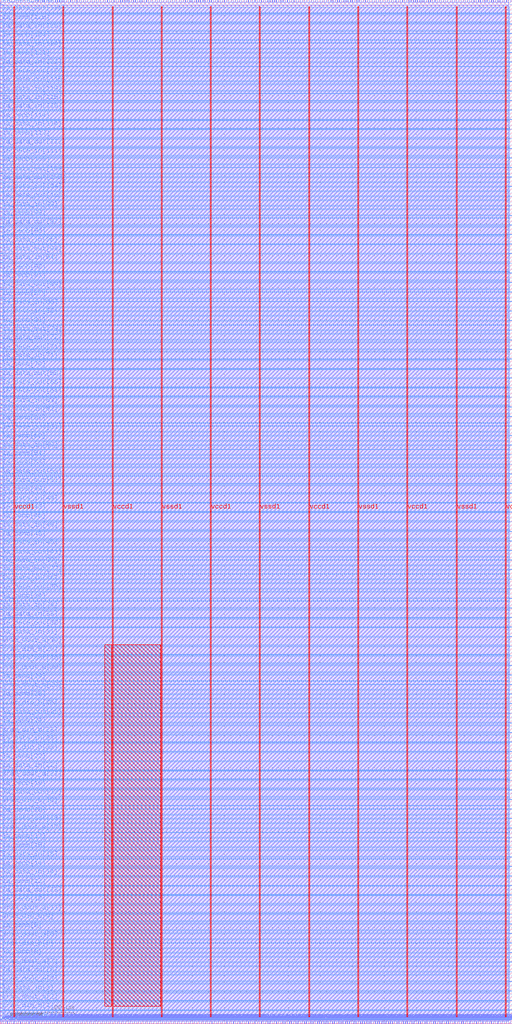
<source format=lef>
VERSION 5.7 ;
  NOWIREEXTENSIONATPIN ON ;
  DIVIDERCHAR "/" ;
  BUSBITCHARS "[]" ;
MACRO user_proj_example
  CLASS BLOCK ;
  FOREIGN user_proj_example ;
  ORIGIN 0.000 0.000 ;
  SIZE 800.000 BY 1600.000 ;
  PIN io_in[0]
    DIRECTION INPUT ;
    USE SIGNAL ;
    PORT
      LAYER met2 ;
        RECT 1.470 1596.000 1.750 1600.000 ;
    END
  END io_in[0]
  PIN io_in[10]
    DIRECTION INPUT ;
    USE SIGNAL ;
    PORT
      LAYER met2 ;
        RECT 103.130 1596.000 103.410 1600.000 ;
    END
  END io_in[10]
  PIN io_in[11]
    DIRECTION INPUT ;
    USE SIGNAL ;
    PORT
      LAYER met2 ;
        RECT 113.250 1596.000 113.530 1600.000 ;
    END
  END io_in[11]
  PIN io_in[12]
    DIRECTION INPUT ;
    USE SIGNAL ;
    PORT
      LAYER met2 ;
        RECT 123.370 1596.000 123.650 1600.000 ;
    END
  END io_in[12]
  PIN io_in[13]
    DIRECTION INPUT ;
    USE SIGNAL ;
    PORT
      LAYER met2 ;
        RECT 133.490 1596.000 133.770 1600.000 ;
    END
  END io_in[13]
  PIN io_in[14]
    DIRECTION INPUT ;
    USE SIGNAL ;
    PORT
      LAYER met2 ;
        RECT 143.610 1596.000 143.890 1600.000 ;
    END
  END io_in[14]
  PIN io_in[15]
    DIRECTION INPUT ;
    USE SIGNAL ;
    PORT
      LAYER met2 ;
        RECT 153.730 1596.000 154.010 1600.000 ;
    END
  END io_in[15]
  PIN io_in[16]
    DIRECTION INPUT ;
    USE SIGNAL ;
    PORT
      LAYER met2 ;
        RECT 163.850 1596.000 164.130 1600.000 ;
    END
  END io_in[16]
  PIN io_in[17]
    DIRECTION INPUT ;
    USE SIGNAL ;
    PORT
      LAYER met2 ;
        RECT 173.970 1596.000 174.250 1600.000 ;
    END
  END io_in[17]
  PIN io_in[18]
    DIRECTION INPUT ;
    USE SIGNAL ;
    PORT
      LAYER met2 ;
        RECT 184.090 1596.000 184.370 1600.000 ;
    END
  END io_in[18]
  PIN io_in[19]
    DIRECTION INPUT ;
    USE SIGNAL ;
    PORT
      LAYER met2 ;
        RECT 194.670 1596.000 194.950 1600.000 ;
    END
  END io_in[19]
  PIN io_in[1]
    DIRECTION INPUT ;
    USE SIGNAL ;
    PORT
      LAYER met2 ;
        RECT 11.590 1596.000 11.870 1600.000 ;
    END
  END io_in[1]
  PIN io_in[20]
    DIRECTION INPUT ;
    USE SIGNAL ;
    PORT
      LAYER met2 ;
        RECT 204.790 1596.000 205.070 1600.000 ;
    END
  END io_in[20]
  PIN io_in[21]
    DIRECTION INPUT ;
    USE SIGNAL ;
    PORT
      LAYER met2 ;
        RECT 214.910 1596.000 215.190 1600.000 ;
    END
  END io_in[21]
  PIN io_in[22]
    DIRECTION INPUT ;
    USE SIGNAL ;
    PORT
      LAYER met2 ;
        RECT 225.030 1596.000 225.310 1600.000 ;
    END
  END io_in[22]
  PIN io_in[23]
    DIRECTION INPUT ;
    USE SIGNAL ;
    PORT
      LAYER met2 ;
        RECT 235.150 1596.000 235.430 1600.000 ;
    END
  END io_in[23]
  PIN io_in[24]
    DIRECTION INPUT ;
    USE SIGNAL ;
    PORT
      LAYER met2 ;
        RECT 245.270 1596.000 245.550 1600.000 ;
    END
  END io_in[24]
  PIN io_in[25]
    DIRECTION INPUT ;
    USE SIGNAL ;
    PORT
      LAYER met2 ;
        RECT 255.390 1596.000 255.670 1600.000 ;
    END
  END io_in[25]
  PIN io_in[26]
    DIRECTION INPUT ;
    USE SIGNAL ;
    PORT
      LAYER met2 ;
        RECT 265.510 1596.000 265.790 1600.000 ;
    END
  END io_in[26]
  PIN io_in[27]
    DIRECTION INPUT ;
    USE SIGNAL ;
    PORT
      LAYER met2 ;
        RECT 275.630 1596.000 275.910 1600.000 ;
    END
  END io_in[27]
  PIN io_in[28]
    DIRECTION INPUT ;
    USE SIGNAL ;
    PORT
      LAYER met2 ;
        RECT 285.750 1596.000 286.030 1600.000 ;
    END
  END io_in[28]
  PIN io_in[29]
    DIRECTION INPUT ;
    USE SIGNAL ;
    PORT
      LAYER met2 ;
        RECT 296.330 1596.000 296.610 1600.000 ;
    END
  END io_in[29]
  PIN io_in[2]
    DIRECTION INPUT ;
    USE SIGNAL ;
    PORT
      LAYER met2 ;
        RECT 21.710 1596.000 21.990 1600.000 ;
    END
  END io_in[2]
  PIN io_in[30]
    DIRECTION INPUT ;
    USE SIGNAL ;
    PORT
      LAYER met2 ;
        RECT 306.450 1596.000 306.730 1600.000 ;
    END
  END io_in[30]
  PIN io_in[31]
    DIRECTION INPUT ;
    USE SIGNAL ;
    PORT
      LAYER met2 ;
        RECT 316.570 1596.000 316.850 1600.000 ;
    END
  END io_in[31]
  PIN io_in[32]
    DIRECTION INPUT ;
    USE SIGNAL ;
    PORT
      LAYER met2 ;
        RECT 326.690 1596.000 326.970 1600.000 ;
    END
  END io_in[32]
  PIN io_in[33]
    DIRECTION INPUT ;
    USE SIGNAL ;
    PORT
      LAYER met2 ;
        RECT 336.810 1596.000 337.090 1600.000 ;
    END
  END io_in[33]
  PIN io_in[34]
    DIRECTION INPUT ;
    USE SIGNAL ;
    PORT
      LAYER met2 ;
        RECT 346.930 1596.000 347.210 1600.000 ;
    END
  END io_in[34]
  PIN io_in[35]
    DIRECTION INPUT ;
    USE SIGNAL ;
    PORT
      LAYER met2 ;
        RECT 357.050 1596.000 357.330 1600.000 ;
    END
  END io_in[35]
  PIN io_in[36]
    DIRECTION INPUT ;
    USE SIGNAL ;
    PORT
      LAYER met2 ;
        RECT 367.170 1596.000 367.450 1600.000 ;
    END
  END io_in[36]
  PIN io_in[37]
    DIRECTION INPUT ;
    USE SIGNAL ;
    PORT
      LAYER met2 ;
        RECT 377.290 1596.000 377.570 1600.000 ;
    END
  END io_in[37]
  PIN io_in[3]
    DIRECTION INPUT ;
    USE SIGNAL ;
    PORT
      LAYER met2 ;
        RECT 31.830 1596.000 32.110 1600.000 ;
    END
  END io_in[3]
  PIN io_in[4]
    DIRECTION INPUT ;
    USE SIGNAL ;
    PORT
      LAYER met2 ;
        RECT 41.950 1596.000 42.230 1600.000 ;
    END
  END io_in[4]
  PIN io_in[5]
    DIRECTION INPUT ;
    USE SIGNAL ;
    PORT
      LAYER met2 ;
        RECT 52.070 1596.000 52.350 1600.000 ;
    END
  END io_in[5]
  PIN io_in[6]
    DIRECTION INPUT ;
    USE SIGNAL ;
    PORT
      LAYER met2 ;
        RECT 62.190 1596.000 62.470 1600.000 ;
    END
  END io_in[6]
  PIN io_in[7]
    DIRECTION INPUT ;
    USE SIGNAL ;
    PORT
      LAYER met2 ;
        RECT 72.310 1596.000 72.590 1600.000 ;
    END
  END io_in[7]
  PIN io_in[8]
    DIRECTION INPUT ;
    USE SIGNAL ;
    PORT
      LAYER met2 ;
        RECT 82.430 1596.000 82.710 1600.000 ;
    END
  END io_in[8]
  PIN io_in[9]
    DIRECTION INPUT ;
    USE SIGNAL ;
    PORT
      LAYER met2 ;
        RECT 92.550 1596.000 92.830 1600.000 ;
    END
  END io_in[9]
  PIN io_oeb[0]
    DIRECTION OUTPUT TRISTATE ;
    USE SIGNAL ;
    PORT
      LAYER met2 ;
        RECT 4.690 1596.000 4.970 1600.000 ;
    END
  END io_oeb[0]
  PIN io_oeb[10]
    DIRECTION OUTPUT TRISTATE ;
    USE SIGNAL ;
    PORT
      LAYER met2 ;
        RECT 106.350 1596.000 106.630 1600.000 ;
    END
  END io_oeb[10]
  PIN io_oeb[11]
    DIRECTION OUTPUT TRISTATE ;
    USE SIGNAL ;
    PORT
      LAYER met2 ;
        RECT 116.470 1596.000 116.750 1600.000 ;
    END
  END io_oeb[11]
  PIN io_oeb[12]
    DIRECTION OUTPUT TRISTATE ;
    USE SIGNAL ;
    PORT
      LAYER met2 ;
        RECT 126.590 1596.000 126.870 1600.000 ;
    END
  END io_oeb[12]
  PIN io_oeb[13]
    DIRECTION OUTPUT TRISTATE ;
    USE SIGNAL ;
    PORT
      LAYER met2 ;
        RECT 136.710 1596.000 136.990 1600.000 ;
    END
  END io_oeb[13]
  PIN io_oeb[14]
    DIRECTION OUTPUT TRISTATE ;
    USE SIGNAL ;
    PORT
      LAYER met2 ;
        RECT 146.830 1596.000 147.110 1600.000 ;
    END
  END io_oeb[14]
  PIN io_oeb[15]
    DIRECTION OUTPUT TRISTATE ;
    USE SIGNAL ;
    PORT
      LAYER met2 ;
        RECT 156.950 1596.000 157.230 1600.000 ;
    END
  END io_oeb[15]
  PIN io_oeb[16]
    DIRECTION OUTPUT TRISTATE ;
    USE SIGNAL ;
    PORT
      LAYER met2 ;
        RECT 167.530 1596.000 167.810 1600.000 ;
    END
  END io_oeb[16]
  PIN io_oeb[17]
    DIRECTION OUTPUT TRISTATE ;
    USE SIGNAL ;
    PORT
      LAYER met2 ;
        RECT 177.650 1596.000 177.930 1600.000 ;
    END
  END io_oeb[17]
  PIN io_oeb[18]
    DIRECTION OUTPUT TRISTATE ;
    USE SIGNAL ;
    PORT
      LAYER met2 ;
        RECT 187.770 1596.000 188.050 1600.000 ;
    END
  END io_oeb[18]
  PIN io_oeb[19]
    DIRECTION OUTPUT TRISTATE ;
    USE SIGNAL ;
    PORT
      LAYER met2 ;
        RECT 197.890 1596.000 198.170 1600.000 ;
    END
  END io_oeb[19]
  PIN io_oeb[1]
    DIRECTION OUTPUT TRISTATE ;
    USE SIGNAL ;
    PORT
      LAYER met2 ;
        RECT 14.810 1596.000 15.090 1600.000 ;
    END
  END io_oeb[1]
  PIN io_oeb[20]
    DIRECTION OUTPUT TRISTATE ;
    USE SIGNAL ;
    PORT
      LAYER met2 ;
        RECT 208.010 1596.000 208.290 1600.000 ;
    END
  END io_oeb[20]
  PIN io_oeb[21]
    DIRECTION OUTPUT TRISTATE ;
    USE SIGNAL ;
    PORT
      LAYER met2 ;
        RECT 218.130 1596.000 218.410 1600.000 ;
    END
  END io_oeb[21]
  PIN io_oeb[22]
    DIRECTION OUTPUT TRISTATE ;
    USE SIGNAL ;
    PORT
      LAYER met2 ;
        RECT 228.250 1596.000 228.530 1600.000 ;
    END
  END io_oeb[22]
  PIN io_oeb[23]
    DIRECTION OUTPUT TRISTATE ;
    USE SIGNAL ;
    PORT
      LAYER met2 ;
        RECT 238.370 1596.000 238.650 1600.000 ;
    END
  END io_oeb[23]
  PIN io_oeb[24]
    DIRECTION OUTPUT TRISTATE ;
    USE SIGNAL ;
    PORT
      LAYER met2 ;
        RECT 248.490 1596.000 248.770 1600.000 ;
    END
  END io_oeb[24]
  PIN io_oeb[25]
    DIRECTION OUTPUT TRISTATE ;
    USE SIGNAL ;
    PORT
      LAYER met2 ;
        RECT 259.070 1596.000 259.350 1600.000 ;
    END
  END io_oeb[25]
  PIN io_oeb[26]
    DIRECTION OUTPUT TRISTATE ;
    USE SIGNAL ;
    PORT
      LAYER met2 ;
        RECT 269.190 1596.000 269.470 1600.000 ;
    END
  END io_oeb[26]
  PIN io_oeb[27]
    DIRECTION OUTPUT TRISTATE ;
    USE SIGNAL ;
    PORT
      LAYER met2 ;
        RECT 279.310 1596.000 279.590 1600.000 ;
    END
  END io_oeb[27]
  PIN io_oeb[28]
    DIRECTION OUTPUT TRISTATE ;
    USE SIGNAL ;
    PORT
      LAYER met2 ;
        RECT 289.430 1596.000 289.710 1600.000 ;
    END
  END io_oeb[28]
  PIN io_oeb[29]
    DIRECTION OUTPUT TRISTATE ;
    USE SIGNAL ;
    PORT
      LAYER met2 ;
        RECT 299.550 1596.000 299.830 1600.000 ;
    END
  END io_oeb[29]
  PIN io_oeb[2]
    DIRECTION OUTPUT TRISTATE ;
    USE SIGNAL ;
    PORT
      LAYER met2 ;
        RECT 24.930 1596.000 25.210 1600.000 ;
    END
  END io_oeb[2]
  PIN io_oeb[30]
    DIRECTION OUTPUT TRISTATE ;
    USE SIGNAL ;
    PORT
      LAYER met2 ;
        RECT 309.670 1596.000 309.950 1600.000 ;
    END
  END io_oeb[30]
  PIN io_oeb[31]
    DIRECTION OUTPUT TRISTATE ;
    USE SIGNAL ;
    PORT
      LAYER met2 ;
        RECT 319.790 1596.000 320.070 1600.000 ;
    END
  END io_oeb[31]
  PIN io_oeb[32]
    DIRECTION OUTPUT TRISTATE ;
    USE SIGNAL ;
    PORT
      LAYER met2 ;
        RECT 329.910 1596.000 330.190 1600.000 ;
    END
  END io_oeb[32]
  PIN io_oeb[33]
    DIRECTION OUTPUT TRISTATE ;
    USE SIGNAL ;
    PORT
      LAYER met2 ;
        RECT 340.030 1596.000 340.310 1600.000 ;
    END
  END io_oeb[33]
  PIN io_oeb[34]
    DIRECTION OUTPUT TRISTATE ;
    USE SIGNAL ;
    PORT
      LAYER met2 ;
        RECT 350.150 1596.000 350.430 1600.000 ;
    END
  END io_oeb[34]
  PIN io_oeb[35]
    DIRECTION OUTPUT TRISTATE ;
    USE SIGNAL ;
    PORT
      LAYER met2 ;
        RECT 360.730 1596.000 361.010 1600.000 ;
    END
  END io_oeb[35]
  PIN io_oeb[36]
    DIRECTION OUTPUT TRISTATE ;
    USE SIGNAL ;
    PORT
      LAYER met2 ;
        RECT 370.850 1596.000 371.130 1600.000 ;
    END
  END io_oeb[36]
  PIN io_oeb[37]
    DIRECTION OUTPUT TRISTATE ;
    USE SIGNAL ;
    PORT
      LAYER met2 ;
        RECT 380.970 1596.000 381.250 1600.000 ;
    END
  END io_oeb[37]
  PIN io_oeb[3]
    DIRECTION OUTPUT TRISTATE ;
    USE SIGNAL ;
    PORT
      LAYER met2 ;
        RECT 35.050 1596.000 35.330 1600.000 ;
    END
  END io_oeb[3]
  PIN io_oeb[4]
    DIRECTION OUTPUT TRISTATE ;
    USE SIGNAL ;
    PORT
      LAYER met2 ;
        RECT 45.170 1596.000 45.450 1600.000 ;
    END
  END io_oeb[4]
  PIN io_oeb[5]
    DIRECTION OUTPUT TRISTATE ;
    USE SIGNAL ;
    PORT
      LAYER met2 ;
        RECT 55.290 1596.000 55.570 1600.000 ;
    END
  END io_oeb[5]
  PIN io_oeb[6]
    DIRECTION OUTPUT TRISTATE ;
    USE SIGNAL ;
    PORT
      LAYER met2 ;
        RECT 65.870 1596.000 66.150 1600.000 ;
    END
  END io_oeb[6]
  PIN io_oeb[7]
    DIRECTION OUTPUT TRISTATE ;
    USE SIGNAL ;
    PORT
      LAYER met2 ;
        RECT 75.990 1596.000 76.270 1600.000 ;
    END
  END io_oeb[7]
  PIN io_oeb[8]
    DIRECTION OUTPUT TRISTATE ;
    USE SIGNAL ;
    PORT
      LAYER met2 ;
        RECT 86.110 1596.000 86.390 1600.000 ;
    END
  END io_oeb[8]
  PIN io_oeb[9]
    DIRECTION OUTPUT TRISTATE ;
    USE SIGNAL ;
    PORT
      LAYER met2 ;
        RECT 96.230 1596.000 96.510 1600.000 ;
    END
  END io_oeb[9]
  PIN io_out[0]
    DIRECTION OUTPUT TRISTATE ;
    USE SIGNAL ;
    PORT
      LAYER met2 ;
        RECT 7.910 1596.000 8.190 1600.000 ;
    END
  END io_out[0]
  PIN io_out[10]
    DIRECTION OUTPUT TRISTATE ;
    USE SIGNAL ;
    PORT
      LAYER met2 ;
        RECT 109.570 1596.000 109.850 1600.000 ;
    END
  END io_out[10]
  PIN io_out[11]
    DIRECTION OUTPUT TRISTATE ;
    USE SIGNAL ;
    PORT
      LAYER met2 ;
        RECT 119.690 1596.000 119.970 1600.000 ;
    END
  END io_out[11]
  PIN io_out[12]
    DIRECTION OUTPUT TRISTATE ;
    USE SIGNAL ;
    PORT
      LAYER met2 ;
        RECT 130.270 1596.000 130.550 1600.000 ;
    END
  END io_out[12]
  PIN io_out[13]
    DIRECTION OUTPUT TRISTATE ;
    USE SIGNAL ;
    PORT
      LAYER met2 ;
        RECT 140.390 1596.000 140.670 1600.000 ;
    END
  END io_out[13]
  PIN io_out[14]
    DIRECTION OUTPUT TRISTATE ;
    USE SIGNAL ;
    PORT
      LAYER met2 ;
        RECT 150.510 1596.000 150.790 1600.000 ;
    END
  END io_out[14]
  PIN io_out[15]
    DIRECTION OUTPUT TRISTATE ;
    USE SIGNAL ;
    PORT
      LAYER met2 ;
        RECT 160.630 1596.000 160.910 1600.000 ;
    END
  END io_out[15]
  PIN io_out[16]
    DIRECTION OUTPUT TRISTATE ;
    USE SIGNAL ;
    PORT
      LAYER met2 ;
        RECT 170.750 1596.000 171.030 1600.000 ;
    END
  END io_out[16]
  PIN io_out[17]
    DIRECTION OUTPUT TRISTATE ;
    USE SIGNAL ;
    PORT
      LAYER met2 ;
        RECT 180.870 1596.000 181.150 1600.000 ;
    END
  END io_out[17]
  PIN io_out[18]
    DIRECTION OUTPUT TRISTATE ;
    USE SIGNAL ;
    PORT
      LAYER met2 ;
        RECT 190.990 1596.000 191.270 1600.000 ;
    END
  END io_out[18]
  PIN io_out[19]
    DIRECTION OUTPUT TRISTATE ;
    USE SIGNAL ;
    PORT
      LAYER met2 ;
        RECT 201.110 1596.000 201.390 1600.000 ;
    END
  END io_out[19]
  PIN io_out[1]
    DIRECTION OUTPUT TRISTATE ;
    USE SIGNAL ;
    PORT
      LAYER met2 ;
        RECT 18.030 1596.000 18.310 1600.000 ;
    END
  END io_out[1]
  PIN io_out[20]
    DIRECTION OUTPUT TRISTATE ;
    USE SIGNAL ;
    PORT
      LAYER met2 ;
        RECT 211.230 1596.000 211.510 1600.000 ;
    END
  END io_out[20]
  PIN io_out[21]
    DIRECTION OUTPUT TRISTATE ;
    USE SIGNAL ;
    PORT
      LAYER met2 ;
        RECT 221.350 1596.000 221.630 1600.000 ;
    END
  END io_out[21]
  PIN io_out[22]
    DIRECTION OUTPUT TRISTATE ;
    USE SIGNAL ;
    PORT
      LAYER met2 ;
        RECT 231.930 1596.000 232.210 1600.000 ;
    END
  END io_out[22]
  PIN io_out[23]
    DIRECTION OUTPUT TRISTATE ;
    USE SIGNAL ;
    PORT
      LAYER met2 ;
        RECT 242.050 1596.000 242.330 1600.000 ;
    END
  END io_out[23]
  PIN io_out[24]
    DIRECTION OUTPUT TRISTATE ;
    USE SIGNAL ;
    PORT
      LAYER met2 ;
        RECT 252.170 1596.000 252.450 1600.000 ;
    END
  END io_out[24]
  PIN io_out[25]
    DIRECTION OUTPUT TRISTATE ;
    USE SIGNAL ;
    PORT
      LAYER met2 ;
        RECT 262.290 1596.000 262.570 1600.000 ;
    END
  END io_out[25]
  PIN io_out[26]
    DIRECTION OUTPUT TRISTATE ;
    USE SIGNAL ;
    PORT
      LAYER met2 ;
        RECT 272.410 1596.000 272.690 1600.000 ;
    END
  END io_out[26]
  PIN io_out[27]
    DIRECTION OUTPUT TRISTATE ;
    USE SIGNAL ;
    PORT
      LAYER met2 ;
        RECT 282.530 1596.000 282.810 1600.000 ;
    END
  END io_out[27]
  PIN io_out[28]
    DIRECTION OUTPUT TRISTATE ;
    USE SIGNAL ;
    PORT
      LAYER met2 ;
        RECT 292.650 1596.000 292.930 1600.000 ;
    END
  END io_out[28]
  PIN io_out[29]
    DIRECTION OUTPUT TRISTATE ;
    USE SIGNAL ;
    PORT
      LAYER met2 ;
        RECT 302.770 1596.000 303.050 1600.000 ;
    END
  END io_out[29]
  PIN io_out[2]
    DIRECTION OUTPUT TRISTATE ;
    USE SIGNAL ;
    PORT
      LAYER met2 ;
        RECT 28.150 1596.000 28.430 1600.000 ;
    END
  END io_out[2]
  PIN io_out[30]
    DIRECTION OUTPUT TRISTATE ;
    USE SIGNAL ;
    PORT
      LAYER met2 ;
        RECT 312.890 1596.000 313.170 1600.000 ;
    END
  END io_out[30]
  PIN io_out[31]
    DIRECTION OUTPUT TRISTATE ;
    USE SIGNAL ;
    PORT
      LAYER met2 ;
        RECT 323.470 1596.000 323.750 1600.000 ;
    END
  END io_out[31]
  PIN io_out[32]
    DIRECTION OUTPUT TRISTATE ;
    USE SIGNAL ;
    PORT
      LAYER met2 ;
        RECT 333.590 1596.000 333.870 1600.000 ;
    END
  END io_out[32]
  PIN io_out[33]
    DIRECTION OUTPUT TRISTATE ;
    USE SIGNAL ;
    PORT
      LAYER met2 ;
        RECT 343.710 1596.000 343.990 1600.000 ;
    END
  END io_out[33]
  PIN io_out[34]
    DIRECTION OUTPUT TRISTATE ;
    USE SIGNAL ;
    PORT
      LAYER met2 ;
        RECT 353.830 1596.000 354.110 1600.000 ;
    END
  END io_out[34]
  PIN io_out[35]
    DIRECTION OUTPUT TRISTATE ;
    USE SIGNAL ;
    PORT
      LAYER met2 ;
        RECT 363.950 1596.000 364.230 1600.000 ;
    END
  END io_out[35]
  PIN io_out[36]
    DIRECTION OUTPUT TRISTATE ;
    USE SIGNAL ;
    PORT
      LAYER met2 ;
        RECT 374.070 1596.000 374.350 1600.000 ;
    END
  END io_out[36]
  PIN io_out[37]
    DIRECTION OUTPUT TRISTATE ;
    USE SIGNAL ;
    PORT
      LAYER met2 ;
        RECT 384.190 1596.000 384.470 1600.000 ;
    END
  END io_out[37]
  PIN io_out[3]
    DIRECTION OUTPUT TRISTATE ;
    USE SIGNAL ;
    PORT
      LAYER met2 ;
        RECT 38.730 1596.000 39.010 1600.000 ;
    END
  END io_out[3]
  PIN io_out[4]
    DIRECTION OUTPUT TRISTATE ;
    USE SIGNAL ;
    PORT
      LAYER met2 ;
        RECT 48.850 1596.000 49.130 1600.000 ;
    END
  END io_out[4]
  PIN io_out[5]
    DIRECTION OUTPUT TRISTATE ;
    USE SIGNAL ;
    PORT
      LAYER met2 ;
        RECT 58.970 1596.000 59.250 1600.000 ;
    END
  END io_out[5]
  PIN io_out[6]
    DIRECTION OUTPUT TRISTATE ;
    USE SIGNAL ;
    PORT
      LAYER met2 ;
        RECT 69.090 1596.000 69.370 1600.000 ;
    END
  END io_out[6]
  PIN io_out[7]
    DIRECTION OUTPUT TRISTATE ;
    USE SIGNAL ;
    PORT
      LAYER met2 ;
        RECT 79.210 1596.000 79.490 1600.000 ;
    END
  END io_out[7]
  PIN io_out[8]
    DIRECTION OUTPUT TRISTATE ;
    USE SIGNAL ;
    PORT
      LAYER met2 ;
        RECT 89.330 1596.000 89.610 1600.000 ;
    END
  END io_out[8]
  PIN io_out[9]
    DIRECTION OUTPUT TRISTATE ;
    USE SIGNAL ;
    PORT
      LAYER met2 ;
        RECT 99.450 1596.000 99.730 1600.000 ;
    END
  END io_out[9]
  PIN irq[0]
    DIRECTION OUTPUT TRISTATE ;
    USE SIGNAL ;
    PORT
      LAYER met2 ;
        RECT 357.510 0.000 357.790 4.000 ;
    END
  END irq[0]
  PIN irq[1]
    DIRECTION OUTPUT TRISTATE ;
    USE SIGNAL ;
    PORT
      LAYER met2 ;
        RECT 360.730 0.000 361.010 4.000 ;
    END
  END irq[1]
  PIN irq[2]
    DIRECTION OUTPUT TRISTATE ;
    USE SIGNAL ;
    PORT
      LAYER met2 ;
        RECT 364.410 0.000 364.690 4.000 ;
    END
  END irq[2]
  PIN la_data_in[0]
    DIRECTION INPUT ;
    USE SIGNAL ;
    PORT
      LAYER met2 ;
        RECT 370.850 0.000 371.130 4.000 ;
    END
  END la_data_in[0]
  PIN la_data_in[100]
    DIRECTION INPUT ;
    USE SIGNAL ;
    PORT
      LAYER met2 ;
        RECT 727.350 0.000 727.630 4.000 ;
    END
  END la_data_in[100]
  PIN la_data_in[101]
    DIRECTION INPUT ;
    USE SIGNAL ;
    PORT
      LAYER met2 ;
        RECT 730.570 0.000 730.850 4.000 ;
    END
  END la_data_in[101]
  PIN la_data_in[102]
    DIRECTION INPUT ;
    USE SIGNAL ;
    PORT
      LAYER met2 ;
        RECT 719.990 1596.000 720.270 1600.000 ;
    END
  END la_data_in[102]
  PIN la_data_in[103]
    DIRECTION INPUT ;
    USE SIGNAL ;
    PORT
      LAYER met2 ;
        RECT 737.470 0.000 737.750 4.000 ;
    END
  END la_data_in[103]
  PIN la_data_in[104]
    DIRECTION INPUT ;
    USE SIGNAL ;
    PORT
      LAYER met3 ;
        RECT 0.000 1300.200 4.000 1300.800 ;
    END
  END la_data_in[104]
  PIN la_data_in[105]
    DIRECTION INPUT ;
    USE SIGNAL ;
    PORT
      LAYER met2 ;
        RECT 743.910 0.000 744.190 4.000 ;
    END
  END la_data_in[105]
  PIN la_data_in[106]
    DIRECTION INPUT ;
    USE SIGNAL ;
    PORT
      LAYER met2 ;
        RECT 736.550 1596.000 736.830 1600.000 ;
    END
  END la_data_in[106]
  PIN la_data_in[107]
    DIRECTION INPUT ;
    USE SIGNAL ;
    PORT
      LAYER met2 ;
        RECT 750.810 0.000 751.090 4.000 ;
    END
  END la_data_in[107]
  PIN la_data_in[108]
    DIRECTION INPUT ;
    USE SIGNAL ;
    PORT
      LAYER met3 ;
        RECT 796.000 1457.280 800.000 1457.880 ;
    END
  END la_data_in[108]
  PIN la_data_in[109]
    DIRECTION INPUT ;
    USE SIGNAL ;
    PORT
      LAYER met2 ;
        RECT 757.710 0.000 757.990 4.000 ;
    END
  END la_data_in[109]
  PIN la_data_in[10]
    DIRECTION INPUT ;
    USE SIGNAL ;
    PORT
      LAYER met2 ;
        RECT 462.390 1596.000 462.670 1600.000 ;
    END
  END la_data_in[10]
  PIN la_data_in[110]
    DIRECTION INPUT ;
    USE SIGNAL ;
    PORT
      LAYER met2 ;
        RECT 747.130 1596.000 747.410 1600.000 ;
    END
  END la_data_in[110]
  PIN la_data_in[111]
    DIRECTION INPUT ;
    USE SIGNAL ;
    PORT
      LAYER met3 ;
        RECT 0.000 1355.960 4.000 1356.560 ;
    END
  END la_data_in[111]
  PIN la_data_in[112]
    DIRECTION INPUT ;
    USE SIGNAL ;
    PORT
      LAYER met3 ;
        RECT 796.000 1487.200 800.000 1487.800 ;
    END
  END la_data_in[112]
  PIN la_data_in[113]
    DIRECTION INPUT ;
    USE SIGNAL ;
    PORT
      LAYER met3 ;
        RECT 796.000 1502.160 800.000 1502.760 ;
    END
  END la_data_in[113]
  PIN la_data_in[114]
    DIRECTION INPUT ;
    USE SIGNAL ;
    PORT
      LAYER met3 ;
        RECT 0.000 1398.120 4.000 1398.720 ;
    END
  END la_data_in[114]
  PIN la_data_in[115]
    DIRECTION INPUT ;
    USE SIGNAL ;
    PORT
      LAYER met3 ;
        RECT 0.000 1426.000 4.000 1426.600 ;
    END
  END la_data_in[115]
  PIN la_data_in[116]
    DIRECTION INPUT ;
    USE SIGNAL ;
    PORT
      LAYER met3 ;
        RECT 0.000 1439.600 4.000 1440.200 ;
    END
  END la_data_in[116]
  PIN la_data_in[117]
    DIRECTION INPUT ;
    USE SIGNAL ;
    PORT
      LAYER met2 ;
        RECT 763.690 1596.000 763.970 1600.000 ;
    END
  END la_data_in[117]
  PIN la_data_in[118]
    DIRECTION INPUT ;
    USE SIGNAL ;
    PORT
      LAYER met3 ;
        RECT 0.000 1453.200 4.000 1453.800 ;
    END
  END la_data_in[118]
  PIN la_data_in[119]
    DIRECTION INPUT ;
    USE SIGNAL ;
    PORT
      LAYER met2 ;
        RECT 777.490 0.000 777.770 4.000 ;
    END
  END la_data_in[119]
  PIN la_data_in[11]
    DIRECTION INPUT ;
    USE SIGNAL ;
    PORT
      LAYER met3 ;
        RECT 796.000 395.120 800.000 395.720 ;
    END
  END la_data_in[11]
  PIN la_data_in[120]
    DIRECTION INPUT ;
    USE SIGNAL ;
    PORT
      LAYER met2 ;
        RECT 777.490 1596.000 777.770 1600.000 ;
    END
  END la_data_in[120]
  PIN la_data_in[121]
    DIRECTION INPUT ;
    USE SIGNAL ;
    PORT
      LAYER met3 ;
        RECT 0.000 1495.360 4.000 1495.960 ;
    END
  END la_data_in[121]
  PIN la_data_in[122]
    DIRECTION INPUT ;
    USE SIGNAL ;
    PORT
      LAYER met2 ;
        RECT 784.390 1596.000 784.670 1600.000 ;
    END
  END la_data_in[122]
  PIN la_data_in[123]
    DIRECTION INPUT ;
    USE SIGNAL ;
    PORT
      LAYER met2 ;
        RECT 790.830 1596.000 791.110 1600.000 ;
    END
  END la_data_in[123]
  PIN la_data_in[124]
    DIRECTION INPUT ;
    USE SIGNAL ;
    PORT
      LAYER met3 ;
        RECT 0.000 1523.240 4.000 1523.840 ;
    END
  END la_data_in[124]
  PIN la_data_in[125]
    DIRECTION INPUT ;
    USE SIGNAL ;
    PORT
      LAYER met3 ;
        RECT 0.000 1551.120 4.000 1551.720 ;
    END
  END la_data_in[125]
  PIN la_data_in[126]
    DIRECTION INPUT ;
    USE SIGNAL ;
    PORT
      LAYER met2 ;
        RECT 791.290 0.000 791.570 4.000 ;
    END
  END la_data_in[126]
  PIN la_data_in[127]
    DIRECTION INPUT ;
    USE SIGNAL ;
    PORT
      LAYER met3 ;
        RECT 0.000 1592.600 4.000 1593.200 ;
    END
  END la_data_in[127]
  PIN la_data_in[12]
    DIRECTION INPUT ;
    USE SIGNAL ;
    PORT
      LAYER met3 ;
        RECT 796.000 425.040 800.000 425.640 ;
    END
  END la_data_in[12]
  PIN la_data_in[13]
    DIRECTION INPUT ;
    USE SIGNAL ;
    PORT
      LAYER met2 ;
        RECT 478.950 1596.000 479.230 1600.000 ;
    END
  END la_data_in[13]
  PIN la_data_in[14]
    DIRECTION INPUT ;
    USE SIGNAL ;
    PORT
      LAYER met3 ;
        RECT 0.000 229.200 4.000 229.800 ;
    END
  END la_data_in[14]
  PIN la_data_in[15]
    DIRECTION INPUT ;
    USE SIGNAL ;
    PORT
      LAYER met3 ;
        RECT 0.000 257.080 4.000 257.680 ;
    END
  END la_data_in[15]
  PIN la_data_in[16]
    DIRECTION INPUT ;
    USE SIGNAL ;
    PORT
      LAYER met2 ;
        RECT 451.810 0.000 452.090 4.000 ;
    END
  END la_data_in[16]
  PIN la_data_in[17]
    DIRECTION INPUT ;
    USE SIGNAL ;
    PORT
      LAYER met2 ;
        RECT 495.970 1596.000 496.250 1600.000 ;
    END
  END la_data_in[17]
  PIN la_data_in[18]
    DIRECTION INPUT ;
    USE SIGNAL ;
    PORT
      LAYER met2 ;
        RECT 502.870 1596.000 503.150 1600.000 ;
    END
  END la_data_in[18]
  PIN la_data_in[19]
    DIRECTION INPUT ;
    USE SIGNAL ;
    PORT
      LAYER met2 ;
        RECT 461.930 0.000 462.210 4.000 ;
    END
  END la_data_in[19]
  PIN la_data_in[1]
    DIRECTION INPUT ;
    USE SIGNAL ;
    PORT
      LAYER met3 ;
        RECT 796.000 80.960 800.000 81.560 ;
    END
  END la_data_in[1]
  PIN la_data_in[20]
    DIRECTION INPUT ;
    USE SIGNAL ;
    PORT
      LAYER met2 ;
        RECT 468.370 0.000 468.650 4.000 ;
    END
  END la_data_in[20]
  PIN la_data_in[21]
    DIRECTION INPUT ;
    USE SIGNAL ;
    PORT
      LAYER met2 ;
        RECT 512.990 1596.000 513.270 1600.000 ;
    END
  END la_data_in[21]
  PIN la_data_in[22]
    DIRECTION INPUT ;
    USE SIGNAL ;
    PORT
      LAYER met3 ;
        RECT 0.000 395.800 4.000 396.400 ;
    END
  END la_data_in[22]
  PIN la_data_in[23]
    DIRECTION INPUT ;
    USE SIGNAL ;
    PORT
      LAYER met3 ;
        RECT 0.000 437.960 4.000 438.560 ;
    END
  END la_data_in[23]
  PIN la_data_in[24]
    DIRECTION INPUT ;
    USE SIGNAL ;
    PORT
      LAYER met3 ;
        RECT 796.000 559.680 800.000 560.280 ;
    END
  END la_data_in[24]
  PIN la_data_in[25]
    DIRECTION INPUT ;
    USE SIGNAL ;
    PORT
      LAYER met3 ;
        RECT 796.000 574.640 800.000 575.240 ;
    END
  END la_data_in[25]
  PIN la_data_in[26]
    DIRECTION INPUT ;
    USE SIGNAL ;
    PORT
      LAYER met2 ;
        RECT 491.830 0.000 492.110 4.000 ;
    END
  END la_data_in[26]
  PIN la_data_in[27]
    DIRECTION INPUT ;
    USE SIGNAL ;
    PORT
      LAYER met2 ;
        RECT 505.630 0.000 505.910 4.000 ;
    END
  END la_data_in[27]
  PIN la_data_in[28]
    DIRECTION INPUT ;
    USE SIGNAL ;
    PORT
      LAYER met2 ;
        RECT 536.910 1596.000 537.190 1600.000 ;
    END
  END la_data_in[28]
  PIN la_data_in[29]
    DIRECTION INPUT ;
    USE SIGNAL ;
    PORT
      LAYER met2 ;
        RECT 543.350 1596.000 543.630 1600.000 ;
    END
  END la_data_in[29]
  PIN la_data_in[2]
    DIRECTION INPUT ;
    USE SIGNAL ;
    PORT
      LAYER met3 ;
        RECT 796.000 110.880 800.000 111.480 ;
    END
  END la_data_in[2]
  PIN la_data_in[30]
    DIRECTION INPUT ;
    USE SIGNAL ;
    PORT
      LAYER met3 ;
        RECT 796.000 604.560 800.000 605.160 ;
    END
  END la_data_in[30]
  PIN la_data_in[31]
    DIRECTION INPUT ;
    USE SIGNAL ;
    PORT
      LAYER met3 ;
        RECT 0.000 604.560 4.000 605.160 ;
    END
  END la_data_in[31]
  PIN la_data_in[32]
    DIRECTION INPUT ;
    USE SIGNAL ;
    PORT
      LAYER met3 ;
        RECT 796.000 634.480 800.000 635.080 ;
    END
  END la_data_in[32]
  PIN la_data_in[33]
    DIRECTION INPUT ;
    USE SIGNAL ;
    PORT
      LAYER met3 ;
        RECT 0.000 632.440 4.000 633.040 ;
    END
  END la_data_in[33]
  PIN la_data_in[34]
    DIRECTION INPUT ;
    USE SIGNAL ;
    PORT
      LAYER met3 ;
        RECT 0.000 646.720 4.000 647.320 ;
    END
  END la_data_in[34]
  PIN la_data_in[35]
    DIRECTION INPUT ;
    USE SIGNAL ;
    PORT
      LAYER met3 ;
        RECT 796.000 664.400 800.000 665.000 ;
    END
  END la_data_in[35]
  PIN la_data_in[36]
    DIRECTION INPUT ;
    USE SIGNAL ;
    PORT
      LAYER met3 ;
        RECT 0.000 688.200 4.000 688.800 ;
    END
  END la_data_in[36]
  PIN la_data_in[37]
    DIRECTION INPUT ;
    USE SIGNAL ;
    PORT
      LAYER met2 ;
        RECT 545.650 0.000 545.930 4.000 ;
    END
  END la_data_in[37]
  PIN la_data_in[38]
    DIRECTION INPUT ;
    USE SIGNAL ;
    PORT
      LAYER met2 ;
        RECT 548.870 0.000 549.150 4.000 ;
    END
  END la_data_in[38]
  PIN la_data_in[39]
    DIRECTION INPUT ;
    USE SIGNAL ;
    PORT
      LAYER met3 ;
        RECT 0.000 716.080 4.000 716.680 ;
    END
  END la_data_in[39]
  PIN la_data_in[3]
    DIRECTION INPUT ;
    USE SIGNAL ;
    PORT
      LAYER met3 ;
        RECT 0.000 48.320 4.000 48.920 ;
    END
  END la_data_in[3]
  PIN la_data_in[40]
    DIRECTION INPUT ;
    USE SIGNAL ;
    PORT
      LAYER met2 ;
        RECT 552.550 0.000 552.830 4.000 ;
    END
  END la_data_in[40]
  PIN la_data_in[41]
    DIRECTION INPUT ;
    USE SIGNAL ;
    PORT
      LAYER met2 ;
        RECT 574.170 1596.000 574.450 1600.000 ;
    END
  END la_data_in[41]
  PIN la_data_in[42]
    DIRECTION INPUT ;
    USE SIGNAL ;
    PORT
      LAYER met2 ;
        RECT 558.990 0.000 559.270 4.000 ;
    END
  END la_data_in[42]
  PIN la_data_in[43]
    DIRECTION INPUT ;
    USE SIGNAL ;
    PORT
      LAYER met2 ;
        RECT 565.890 0.000 566.170 4.000 ;
    END
  END la_data_in[43]
  PIN la_data_in[44]
    DIRECTION INPUT ;
    USE SIGNAL ;
    PORT
      LAYER met2 ;
        RECT 584.290 1596.000 584.570 1600.000 ;
    END
  END la_data_in[44]
  PIN la_data_in[45]
    DIRECTION INPUT ;
    USE SIGNAL ;
    PORT
      LAYER met3 ;
        RECT 0.000 743.960 4.000 744.560 ;
    END
  END la_data_in[45]
  PIN la_data_in[46]
    DIRECTION INPUT ;
    USE SIGNAL ;
    PORT
      LAYER met3 ;
        RECT 0.000 771.840 4.000 772.440 ;
    END
  END la_data_in[46]
  PIN la_data_in[47]
    DIRECTION INPUT ;
    USE SIGNAL ;
    PORT
      LAYER met2 ;
        RECT 576.010 0.000 576.290 4.000 ;
    END
  END la_data_in[47]
  PIN la_data_in[48]
    DIRECTION INPUT ;
    USE SIGNAL ;
    PORT
      LAYER met2 ;
        RECT 582.910 0.000 583.190 4.000 ;
    END
  END la_data_in[48]
  PIN la_data_in[49]
    DIRECTION INPUT ;
    USE SIGNAL ;
    PORT
      LAYER met3 ;
        RECT 0.000 813.320 4.000 813.920 ;
    END
  END la_data_in[49]
  PIN la_data_in[4]
    DIRECTION INPUT ;
    USE SIGNAL ;
    PORT
      LAYER met2 ;
        RECT 404.430 0.000 404.710 4.000 ;
    END
  END la_data_in[4]
  PIN la_data_in[50]
    DIRECTION INPUT ;
    USE SIGNAL ;
    PORT
      LAYER met3 ;
        RECT 796.000 799.040 800.000 799.640 ;
    END
  END la_data_in[50]
  PIN la_data_in[51]
    DIRECTION INPUT ;
    USE SIGNAL ;
    PORT
      LAYER met2 ;
        RECT 591.190 1596.000 591.470 1600.000 ;
    END
  END la_data_in[51]
  PIN la_data_in[52]
    DIRECTION INPUT ;
    USE SIGNAL ;
    PORT
      LAYER met3 ;
        RECT 796.000 828.960 800.000 829.560 ;
    END
  END la_data_in[52]
  PIN la_data_in[53]
    DIRECTION INPUT ;
    USE SIGNAL ;
    PORT
      LAYER met3 ;
        RECT 796.000 858.880 800.000 859.480 ;
    END
  END la_data_in[53]
  PIN la_data_in[54]
    DIRECTION INPUT ;
    USE SIGNAL ;
    PORT
      LAYER met2 ;
        RECT 596.250 0.000 596.530 4.000 ;
    END
  END la_data_in[54]
  PIN la_data_in[55]
    DIRECTION INPUT ;
    USE SIGNAL ;
    PORT
      LAYER met2 ;
        RECT 597.630 1596.000 597.910 1600.000 ;
    END
  END la_data_in[55]
  PIN la_data_in[56]
    DIRECTION INPUT ;
    USE SIGNAL ;
    PORT
      LAYER met2 ;
        RECT 601.310 1596.000 601.590 1600.000 ;
    END
  END la_data_in[56]
  PIN la_data_in[57]
    DIRECTION INPUT ;
    USE SIGNAL ;
    PORT
      LAYER met2 ;
        RECT 609.590 0.000 609.870 4.000 ;
    END
  END la_data_in[57]
  PIN la_data_in[58]
    DIRECTION INPUT ;
    USE SIGNAL ;
    PORT
      LAYER met2 ;
        RECT 611.430 1596.000 611.710 1600.000 ;
    END
  END la_data_in[58]
  PIN la_data_in[59]
    DIRECTION INPUT ;
    USE SIGNAL ;
    PORT
      LAYER met3 ;
        RECT 0.000 896.960 4.000 897.560 ;
    END
  END la_data_in[59]
  PIN la_data_in[5]
    DIRECTION INPUT ;
    USE SIGNAL ;
    PORT
      LAYER met3 ;
        RECT 796.000 230.560 800.000 231.160 ;
    END
  END la_data_in[5]
  PIN la_data_in[60]
    DIRECTION INPUT ;
    USE SIGNAL ;
    PORT
      LAYER met2 ;
        RECT 626.610 0.000 626.890 4.000 ;
    END
  END la_data_in[60]
  PIN la_data_in[61]
    DIRECTION INPUT ;
    USE SIGNAL ;
    PORT
      LAYER met2 ;
        RECT 629.830 0.000 630.110 4.000 ;
    END
  END la_data_in[61]
  PIN la_data_in[62]
    DIRECTION INPUT ;
    USE SIGNAL ;
    PORT
      LAYER met3 ;
        RECT 0.000 952.720 4.000 953.320 ;
    END
  END la_data_in[62]
  PIN la_data_in[63]
    DIRECTION INPUT ;
    USE SIGNAL ;
    PORT
      LAYER met3 ;
        RECT 0.000 966.320 4.000 966.920 ;
    END
  END la_data_in[63]
  PIN la_data_in[64]
    DIRECTION INPUT ;
    USE SIGNAL ;
    PORT
      LAYER met2 ;
        RECT 643.170 0.000 643.450 4.000 ;
    END
  END la_data_in[64]
  PIN la_data_in[65]
    DIRECTION INPUT ;
    USE SIGNAL ;
    PORT
      LAYER met2 ;
        RECT 646.390 0.000 646.670 4.000 ;
    END
  END la_data_in[65]
  PIN la_data_in[66]
    DIRECTION INPUT ;
    USE SIGNAL ;
    PORT
      LAYER met2 ;
        RECT 653.290 0.000 653.570 4.000 ;
    END
  END la_data_in[66]
  PIN la_data_in[67]
    DIRECTION INPUT ;
    USE SIGNAL ;
    PORT
      LAYER met3 ;
        RECT 796.000 948.640 800.000 949.240 ;
    END
  END la_data_in[67]
  PIN la_data_in[68]
    DIRECTION INPUT ;
    USE SIGNAL ;
    PORT
      LAYER met2 ;
        RECT 624.770 1596.000 625.050 1600.000 ;
    END
  END la_data_in[68]
  PIN la_data_in[69]
    DIRECTION INPUT ;
    USE SIGNAL ;
    PORT
      LAYER met2 ;
        RECT 628.450 1596.000 628.730 1600.000 ;
    END
  END la_data_in[69]
  PIN la_data_in[6]
    DIRECTION INPUT ;
    USE SIGNAL ;
    PORT
      LAYER met3 ;
        RECT 796.000 305.360 800.000 305.960 ;
    END
  END la_data_in[6]
  PIN la_data_in[70]
    DIRECTION INPUT ;
    USE SIGNAL ;
    PORT
      LAYER met3 ;
        RECT 796.000 993.520 800.000 994.120 ;
    END
  END la_data_in[70]
  PIN la_data_in[71]
    DIRECTION INPUT ;
    USE SIGNAL ;
    PORT
      LAYER met3 ;
        RECT 0.000 1036.360 4.000 1036.960 ;
    END
  END la_data_in[71]
  PIN la_data_in[72]
    DIRECTION INPUT ;
    USE SIGNAL ;
    PORT
      LAYER met2 ;
        RECT 638.570 1596.000 638.850 1600.000 ;
    END
  END la_data_in[72]
  PIN la_data_in[73]
    DIRECTION INPUT ;
    USE SIGNAL ;
    PORT
      LAYER met2 ;
        RECT 641.790 1596.000 642.070 1600.000 ;
    END
  END la_data_in[73]
  PIN la_data_in[74]
    DIRECTION INPUT ;
    USE SIGNAL ;
    PORT
      LAYER met2 ;
        RECT 673.530 0.000 673.810 4.000 ;
    END
  END la_data_in[74]
  PIN la_data_in[75]
    DIRECTION INPUT ;
    USE SIGNAL ;
    PORT
      LAYER met2 ;
        RECT 645.470 1596.000 645.750 1600.000 ;
    END
  END la_data_in[75]
  PIN la_data_in[76]
    DIRECTION INPUT ;
    USE SIGNAL ;
    PORT
      LAYER met2 ;
        RECT 651.910 1596.000 652.190 1600.000 ;
    END
  END la_data_in[76]
  PIN la_data_in[77]
    DIRECTION INPUT ;
    USE SIGNAL ;
    PORT
      LAYER met3 ;
        RECT 796.000 1038.400 800.000 1039.000 ;
    END
  END la_data_in[77]
  PIN la_data_in[78]
    DIRECTION INPUT ;
    USE SIGNAL ;
    PORT
      LAYER met2 ;
        RECT 686.870 0.000 687.150 4.000 ;
    END
  END la_data_in[78]
  PIN la_data_in[79]
    DIRECTION INPUT ;
    USE SIGNAL ;
    PORT
      LAYER met3 ;
        RECT 796.000 1068.320 800.000 1068.920 ;
    END
  END la_data_in[79]
  PIN la_data_in[7]
    DIRECTION INPUT ;
    USE SIGNAL ;
    PORT
      LAYER met2 ;
        RECT 414.550 0.000 414.830 4.000 ;
    END
  END la_data_in[7]
  PIN la_data_in[80]
    DIRECTION INPUT ;
    USE SIGNAL ;
    PORT
      LAYER met3 ;
        RECT 796.000 1098.240 800.000 1098.840 ;
    END
  END la_data_in[80]
  PIN la_data_in[81]
    DIRECTION INPUT ;
    USE SIGNAL ;
    PORT
      LAYER met3 ;
        RECT 796.000 1113.200 800.000 1113.800 ;
    END
  END la_data_in[81]
  PIN la_data_in[82]
    DIRECTION INPUT ;
    USE SIGNAL ;
    PORT
      LAYER met3 ;
        RECT 0.000 1105.720 4.000 1106.320 ;
    END
  END la_data_in[82]
  PIN la_data_in[83]
    DIRECTION INPUT ;
    USE SIGNAL ;
    PORT
      LAYER met2 ;
        RECT 672.150 1596.000 672.430 1600.000 ;
    END
  END la_data_in[83]
  PIN la_data_in[84]
    DIRECTION INPUT ;
    USE SIGNAL ;
    PORT
      LAYER met2 ;
        RECT 696.990 0.000 697.270 4.000 ;
    END
  END la_data_in[84]
  PIN la_data_in[85]
    DIRECTION INPUT ;
    USE SIGNAL ;
    PORT
      LAYER met3 ;
        RECT 796.000 1173.040 800.000 1173.640 ;
    END
  END la_data_in[85]
  PIN la_data_in[86]
    DIRECTION INPUT ;
    USE SIGNAL ;
    PORT
      LAYER met3 ;
        RECT 0.000 1119.320 4.000 1119.920 ;
    END
  END la_data_in[86]
  PIN la_data_in[87]
    DIRECTION INPUT ;
    USE SIGNAL ;
    PORT
      LAYER met2 ;
        RECT 707.110 0.000 707.390 4.000 ;
    END
  END la_data_in[87]
  PIN la_data_in[88]
    DIRECTION INPUT ;
    USE SIGNAL ;
    PORT
      LAYER met2 ;
        RECT 685.950 1596.000 686.230 1600.000 ;
    END
  END la_data_in[88]
  PIN la_data_in[89]
    DIRECTION INPUT ;
    USE SIGNAL ;
    PORT
      LAYER met3 ;
        RECT 796.000 1202.960 800.000 1203.560 ;
    END
  END la_data_in[89]
  PIN la_data_in[8]
    DIRECTION INPUT ;
    USE SIGNAL ;
    PORT
      LAYER met2 ;
        RECT 445.370 1596.000 445.650 1600.000 ;
    END
  END la_data_in[8]
  PIN la_data_in[90]
    DIRECTION INPUT ;
    USE SIGNAL ;
    PORT
      LAYER met2 ;
        RECT 717.230 0.000 717.510 4.000 ;
    END
  END la_data_in[90]
  PIN la_data_in[91]
    DIRECTION INPUT ;
    USE SIGNAL ;
    PORT
      LAYER met3 ;
        RECT 796.000 1232.880 800.000 1233.480 ;
    END
  END la_data_in[91]
  PIN la_data_in[92]
    DIRECTION INPUT ;
    USE SIGNAL ;
    PORT
      LAYER met3 ;
        RECT 796.000 1247.840 800.000 1248.440 ;
    END
  END la_data_in[92]
  PIN la_data_in[93]
    DIRECTION INPUT ;
    USE SIGNAL ;
    PORT
      LAYER met3 ;
        RECT 796.000 1277.760 800.000 1278.360 ;
    END
  END la_data_in[93]
  PIN la_data_in[94]
    DIRECTION INPUT ;
    USE SIGNAL ;
    PORT
      LAYER met3 ;
        RECT 0.000 1189.360 4.000 1189.960 ;
    END
  END la_data_in[94]
  PIN la_data_in[95]
    DIRECTION INPUT ;
    USE SIGNAL ;
    PORT
      LAYER met3 ;
        RECT 796.000 1322.640 800.000 1323.240 ;
    END
  END la_data_in[95]
  PIN la_data_in[96]
    DIRECTION INPUT ;
    USE SIGNAL ;
    PORT
      LAYER met3 ;
        RECT 0.000 1217.240 4.000 1217.840 ;
    END
  END la_data_in[96]
  PIN la_data_in[97]
    DIRECTION INPUT ;
    USE SIGNAL ;
    PORT
      LAYER met3 ;
        RECT 796.000 1367.520 800.000 1368.120 ;
    END
  END la_data_in[97]
  PIN la_data_in[98]
    DIRECTION INPUT ;
    USE SIGNAL ;
    PORT
      LAYER met3 ;
        RECT 796.000 1382.480 800.000 1383.080 ;
    END
  END la_data_in[98]
  PIN la_data_in[99]
    DIRECTION INPUT ;
    USE SIGNAL ;
    PORT
      LAYER met3 ;
        RECT 0.000 1272.320 4.000 1272.920 ;
    END
  END la_data_in[99]
  PIN la_data_in[9]
    DIRECTION INPUT ;
    USE SIGNAL ;
    PORT
      LAYER met2 ;
        RECT 452.270 1596.000 452.550 1600.000 ;
    END
  END la_data_in[9]
  PIN la_data_out[0]
    DIRECTION OUTPUT TRISTATE ;
    USE SIGNAL ;
    PORT
      LAYER met2 ;
        RECT 387.870 1596.000 388.150 1600.000 ;
    END
  END la_data_out[0]
  PIN la_data_out[100]
    DIRECTION OUTPUT TRISTATE ;
    USE SIGNAL ;
    PORT
      LAYER met3 ;
        RECT 796.000 1412.400 800.000 1413.000 ;
    END
  END la_data_out[100]
  PIN la_data_out[101]
    DIRECTION OUTPUT TRISTATE ;
    USE SIGNAL ;
    PORT
      LAYER met2 ;
        RECT 716.310 1596.000 716.590 1600.000 ;
    END
  END la_data_out[101]
  PIN la_data_out[102]
    DIRECTION OUTPUT TRISTATE ;
    USE SIGNAL ;
    PORT
      LAYER met2 ;
        RECT 723.210 1596.000 723.490 1600.000 ;
    END
  END la_data_out[102]
  PIN la_data_out[103]
    DIRECTION OUTPUT TRISTATE ;
    USE SIGNAL ;
    PORT
      LAYER met3 ;
        RECT 0.000 1286.600 4.000 1287.200 ;
    END
  END la_data_out[103]
  PIN la_data_out[104]
    DIRECTION OUTPUT TRISTATE ;
    USE SIGNAL ;
    PORT
      LAYER met2 ;
        RECT 740.690 0.000 740.970 4.000 ;
    END
  END la_data_out[104]
  PIN la_data_out[105]
    DIRECTION OUTPUT TRISTATE ;
    USE SIGNAL ;
    PORT
      LAYER met3 ;
        RECT 0.000 1314.480 4.000 1315.080 ;
    END
  END la_data_out[105]
  PIN la_data_out[106]
    DIRECTION OUTPUT TRISTATE ;
    USE SIGNAL ;
    PORT
      LAYER met2 ;
        RECT 740.230 1596.000 740.510 1600.000 ;
    END
  END la_data_out[106]
  PIN la_data_out[107]
    DIRECTION OUTPUT TRISTATE ;
    USE SIGNAL ;
    PORT
      LAYER met3 ;
        RECT 796.000 1442.320 800.000 1442.920 ;
    END
  END la_data_out[107]
  PIN la_data_out[108]
    DIRECTION OUTPUT TRISTATE ;
    USE SIGNAL ;
    PORT
      LAYER met3 ;
        RECT 0.000 1328.080 4.000 1328.680 ;
    END
  END la_data_out[108]
  PIN la_data_out[109]
    DIRECTION OUTPUT TRISTATE ;
    USE SIGNAL ;
    PORT
      LAYER met2 ;
        RECT 760.930 0.000 761.210 4.000 ;
    END
  END la_data_out[109]
  PIN la_data_out[10]
    DIRECTION OUTPUT TRISTATE ;
    USE SIGNAL ;
    PORT
      LAYER met3 ;
        RECT 796.000 365.200 800.000 365.800 ;
    END
  END la_data_out[10]
  PIN la_data_out[110]
    DIRECTION OUTPUT TRISTATE ;
    USE SIGNAL ;
    PORT
      LAYER met2 ;
        RECT 764.150 0.000 764.430 4.000 ;
    END
  END la_data_out[110]
  PIN la_data_out[111]
    DIRECTION OUTPUT TRISTATE ;
    USE SIGNAL ;
    PORT
      LAYER met2 ;
        RECT 771.050 0.000 771.330 4.000 ;
    END
  END la_data_out[111]
  PIN la_data_out[112]
    DIRECTION OUTPUT TRISTATE ;
    USE SIGNAL ;
    PORT
      LAYER met3 ;
        RECT 0.000 1370.240 4.000 1370.840 ;
    END
  END la_data_out[112]
  PIN la_data_out[113]
    DIRECTION OUTPUT TRISTATE ;
    USE SIGNAL ;
    PORT
      LAYER met2 ;
        RECT 753.570 1596.000 753.850 1600.000 ;
    END
  END la_data_out[113]
  PIN la_data_out[114]
    DIRECTION OUTPUT TRISTATE ;
    USE SIGNAL ;
    PORT
      LAYER met3 ;
        RECT 796.000 1517.120 800.000 1517.720 ;
    END
  END la_data_out[114]
  PIN la_data_out[115]
    DIRECTION OUTPUT TRISTATE ;
    USE SIGNAL ;
    PORT
      LAYER met3 ;
        RECT 796.000 1532.080 800.000 1532.680 ;
    END
  END la_data_out[115]
  PIN la_data_out[116]
    DIRECTION OUTPUT TRISTATE ;
    USE SIGNAL ;
    PORT
      LAYER met2 ;
        RECT 757.250 1596.000 757.530 1600.000 ;
    END
  END la_data_out[116]
  PIN la_data_out[117]
    DIRECTION OUTPUT TRISTATE ;
    USE SIGNAL ;
    PORT
      LAYER met2 ;
        RECT 767.370 1596.000 767.650 1600.000 ;
    END
  END la_data_out[117]
  PIN la_data_out[118]
    DIRECTION OUTPUT TRISTATE ;
    USE SIGNAL ;
    PORT
      LAYER met3 ;
        RECT 0.000 1467.480 4.000 1468.080 ;
    END
  END la_data_out[118]
  PIN la_data_out[119]
    DIRECTION OUTPUT TRISTATE ;
    USE SIGNAL ;
    PORT
      LAYER met2 ;
        RECT 781.170 0.000 781.450 4.000 ;
    END
  END la_data_out[119]
  PIN la_data_out[11]
    DIRECTION OUTPUT TRISTATE ;
    USE SIGNAL ;
    PORT
      LAYER met2 ;
        RECT 468.830 1596.000 469.110 1600.000 ;
    END
  END la_data_out[11]
  PIN la_data_out[120]
    DIRECTION OUTPUT TRISTATE ;
    USE SIGNAL ;
    PORT
      LAYER met3 ;
        RECT 0.000 1481.080 4.000 1481.680 ;
    END
  END la_data_out[120]
  PIN la_data_out[121]
    DIRECTION OUTPUT TRISTATE ;
    USE SIGNAL ;
    PORT
      LAYER met2 ;
        RECT 780.710 1596.000 780.990 1600.000 ;
    END
  END la_data_out[121]
  PIN la_data_out[122]
    DIRECTION OUTPUT TRISTATE ;
    USE SIGNAL ;
    PORT
      LAYER met2 ;
        RECT 787.610 1596.000 787.890 1600.000 ;
    END
  END la_data_out[122]
  PIN la_data_out[123]
    DIRECTION OUTPUT TRISTATE ;
    USE SIGNAL ;
    PORT
      LAYER met3 ;
        RECT 796.000 1576.960 800.000 1577.560 ;
    END
  END la_data_out[123]
  PIN la_data_out[124]
    DIRECTION OUTPUT TRISTATE ;
    USE SIGNAL ;
    PORT
      LAYER met2 ;
        RECT 787.610 0.000 787.890 4.000 ;
    END
  END la_data_out[124]
  PIN la_data_out[125]
    DIRECTION OUTPUT TRISTATE ;
    USE SIGNAL ;
    PORT
      LAYER met2 ;
        RECT 794.510 1596.000 794.790 1600.000 ;
    END
  END la_data_out[125]
  PIN la_data_out[126]
    DIRECTION OUTPUT TRISTATE ;
    USE SIGNAL ;
    PORT
      LAYER met3 ;
        RECT 0.000 1579.000 4.000 1579.600 ;
    END
  END la_data_out[126]
  PIN la_data_out[127]
    DIRECTION OUTPUT TRISTATE ;
    USE SIGNAL ;
    PORT
      LAYER met2 ;
        RECT 794.510 0.000 794.790 4.000 ;
    END
  END la_data_out[127]
  PIN la_data_out[12]
    DIRECTION OUTPUT TRISTATE ;
    USE SIGNAL ;
    PORT
      LAYER met2 ;
        RECT 475.730 1596.000 476.010 1600.000 ;
    END
  END la_data_out[12]
  PIN la_data_out[13]
    DIRECTION OUTPUT TRISTATE ;
    USE SIGNAL ;
    PORT
      LAYER met3 ;
        RECT 0.000 201.320 4.000 201.920 ;
    END
  END la_data_out[13]
  PIN la_data_out[14]
    DIRECTION OUTPUT TRISTATE ;
    USE SIGNAL ;
    PORT
      LAYER met2 ;
        RECT 438.010 0.000 438.290 4.000 ;
    END
  END la_data_out[14]
  PIN la_data_out[15]
    DIRECTION OUTPUT TRISTATE ;
    USE SIGNAL ;
    PORT
      LAYER met2 ;
        RECT 444.910 0.000 445.190 4.000 ;
    END
  END la_data_out[15]
  PIN la_data_out[16]
    DIRECTION OUTPUT TRISTATE ;
    USE SIGNAL ;
    PORT
      LAYER met2 ;
        RECT 485.850 1596.000 486.130 1600.000 ;
    END
  END la_data_out[16]
  PIN la_data_out[17]
    DIRECTION OUTPUT TRISTATE ;
    USE SIGNAL ;
    PORT
      LAYER met2 ;
        RECT 458.250 0.000 458.530 4.000 ;
    END
  END la_data_out[17]
  PIN la_data_out[18]
    DIRECTION OUTPUT TRISTATE ;
    USE SIGNAL ;
    PORT
      LAYER met3 ;
        RECT 0.000 312.840 4.000 313.440 ;
    END
  END la_data_out[18]
  PIN la_data_out[19]
    DIRECTION OUTPUT TRISTATE ;
    USE SIGNAL ;
    PORT
      LAYER met3 ;
        RECT 0.000 354.320 4.000 354.920 ;
    END
  END la_data_out[19]
  PIN la_data_out[1]
    DIRECTION OUTPUT TRISTATE ;
    USE SIGNAL ;
    PORT
      LAYER met2 ;
        RECT 380.970 0.000 381.250 4.000 ;
    END
  END la_data_out[1]
  PIN la_data_out[20]
    DIRECTION OUTPUT TRISTATE ;
    USE SIGNAL ;
    PORT
      LAYER met2 ;
        RECT 471.590 0.000 471.870 4.000 ;
    END
  END la_data_out[20]
  PIN la_data_out[21]
    DIRECTION OUTPUT TRISTATE ;
    USE SIGNAL ;
    PORT
      LAYER met2 ;
        RECT 475.270 0.000 475.550 4.000 ;
    END
  END la_data_out[21]
  PIN la_data_out[22]
    DIRECTION OUTPUT TRISTATE ;
    USE SIGNAL ;
    PORT
      LAYER met3 ;
        RECT 796.000 544.720 800.000 545.320 ;
    END
  END la_data_out[22]
  PIN la_data_out[23]
    DIRECTION OUTPUT TRISTATE ;
    USE SIGNAL ;
    PORT
      LAYER met2 ;
        RECT 519.890 1596.000 520.170 1600.000 ;
    END
  END la_data_out[23]
  PIN la_data_out[24]
    DIRECTION OUTPUT TRISTATE ;
    USE SIGNAL ;
    PORT
      LAYER met2 ;
        RECT 526.790 1596.000 527.070 1600.000 ;
    END
  END la_data_out[24]
  PIN la_data_out[25]
    DIRECTION OUTPUT TRISTATE ;
    USE SIGNAL ;
    PORT
      LAYER met3 ;
        RECT 0.000 479.440 4.000 480.040 ;
    END
  END la_data_out[25]
  PIN la_data_out[26]
    DIRECTION OUTPUT TRISTATE ;
    USE SIGNAL ;
    PORT
      LAYER met2 ;
        RECT 495.510 0.000 495.790 4.000 ;
    END
  END la_data_out[26]
  PIN la_data_out[27]
    DIRECTION OUTPUT TRISTATE ;
    USE SIGNAL ;
    PORT
      LAYER met2 ;
        RECT 508.850 0.000 509.130 4.000 ;
    END
  END la_data_out[27]
  PIN la_data_out[28]
    DIRECTION OUTPUT TRISTATE ;
    USE SIGNAL ;
    PORT
      LAYER met2 ;
        RECT 540.130 1596.000 540.410 1600.000 ;
    END
  END la_data_out[28]
  PIN la_data_out[29]
    DIRECTION OUTPUT TRISTATE ;
    USE SIGNAL ;
    PORT
      LAYER met2 ;
        RECT 522.190 0.000 522.470 4.000 ;
    END
  END la_data_out[29]
  PIN la_data_out[2]
    DIRECTION OUTPUT TRISTATE ;
    USE SIGNAL ;
    PORT
      LAYER met2 ;
        RECT 397.990 1596.000 398.270 1600.000 ;
    END
  END la_data_out[2]
  PIN la_data_out[30]
    DIRECTION OUTPUT TRISTATE ;
    USE SIGNAL ;
    PORT
      LAYER met3 ;
        RECT 0.000 563.080 4.000 563.680 ;
    END
  END la_data_out[30]
  PIN la_data_out[31]
    DIRECTION OUTPUT TRISTATE ;
    USE SIGNAL ;
    PORT
      LAYER met2 ;
        RECT 529.090 0.000 529.370 4.000 ;
    END
  END la_data_out[31]
  PIN la_data_out[32]
    DIRECTION OUTPUT TRISTATE ;
    USE SIGNAL ;
    PORT
      LAYER met3 ;
        RECT 0.000 618.840 4.000 619.440 ;
    END
  END la_data_out[32]
  PIN la_data_out[33]
    DIRECTION OUTPUT TRISTATE ;
    USE SIGNAL ;
    PORT
      LAYER met3 ;
        RECT 796.000 649.440 800.000 650.040 ;
    END
  END la_data_out[33]
  PIN la_data_out[34]
    DIRECTION OUTPUT TRISTATE ;
    USE SIGNAL ;
    PORT
      LAYER met2 ;
        RECT 535.530 0.000 535.810 4.000 ;
    END
  END la_data_out[34]
  PIN la_data_out[35]
    DIRECTION OUTPUT TRISTATE ;
    USE SIGNAL ;
    PORT
      LAYER met3 ;
        RECT 0.000 674.600 4.000 675.200 ;
    END
  END la_data_out[35]
  PIN la_data_out[36]
    DIRECTION OUTPUT TRISTATE ;
    USE SIGNAL ;
    PORT
      LAYER met2 ;
        RECT 560.370 1596.000 560.650 1600.000 ;
    END
  END la_data_out[36]
  PIN la_data_out[37]
    DIRECTION OUTPUT TRISTATE ;
    USE SIGNAL ;
    PORT
      LAYER met3 ;
        RECT 0.000 702.480 4.000 703.080 ;
    END
  END la_data_out[37]
  PIN la_data_out[38]
    DIRECTION OUTPUT TRISTATE ;
    USE SIGNAL ;
    PORT
      LAYER met3 ;
        RECT 796.000 679.360 800.000 679.960 ;
    END
  END la_data_out[38]
  PIN la_data_out[39]
    DIRECTION OUTPUT TRISTATE ;
    USE SIGNAL ;
    PORT
      LAYER met2 ;
        RECT 570.490 1596.000 570.770 1600.000 ;
    END
  END la_data_out[39]
  PIN la_data_out[3]
    DIRECTION OUTPUT TRISTATE ;
    USE SIGNAL ;
    PORT
      LAYER met3 ;
        RECT 796.000 170.720 800.000 171.320 ;
    END
  END la_data_out[3]
  PIN la_data_out[40]
    DIRECTION OUTPUT TRISTATE ;
    USE SIGNAL ;
    PORT
      LAYER met3 ;
        RECT 796.000 709.280 800.000 709.880 ;
    END
  END la_data_out[40]
  PIN la_data_out[41]
    DIRECTION OUTPUT TRISTATE ;
    USE SIGNAL ;
    PORT
      LAYER met3 ;
        RECT 0.000 729.680 4.000 730.280 ;
    END
  END la_data_out[41]
  PIN la_data_out[42]
    DIRECTION OUTPUT TRISTATE ;
    USE SIGNAL ;
    PORT
      LAYER met2 ;
        RECT 577.390 1596.000 577.670 1600.000 ;
    END
  END la_data_out[42]
  PIN la_data_out[43]
    DIRECTION OUTPUT TRISTATE ;
    USE SIGNAL ;
    PORT
      LAYER met2 ;
        RECT 581.070 1596.000 581.350 1600.000 ;
    END
  END la_data_out[43]
  PIN la_data_out[44]
    DIRECTION OUTPUT TRISTATE ;
    USE SIGNAL ;
    PORT
      LAYER met3 ;
        RECT 796.000 754.160 800.000 754.760 ;
    END
  END la_data_out[44]
  PIN la_data_out[45]
    DIRECTION OUTPUT TRISTATE ;
    USE SIGNAL ;
    PORT
      LAYER met3 ;
        RECT 796.000 769.120 800.000 769.720 ;
    END
  END la_data_out[45]
  PIN la_data_out[46]
    DIRECTION OUTPUT TRISTATE ;
    USE SIGNAL ;
    PORT
      LAYER met2 ;
        RECT 572.790 0.000 573.070 4.000 ;
    END
  END la_data_out[46]
  PIN la_data_out[47]
    DIRECTION OUTPUT TRISTATE ;
    USE SIGNAL ;
    PORT
      LAYER met2 ;
        RECT 579.230 0.000 579.510 4.000 ;
    END
  END la_data_out[47]
  PIN la_data_out[48]
    DIRECTION OUTPUT TRISTATE ;
    USE SIGNAL ;
    PORT
      LAYER met2 ;
        RECT 586.130 0.000 586.410 4.000 ;
    END
  END la_data_out[48]
  PIN la_data_out[49]
    DIRECTION OUTPUT TRISTATE ;
    USE SIGNAL ;
    PORT
      LAYER met2 ;
        RECT 589.350 0.000 589.630 4.000 ;
    END
  END la_data_out[49]
  PIN la_data_out[4]
    DIRECTION OUTPUT TRISTATE ;
    USE SIGNAL ;
    PORT
      LAYER met2 ;
        RECT 408.110 1596.000 408.390 1600.000 ;
    END
  END la_data_out[4]
  PIN la_data_out[50]
    DIRECTION OUTPUT TRISTATE ;
    USE SIGNAL ;
    PORT
      LAYER met2 ;
        RECT 587.510 1596.000 587.790 1600.000 ;
    END
  END la_data_out[50]
  PIN la_data_out[51]
    DIRECTION OUTPUT TRISTATE ;
    USE SIGNAL ;
    PORT
      LAYER met3 ;
        RECT 0.000 841.200 4.000 841.800 ;
    END
  END la_data_out[51]
  PIN la_data_out[52]
    DIRECTION OUTPUT TRISTATE ;
    USE SIGNAL ;
    PORT
      LAYER met3 ;
        RECT 0.000 855.480 4.000 856.080 ;
    END
  END la_data_out[52]
  PIN la_data_out[53]
    DIRECTION OUTPUT TRISTATE ;
    USE SIGNAL ;
    PORT
      LAYER met2 ;
        RECT 594.410 1596.000 594.690 1600.000 ;
    END
  END la_data_out[53]
  PIN la_data_out[54]
    DIRECTION OUTPUT TRISTATE ;
    USE SIGNAL ;
    PORT
      LAYER met2 ;
        RECT 599.470 0.000 599.750 4.000 ;
    END
  END la_data_out[54]
  PIN la_data_out[55]
    DIRECTION OUTPUT TRISTATE ;
    USE SIGNAL ;
    PORT
      LAYER met3 ;
        RECT 796.000 873.840 800.000 874.440 ;
    END
  END la_data_out[55]
  PIN la_data_out[56]
    DIRECTION OUTPUT TRISTATE ;
    USE SIGNAL ;
    PORT
      LAYER met2 ;
        RECT 606.370 0.000 606.650 4.000 ;
    END
  END la_data_out[56]
  PIN la_data_out[57]
    DIRECTION OUTPUT TRISTATE ;
    USE SIGNAL ;
    PORT
      LAYER met2 ;
        RECT 607.750 1596.000 608.030 1600.000 ;
    END
  END la_data_out[57]
  PIN la_data_out[58]
    DIRECTION OUTPUT TRISTATE ;
    USE SIGNAL ;
    PORT
      LAYER met2 ;
        RECT 612.810 0.000 613.090 4.000 ;
    END
  END la_data_out[58]
  PIN la_data_out[59]
    DIRECTION OUTPUT TRISTATE ;
    USE SIGNAL ;
    PORT
      LAYER met2 ;
        RECT 619.710 0.000 619.990 4.000 ;
    END
  END la_data_out[59]
  PIN la_data_out[5]
    DIRECTION OUTPUT TRISTATE ;
    USE SIGNAL ;
    PORT
      LAYER met3 ;
        RECT 796.000 245.520 800.000 246.120 ;
    END
  END la_data_out[5]
  PIN la_data_out[60]
    DIRECTION OUTPUT TRISTATE ;
    USE SIGNAL ;
    PORT
      LAYER met3 ;
        RECT 796.000 903.760 800.000 904.360 ;
    END
  END la_data_out[60]
  PIN la_data_out[61]
    DIRECTION OUTPUT TRISTATE ;
    USE SIGNAL ;
    PORT
      LAYER met3 ;
        RECT 0.000 924.840 4.000 925.440 ;
    END
  END la_data_out[61]
  PIN la_data_out[62]
    DIRECTION OUTPUT TRISTATE ;
    USE SIGNAL ;
    PORT
      LAYER met2 ;
        RECT 633.050 0.000 633.330 4.000 ;
    END
  END la_data_out[62]
  PIN la_data_out[63]
    DIRECTION OUTPUT TRISTATE ;
    USE SIGNAL ;
    PORT
      LAYER met2 ;
        RECT 639.950 0.000 640.230 4.000 ;
    END
  END la_data_out[63]
  PIN la_data_out[64]
    DIRECTION OUTPUT TRISTATE ;
    USE SIGNAL ;
    PORT
      LAYER met3 ;
        RECT 0.000 980.600 4.000 981.200 ;
    END
  END la_data_out[64]
  PIN la_data_out[65]
    DIRECTION OUTPUT TRISTATE ;
    USE SIGNAL ;
    PORT
      LAYER met2 ;
        RECT 650.070 0.000 650.350 4.000 ;
    END
  END la_data_out[65]
  PIN la_data_out[66]
    DIRECTION OUTPUT TRISTATE ;
    USE SIGNAL ;
    PORT
      LAYER met3 ;
        RECT 0.000 994.200 4.000 994.800 ;
    END
  END la_data_out[66]
  PIN la_data_out[67]
    DIRECTION OUTPUT TRISTATE ;
    USE SIGNAL ;
    PORT
      LAYER met3 ;
        RECT 796.000 963.600 800.000 964.200 ;
    END
  END la_data_out[67]
  PIN la_data_out[68]
    DIRECTION OUTPUT TRISTATE ;
    USE SIGNAL ;
    PORT
      LAYER met3 ;
        RECT 0.000 1008.480 4.000 1009.080 ;
    END
  END la_data_out[68]
  PIN la_data_out[69]
    DIRECTION OUTPUT TRISTATE ;
    USE SIGNAL ;
    PORT
      LAYER met3 ;
        RECT 796.000 978.560 800.000 979.160 ;
    END
  END la_data_out[69]
  PIN la_data_out[6]
    DIRECTION OUTPUT TRISTATE ;
    USE SIGNAL ;
    PORT
      LAYER met3 ;
        RECT 0.000 76.200 4.000 76.800 ;
    END
  END la_data_out[6]
  PIN la_data_out[70]
    DIRECTION OUTPUT TRISTATE ;
    USE SIGNAL ;
    PORT
      LAYER met2 ;
        RECT 660.190 0.000 660.470 4.000 ;
    END
  END la_data_out[70]
  PIN la_data_out[71]
    DIRECTION OUTPUT TRISTATE ;
    USE SIGNAL ;
    PORT
      LAYER met3 ;
        RECT 0.000 1049.960 4.000 1050.560 ;
    END
  END la_data_out[71]
  PIN la_data_out[72]
    DIRECTION OUTPUT TRISTATE ;
    USE SIGNAL ;
    PORT
      LAYER met3 ;
        RECT 0.000 1064.240 4.000 1064.840 ;
    END
  END la_data_out[72]
  PIN la_data_out[73]
    DIRECTION OUTPUT TRISTATE ;
    USE SIGNAL ;
    PORT
      LAYER met2 ;
        RECT 666.630 0.000 666.910 4.000 ;
    END
  END la_data_out[73]
  PIN la_data_out[74]
    DIRECTION OUTPUT TRISTATE ;
    USE SIGNAL ;
    PORT
      LAYER met2 ;
        RECT 676.750 0.000 677.030 4.000 ;
    END
  END la_data_out[74]
  PIN la_data_out[75]
    DIRECTION OUTPUT TRISTATE ;
    USE SIGNAL ;
    PORT
      LAYER met3 ;
        RECT 796.000 1008.480 800.000 1009.080 ;
    END
  END la_data_out[75]
  PIN la_data_out[76]
    DIRECTION OUTPUT TRISTATE ;
    USE SIGNAL ;
    PORT
      LAYER met2 ;
        RECT 655.590 1596.000 655.870 1600.000 ;
    END
  END la_data_out[76]
  PIN la_data_out[77]
    DIRECTION OUTPUT TRISTATE ;
    USE SIGNAL ;
    PORT
      LAYER met2 ;
        RECT 683.650 0.000 683.930 4.000 ;
    END
  END la_data_out[77]
  PIN la_data_out[78]
    DIRECTION OUTPUT TRISTATE ;
    USE SIGNAL ;
    PORT
      LAYER met3 ;
        RECT 0.000 1077.840 4.000 1078.440 ;
    END
  END la_data_out[78]
  PIN la_data_out[79]
    DIRECTION OUTPUT TRISTATE ;
    USE SIGNAL ;
    PORT
      LAYER met3 ;
        RECT 796.000 1083.280 800.000 1083.880 ;
    END
  END la_data_out[79]
  PIN la_data_out[7]
    DIRECTION OUTPUT TRISTATE ;
    USE SIGNAL ;
    PORT
      LAYER met3 ;
        RECT 796.000 335.280 800.000 335.880 ;
    END
  END la_data_out[7]
  PIN la_data_out[80]
    DIRECTION OUTPUT TRISTATE ;
    USE SIGNAL ;
    PORT
      LAYER met2 ;
        RECT 665.710 1596.000 665.990 1600.000 ;
    END
  END la_data_out[80]
  PIN la_data_out[81]
    DIRECTION OUTPUT TRISTATE ;
    USE SIGNAL ;
    PORT
      LAYER met3 ;
        RECT 796.000 1128.160 800.000 1128.760 ;
    END
  END la_data_out[81]
  PIN la_data_out[82]
    DIRECTION OUTPUT TRISTATE ;
    USE SIGNAL ;
    PORT
      LAYER met2 ;
        RECT 693.770 0.000 694.050 4.000 ;
    END
  END la_data_out[82]
  PIN la_data_out[83]
    DIRECTION OUTPUT TRISTATE ;
    USE SIGNAL ;
    PORT
      LAYER met3 ;
        RECT 796.000 1143.120 800.000 1143.720 ;
    END
  END la_data_out[83]
  PIN la_data_out[84]
    DIRECTION OUTPUT TRISTATE ;
    USE SIGNAL ;
    PORT
      LAYER met2 ;
        RECT 675.830 1596.000 676.110 1600.000 ;
    END
  END la_data_out[84]
  PIN la_data_out[85]
    DIRECTION OUTPUT TRISTATE ;
    USE SIGNAL ;
    PORT
      LAYER met2 ;
        RECT 679.050 1596.000 679.330 1600.000 ;
    END
  END la_data_out[85]
  PIN la_data_out[86]
    DIRECTION OUTPUT TRISTATE ;
    USE SIGNAL ;
    PORT
      LAYER met3 ;
        RECT 796.000 1188.000 800.000 1188.600 ;
    END
  END la_data_out[86]
  PIN la_data_out[87]
    DIRECTION OUTPUT TRISTATE ;
    USE SIGNAL ;
    PORT
      LAYER met2 ;
        RECT 710.330 0.000 710.610 4.000 ;
    END
  END la_data_out[87]
  PIN la_data_out[88]
    DIRECTION OUTPUT TRISTATE ;
    USE SIGNAL ;
    PORT
      LAYER met2 ;
        RECT 689.170 1596.000 689.450 1600.000 ;
    END
  END la_data_out[88]
  PIN la_data_out[89]
    DIRECTION OUTPUT TRISTATE ;
    USE SIGNAL ;
    PORT
      LAYER met3 ;
        RECT 0.000 1147.200 4.000 1147.800 ;
    END
  END la_data_out[89]
  PIN la_data_out[8]
    DIRECTION OUTPUT TRISTATE ;
    USE SIGNAL ;
    PORT
      LAYER met2 ;
        RECT 421.450 0.000 421.730 4.000 ;
    END
  END la_data_out[8]
  PIN la_data_out[90]
    DIRECTION OUTPUT TRISTATE ;
    USE SIGNAL ;
    PORT
      LAYER met2 ;
        RECT 692.850 1596.000 693.130 1600.000 ;
    END
  END la_data_out[90]
  PIN la_data_out[91]
    DIRECTION OUTPUT TRISTATE ;
    USE SIGNAL ;
    PORT
      LAYER met2 ;
        RECT 720.450 0.000 720.730 4.000 ;
    END
  END la_data_out[91]
  PIN la_data_out[92]
    DIRECTION OUTPUT TRISTATE ;
    USE SIGNAL ;
    PORT
      LAYER met3 ;
        RECT 796.000 1262.800 800.000 1263.400 ;
    END
  END la_data_out[92]
  PIN la_data_out[93]
    DIRECTION OUTPUT TRISTATE ;
    USE SIGNAL ;
    PORT
      LAYER met2 ;
        RECT 699.290 1596.000 699.570 1600.000 ;
    END
  END la_data_out[93]
  PIN la_data_out[94]
    DIRECTION OUTPUT TRISTATE ;
    USE SIGNAL ;
    PORT
      LAYER met3 ;
        RECT 0.000 1202.960 4.000 1203.560 ;
    END
  END la_data_out[94]
  PIN la_data_out[95]
    DIRECTION OUTPUT TRISTATE ;
    USE SIGNAL ;
    PORT
      LAYER met3 ;
        RECT 796.000 1337.600 800.000 1338.200 ;
    END
  END la_data_out[95]
  PIN la_data_out[96]
    DIRECTION OUTPUT TRISTATE ;
    USE SIGNAL ;
    PORT
      LAYER met2 ;
        RECT 702.970 1596.000 703.250 1600.000 ;
    END
  END la_data_out[96]
  PIN la_data_out[97]
    DIRECTION OUTPUT TRISTATE ;
    USE SIGNAL ;
    PORT
      LAYER met3 ;
        RECT 0.000 1245.120 4.000 1245.720 ;
    END
  END la_data_out[97]
  PIN la_data_out[98]
    DIRECTION OUTPUT TRISTATE ;
    USE SIGNAL ;
    PORT
      LAYER met2 ;
        RECT 709.870 1596.000 710.150 1600.000 ;
    END
  END la_data_out[98]
  PIN la_data_out[99]
    DIRECTION OUTPUT TRISTATE ;
    USE SIGNAL ;
    PORT
      LAYER met3 ;
        RECT 796.000 1397.440 800.000 1398.040 ;
    END
  END la_data_out[99]
  PIN la_data_out[9]
    DIRECTION OUTPUT TRISTATE ;
    USE SIGNAL ;
    PORT
      LAYER met2 ;
        RECT 455.490 1596.000 455.770 1600.000 ;
    END
  END la_data_out[9]
  PIN la_oenb[0]
    DIRECTION INPUT ;
    USE SIGNAL ;
    PORT
      LAYER met2 ;
        RECT 374.530 0.000 374.810 4.000 ;
    END
  END la_oenb[0]
  PIN la_oenb[100]
    DIRECTION INPUT ;
    USE SIGNAL ;
    PORT
      LAYER met2 ;
        RECT 713.090 1596.000 713.370 1600.000 ;
    END
  END la_oenb[100]
  PIN la_oenb[101]
    DIRECTION INPUT ;
    USE SIGNAL ;
    PORT
      LAYER met2 ;
        RECT 733.790 0.000 734.070 4.000 ;
    END
  END la_oenb[101]
  PIN la_oenb[102]
    DIRECTION INPUT ;
    USE SIGNAL ;
    PORT
      LAYER met2 ;
        RECT 726.430 1596.000 726.710 1600.000 ;
    END
  END la_oenb[102]
  PIN la_oenb[103]
    DIRECTION INPUT ;
    USE SIGNAL ;
    PORT
      LAYER met2 ;
        RECT 730.110 1596.000 730.390 1600.000 ;
    END
  END la_oenb[103]
  PIN la_oenb[104]
    DIRECTION INPUT ;
    USE SIGNAL ;
    PORT
      LAYER met2 ;
        RECT 733.330 1596.000 733.610 1600.000 ;
    END
  END la_oenb[104]
  PIN la_oenb[105]
    DIRECTION INPUT ;
    USE SIGNAL ;
    PORT
      LAYER met2 ;
        RECT 747.590 0.000 747.870 4.000 ;
    END
  END la_oenb[105]
  PIN la_oenb[106]
    DIRECTION INPUT ;
    USE SIGNAL ;
    PORT
      LAYER met3 ;
        RECT 796.000 1427.360 800.000 1427.960 ;
    END
  END la_oenb[106]
  PIN la_oenb[107]
    DIRECTION INPUT ;
    USE SIGNAL ;
    PORT
      LAYER met2 ;
        RECT 754.030 0.000 754.310 4.000 ;
    END
  END la_oenb[107]
  PIN la_oenb[108]
    DIRECTION INPUT ;
    USE SIGNAL ;
    PORT
      LAYER met2 ;
        RECT 743.450 1596.000 743.730 1600.000 ;
    END
  END la_oenb[108]
  PIN la_oenb[109]
    DIRECTION INPUT ;
    USE SIGNAL ;
    PORT
      LAYER met3 ;
        RECT 0.000 1342.360 4.000 1342.960 ;
    END
  END la_oenb[109]
  PIN la_oenb[10]
    DIRECTION INPUT ;
    USE SIGNAL ;
    PORT
      LAYER met3 ;
        RECT 796.000 380.160 800.000 380.760 ;
    END
  END la_oenb[10]
  PIN la_oenb[110]
    DIRECTION INPUT ;
    USE SIGNAL ;
    PORT
      LAYER met2 ;
        RECT 767.370 0.000 767.650 4.000 ;
    END
  END la_oenb[110]
  PIN la_oenb[111]
    DIRECTION INPUT ;
    USE SIGNAL ;
    PORT
      LAYER met3 ;
        RECT 796.000 1472.240 800.000 1472.840 ;
    END
  END la_oenb[111]
  PIN la_oenb[112]
    DIRECTION INPUT ;
    USE SIGNAL ;
    PORT
      LAYER met2 ;
        RECT 750.350 1596.000 750.630 1600.000 ;
    END
  END la_oenb[112]
  PIN la_oenb[113]
    DIRECTION INPUT ;
    USE SIGNAL ;
    PORT
      LAYER met3 ;
        RECT 0.000 1383.840 4.000 1384.440 ;
    END
  END la_oenb[113]
  PIN la_oenb[114]
    DIRECTION INPUT ;
    USE SIGNAL ;
    PORT
      LAYER met3 ;
        RECT 0.000 1411.720 4.000 1412.320 ;
    END
  END la_oenb[114]
  PIN la_oenb[115]
    DIRECTION INPUT ;
    USE SIGNAL ;
    PORT
      LAYER met3 ;
        RECT 796.000 1547.040 800.000 1547.640 ;
    END
  END la_oenb[115]
  PIN la_oenb[116]
    DIRECTION INPUT ;
    USE SIGNAL ;
    PORT
      LAYER met2 ;
        RECT 760.470 1596.000 760.750 1600.000 ;
    END
  END la_oenb[116]
  PIN la_oenb[117]
    DIRECTION INPUT ;
    USE SIGNAL ;
    PORT
      LAYER met2 ;
        RECT 770.590 1596.000 770.870 1600.000 ;
    END
  END la_oenb[117]
  PIN la_oenb[118]
    DIRECTION INPUT ;
    USE SIGNAL ;
    PORT
      LAYER met2 ;
        RECT 774.270 0.000 774.550 4.000 ;
    END
  END la_oenb[118]
  PIN la_oenb[119]
    DIRECTION INPUT ;
    USE SIGNAL ;
    PORT
      LAYER met2 ;
        RECT 774.270 1596.000 774.550 1600.000 ;
    END
  END la_oenb[119]
  PIN la_oenb[11]
    DIRECTION INPUT ;
    USE SIGNAL ;
    PORT
      LAYER met2 ;
        RECT 472.510 1596.000 472.790 1600.000 ;
    END
  END la_oenb[11]
  PIN la_oenb[120]
    DIRECTION INPUT ;
    USE SIGNAL ;
    PORT
      LAYER met3 ;
        RECT 796.000 1562.000 800.000 1562.600 ;
    END
  END la_oenb[120]
  PIN la_oenb[121]
    DIRECTION INPUT ;
    USE SIGNAL ;
    PORT
      LAYER met3 ;
        RECT 0.000 1508.960 4.000 1509.560 ;
    END
  END la_oenb[121]
  PIN la_oenb[122]
    DIRECTION INPUT ;
    USE SIGNAL ;
    PORT
      LAYER met2 ;
        RECT 784.390 0.000 784.670 4.000 ;
    END
  END la_oenb[122]
  PIN la_oenb[123]
    DIRECTION INPUT ;
    USE SIGNAL ;
    PORT
      LAYER met3 ;
        RECT 796.000 1591.920 800.000 1592.520 ;
    END
  END la_oenb[123]
  PIN la_oenb[124]
    DIRECTION INPUT ;
    USE SIGNAL ;
    PORT
      LAYER met3 ;
        RECT 0.000 1536.840 4.000 1537.440 ;
    END
  END la_oenb[124]
  PIN la_oenb[125]
    DIRECTION INPUT ;
    USE SIGNAL ;
    PORT
      LAYER met3 ;
        RECT 0.000 1564.720 4.000 1565.320 ;
    END
  END la_oenb[125]
  PIN la_oenb[126]
    DIRECTION INPUT ;
    USE SIGNAL ;
    PORT
      LAYER met2 ;
        RECT 797.730 1596.000 798.010 1600.000 ;
    END
  END la_oenb[126]
  PIN la_oenb[127]
    DIRECTION INPUT ;
    USE SIGNAL ;
    PORT
      LAYER met2 ;
        RECT 797.730 0.000 798.010 4.000 ;
    END
  END la_oenb[127]
  PIN la_oenb[12]
    DIRECTION INPUT ;
    USE SIGNAL ;
    PORT
      LAYER met3 ;
        RECT 0.000 187.040 4.000 187.640 ;
    END
  END la_oenb[12]
  PIN la_oenb[13]
    DIRECTION INPUT ;
    USE SIGNAL ;
    PORT
      LAYER met3 ;
        RECT 0.000 214.920 4.000 215.520 ;
    END
  END la_oenb[13]
  PIN la_oenb[14]
    DIRECTION INPUT ;
    USE SIGNAL ;
    PORT
      LAYER met3 ;
        RECT 0.000 242.800 4.000 243.400 ;
    END
  END la_oenb[14]
  PIN la_oenb[15]
    DIRECTION INPUT ;
    USE SIGNAL ;
    PORT
      LAYER met3 ;
        RECT 0.000 270.680 4.000 271.280 ;
    END
  END la_oenb[15]
  PIN la_oenb[16]
    DIRECTION INPUT ;
    USE SIGNAL ;
    PORT
      LAYER met2 ;
        RECT 489.530 1596.000 489.810 1600.000 ;
    END
  END la_oenb[16]
  PIN la_oenb[17]
    DIRECTION INPUT ;
    USE SIGNAL ;
    PORT
      LAYER met3 ;
        RECT 0.000 284.960 4.000 285.560 ;
    END
  END la_oenb[17]
  PIN la_oenb[18]
    DIRECTION INPUT ;
    USE SIGNAL ;
    PORT
      LAYER met3 ;
        RECT 0.000 326.440 4.000 327.040 ;
    END
  END la_oenb[18]
  PIN la_oenb[19]
    DIRECTION INPUT ;
    USE SIGNAL ;
    PORT
      LAYER met3 ;
        RECT 0.000 367.920 4.000 368.520 ;
    END
  END la_oenb[19]
  PIN la_oenb[1]
    DIRECTION INPUT ;
    USE SIGNAL ;
    PORT
      LAYER met2 ;
        RECT 394.310 1596.000 394.590 1600.000 ;
    END
  END la_oenb[1]
  PIN la_oenb[20]
    DIRECTION INPUT ;
    USE SIGNAL ;
    PORT
      LAYER met2 ;
        RECT 509.770 1596.000 510.050 1600.000 ;
    END
  END la_oenb[20]
  PIN la_oenb[21]
    DIRECTION INPUT ;
    USE SIGNAL ;
    PORT
      LAYER met3 ;
        RECT 796.000 514.800 800.000 515.400 ;
    END
  END la_oenb[21]
  PIN la_oenb[22]
    DIRECTION INPUT ;
    USE SIGNAL ;
    PORT
      LAYER met3 ;
        RECT 0.000 410.080 4.000 410.680 ;
    END
  END la_oenb[22]
  PIN la_oenb[23]
    DIRECTION INPUT ;
    USE SIGNAL ;
    PORT
      LAYER met2 ;
        RECT 523.110 1596.000 523.390 1600.000 ;
    END
  END la_oenb[23]
  PIN la_oenb[24]
    DIRECTION INPUT ;
    USE SIGNAL ;
    PORT
      LAYER met3 ;
        RECT 0.000 465.840 4.000 466.440 ;
    END
  END la_oenb[24]
  PIN la_oenb[25]
    DIRECTION INPUT ;
    USE SIGNAL ;
    PORT
      LAYER met2 ;
        RECT 485.390 0.000 485.670 4.000 ;
    END
  END la_oenb[25]
  PIN la_oenb[26]
    DIRECTION INPUT ;
    USE SIGNAL ;
    PORT
      LAYER met2 ;
        RECT 498.730 0.000 499.010 4.000 ;
    END
  END la_oenb[26]
  PIN la_oenb[27]
    DIRECTION INPUT ;
    USE SIGNAL ;
    PORT
      LAYER met3 ;
        RECT 796.000 589.600 800.000 590.200 ;
    END
  END la_oenb[27]
  PIN la_oenb[28]
    DIRECTION INPUT ;
    USE SIGNAL ;
    PORT
      LAYER met3 ;
        RECT 0.000 507.320 4.000 507.920 ;
    END
  END la_oenb[28]
  PIN la_oenb[29]
    DIRECTION INPUT ;
    USE SIGNAL ;
    PORT
      LAYER met3 ;
        RECT 0.000 535.200 4.000 535.800 ;
    END
  END la_oenb[29]
  PIN la_oenb[2]
    DIRECTION INPUT ;
    USE SIGNAL ;
    PORT
      LAYER met3 ;
        RECT 796.000 125.840 800.000 126.440 ;
    END
  END la_oenb[2]
  PIN la_oenb[30]
    DIRECTION INPUT ;
    USE SIGNAL ;
    PORT
      LAYER met2 ;
        RECT 547.030 1596.000 547.310 1600.000 ;
    END
  END la_oenb[30]
  PIN la_oenb[31]
    DIRECTION INPUT ;
    USE SIGNAL ;
    PORT
      LAYER met3 ;
        RECT 796.000 619.520 800.000 620.120 ;
    END
  END la_oenb[31]
  PIN la_oenb[32]
    DIRECTION INPUT ;
    USE SIGNAL ;
    PORT
      LAYER met2 ;
        RECT 553.930 1596.000 554.210 1600.000 ;
    END
  END la_oenb[32]
  PIN la_oenb[33]
    DIRECTION INPUT ;
    USE SIGNAL ;
    PORT
      LAYER met2 ;
        RECT 557.150 1596.000 557.430 1600.000 ;
    END
  END la_oenb[33]
  PIN la_oenb[34]
    DIRECTION INPUT ;
    USE SIGNAL ;
    PORT
      LAYER met3 ;
        RECT 0.000 660.320 4.000 660.920 ;
    END
  END la_oenb[34]
  PIN la_oenb[35]
    DIRECTION INPUT ;
    USE SIGNAL ;
    PORT
      LAYER met2 ;
        RECT 539.210 0.000 539.490 4.000 ;
    END
  END la_oenb[35]
  PIN la_oenb[36]
    DIRECTION INPUT ;
    USE SIGNAL ;
    PORT
      LAYER met2 ;
        RECT 542.430 0.000 542.710 4.000 ;
    END
  END la_oenb[36]
  PIN la_oenb[37]
    DIRECTION INPUT ;
    USE SIGNAL ;
    PORT
      LAYER met2 ;
        RECT 564.050 1596.000 564.330 1600.000 ;
    END
  END la_oenb[37]
  PIN la_oenb[38]
    DIRECTION INPUT ;
    USE SIGNAL ;
    PORT
      LAYER met2 ;
        RECT 567.270 1596.000 567.550 1600.000 ;
    END
  END la_oenb[38]
  PIN la_oenb[39]
    DIRECTION INPUT ;
    USE SIGNAL ;
    PORT
      LAYER met3 ;
        RECT 796.000 694.320 800.000 694.920 ;
    END
  END la_oenb[39]
  PIN la_oenb[3]
    DIRECTION INPUT ;
    USE SIGNAL ;
    PORT
      LAYER met2 ;
        RECT 401.210 1596.000 401.490 1600.000 ;
    END
  END la_oenb[3]
  PIN la_oenb[40]
    DIRECTION INPUT ;
    USE SIGNAL ;
    PORT
      LAYER met2 ;
        RECT 555.770 0.000 556.050 4.000 ;
    END
  END la_oenb[40]
  PIN la_oenb[41]
    DIRECTION INPUT ;
    USE SIGNAL ;
    PORT
      LAYER met3 ;
        RECT 796.000 724.240 800.000 724.840 ;
    END
  END la_oenb[41]
  PIN la_oenb[42]
    DIRECTION INPUT ;
    USE SIGNAL ;
    PORT
      LAYER met2 ;
        RECT 562.670 0.000 562.950 4.000 ;
    END
  END la_oenb[42]
  PIN la_oenb[43]
    DIRECTION INPUT ;
    USE SIGNAL ;
    PORT
      LAYER met3 ;
        RECT 796.000 739.200 800.000 739.800 ;
    END
  END la_oenb[43]
  PIN la_oenb[44]
    DIRECTION INPUT ;
    USE SIGNAL ;
    PORT
      LAYER met2 ;
        RECT 569.110 0.000 569.390 4.000 ;
    END
  END la_oenb[44]
  PIN la_oenb[45]
    DIRECTION INPUT ;
    USE SIGNAL ;
    PORT
      LAYER met3 ;
        RECT 0.000 757.560 4.000 758.160 ;
    END
  END la_oenb[45]
  PIN la_oenb[46]
    DIRECTION INPUT ;
    USE SIGNAL ;
    PORT
      LAYER met3 ;
        RECT 0.000 785.440 4.000 786.040 ;
    END
  END la_oenb[46]
  PIN la_oenb[47]
    DIRECTION INPUT ;
    USE SIGNAL ;
    PORT
      LAYER met3 ;
        RECT 796.000 784.080 800.000 784.680 ;
    END
  END la_oenb[47]
  PIN la_oenb[48]
    DIRECTION INPUT ;
    USE SIGNAL ;
    PORT
      LAYER met3 ;
        RECT 0.000 799.720 4.000 800.320 ;
    END
  END la_oenb[48]
  PIN la_oenb[49]
    DIRECTION INPUT ;
    USE SIGNAL ;
    PORT
      LAYER met3 ;
        RECT 0.000 827.600 4.000 828.200 ;
    END
  END la_oenb[49]
  PIN la_oenb[4]
    DIRECTION INPUT ;
    USE SIGNAL ;
    PORT
      LAYER met2 ;
        RECT 411.330 1596.000 411.610 1600.000 ;
    END
  END la_oenb[4]
  PIN la_oenb[50]
    DIRECTION INPUT ;
    USE SIGNAL ;
    PORT
      LAYER met3 ;
        RECT 796.000 814.000 800.000 814.600 ;
    END
  END la_oenb[50]
  PIN la_oenb[51]
    DIRECTION INPUT ;
    USE SIGNAL ;
    PORT
      LAYER met2 ;
        RECT 592.570 0.000 592.850 4.000 ;
    END
  END la_oenb[51]
  PIN la_oenb[52]
    DIRECTION INPUT ;
    USE SIGNAL ;
    PORT
      LAYER met3 ;
        RECT 796.000 843.920 800.000 844.520 ;
    END
  END la_oenb[52]
  PIN la_oenb[53]
    DIRECTION INPUT ;
    USE SIGNAL ;
    PORT
      LAYER met3 ;
        RECT 0.000 869.080 4.000 869.680 ;
    END
  END la_oenb[53]
  PIN la_oenb[54]
    DIRECTION INPUT ;
    USE SIGNAL ;
    PORT
      LAYER met3 ;
        RECT 0.000 883.360 4.000 883.960 ;
    END
  END la_oenb[54]
  PIN la_oenb[55]
    DIRECTION INPUT ;
    USE SIGNAL ;
    PORT
      LAYER met2 ;
        RECT 602.690 0.000 602.970 4.000 ;
    END
  END la_oenb[55]
  PIN la_oenb[56]
    DIRECTION INPUT ;
    USE SIGNAL ;
    PORT
      LAYER met2 ;
        RECT 604.530 1596.000 604.810 1600.000 ;
    END
  END la_oenb[56]
  PIN la_oenb[57]
    DIRECTION INPUT ;
    USE SIGNAL ;
    PORT
      LAYER met3 ;
        RECT 796.000 888.800 800.000 889.400 ;
    END
  END la_oenb[57]
  PIN la_oenb[58]
    DIRECTION INPUT ;
    USE SIGNAL ;
    PORT
      LAYER met2 ;
        RECT 616.490 0.000 616.770 4.000 ;
    END
  END la_oenb[58]
  PIN la_oenb[59]
    DIRECTION INPUT ;
    USE SIGNAL ;
    PORT
      LAYER met2 ;
        RECT 622.930 0.000 623.210 4.000 ;
    END
  END la_oenb[59]
  PIN la_oenb[5]
    DIRECTION INPUT ;
    USE SIGNAL ;
    PORT
      LAYER met3 ;
        RECT 796.000 260.480 800.000 261.080 ;
    END
  END la_oenb[5]
  PIN la_oenb[60]
    DIRECTION INPUT ;
    USE SIGNAL ;
    PORT
      LAYER met3 ;
        RECT 0.000 910.560 4.000 911.160 ;
    END
  END la_oenb[60]
  PIN la_oenb[61]
    DIRECTION INPUT ;
    USE SIGNAL ;
    PORT
      LAYER met3 ;
        RECT 0.000 938.440 4.000 939.040 ;
    END
  END la_oenb[61]
  PIN la_oenb[62]
    DIRECTION INPUT ;
    USE SIGNAL ;
    PORT
      LAYER met2 ;
        RECT 636.270 0.000 636.550 4.000 ;
    END
  END la_oenb[62]
  PIN la_oenb[63]
    DIRECTION INPUT ;
    USE SIGNAL ;
    PORT
      LAYER met2 ;
        RECT 614.650 1596.000 614.930 1600.000 ;
    END
  END la_oenb[63]
  PIN la_oenb[64]
    DIRECTION INPUT ;
    USE SIGNAL ;
    PORT
      LAYER met2 ;
        RECT 618.330 1596.000 618.610 1600.000 ;
    END
  END la_oenb[64]
  PIN la_oenb[65]
    DIRECTION INPUT ;
    USE SIGNAL ;
    PORT
      LAYER met3 ;
        RECT 796.000 918.720 800.000 919.320 ;
    END
  END la_oenb[65]
  PIN la_oenb[66]
    DIRECTION INPUT ;
    USE SIGNAL ;
    PORT
      LAYER met3 ;
        RECT 796.000 933.680 800.000 934.280 ;
    END
  END la_oenb[66]
  PIN la_oenb[67]
    DIRECTION INPUT ;
    USE SIGNAL ;
    PORT
      LAYER met2 ;
        RECT 621.550 1596.000 621.830 1600.000 ;
    END
  END la_oenb[67]
  PIN la_oenb[68]
    DIRECTION INPUT ;
    USE SIGNAL ;
    PORT
      LAYER met2 ;
        RECT 656.510 0.000 656.790 4.000 ;
    END
  END la_oenb[68]
  PIN la_oenb[69]
    DIRECTION INPUT ;
    USE SIGNAL ;
    PORT
      LAYER met2 ;
        RECT 631.670 1596.000 631.950 1600.000 ;
    END
  END la_oenb[69]
  PIN la_oenb[6]
    DIRECTION INPUT ;
    USE SIGNAL ;
    PORT
      LAYER met2 ;
        RECT 425.130 1596.000 425.410 1600.000 ;
    END
  END la_oenb[6]
  PIN la_oenb[70]
    DIRECTION INPUT ;
    USE SIGNAL ;
    PORT
      LAYER met3 ;
        RECT 0.000 1022.080 4.000 1022.680 ;
    END
  END la_oenb[70]
  PIN la_oenb[71]
    DIRECTION INPUT ;
    USE SIGNAL ;
    PORT
      LAYER met2 ;
        RECT 634.890 1596.000 635.170 1600.000 ;
    END
  END la_oenb[71]
  PIN la_oenb[72]
    DIRECTION INPUT ;
    USE SIGNAL ;
    PORT
      LAYER met2 ;
        RECT 663.410 0.000 663.690 4.000 ;
    END
  END la_oenb[72]
  PIN la_oenb[73]
    DIRECTION INPUT ;
    USE SIGNAL ;
    PORT
      LAYER met2 ;
        RECT 670.310 0.000 670.590 4.000 ;
    END
  END la_oenb[73]
  PIN la_oenb[74]
    DIRECTION INPUT ;
    USE SIGNAL ;
    PORT
      LAYER met2 ;
        RECT 679.970 0.000 680.250 4.000 ;
    END
  END la_oenb[74]
  PIN la_oenb[75]
    DIRECTION INPUT ;
    USE SIGNAL ;
    PORT
      LAYER met2 ;
        RECT 648.690 1596.000 648.970 1600.000 ;
    END
  END la_oenb[75]
  PIN la_oenb[76]
    DIRECTION INPUT ;
    USE SIGNAL ;
    PORT
      LAYER met3 ;
        RECT 796.000 1023.440 800.000 1024.040 ;
    END
  END la_oenb[76]
  PIN la_oenb[77]
    DIRECTION INPUT ;
    USE SIGNAL ;
    PORT
      LAYER met3 ;
        RECT 796.000 1053.360 800.000 1053.960 ;
    END
  END la_oenb[77]
  PIN la_oenb[78]
    DIRECTION INPUT ;
    USE SIGNAL ;
    PORT
      LAYER met2 ;
        RECT 658.810 1596.000 659.090 1600.000 ;
    END
  END la_oenb[78]
  PIN la_oenb[79]
    DIRECTION INPUT ;
    USE SIGNAL ;
    PORT
      LAYER met2 ;
        RECT 662.030 1596.000 662.310 1600.000 ;
    END
  END la_oenb[79]
  PIN la_oenb[7]
    DIRECTION INPUT ;
    USE SIGNAL ;
    PORT
      LAYER met2 ;
        RECT 435.250 1596.000 435.530 1600.000 ;
    END
  END la_oenb[7]
  PIN la_oenb[80]
    DIRECTION INPUT ;
    USE SIGNAL ;
    PORT
      LAYER met2 ;
        RECT 690.090 0.000 690.370 4.000 ;
    END
  END la_oenb[80]
  PIN la_oenb[81]
    DIRECTION INPUT ;
    USE SIGNAL ;
    PORT
      LAYER met3 ;
        RECT 0.000 1091.440 4.000 1092.040 ;
    END
  END la_oenb[81]
  PIN la_oenb[82]
    DIRECTION INPUT ;
    USE SIGNAL ;
    PORT
      LAYER met2 ;
        RECT 668.930 1596.000 669.210 1600.000 ;
    END
  END la_oenb[82]
  PIN la_oenb[83]
    DIRECTION INPUT ;
    USE SIGNAL ;
    PORT
      LAYER met3 ;
        RECT 796.000 1158.080 800.000 1158.680 ;
    END
  END la_oenb[83]
  PIN la_oenb[84]
    DIRECTION INPUT ;
    USE SIGNAL ;
    PORT
      LAYER met2 ;
        RECT 700.210 0.000 700.490 4.000 ;
    END
  END la_oenb[84]
  PIN la_oenb[85]
    DIRECTION INPUT ;
    USE SIGNAL ;
    PORT
      LAYER met2 ;
        RECT 682.730 1596.000 683.010 1600.000 ;
    END
  END la_oenb[85]
  PIN la_oenb[86]
    DIRECTION INPUT ;
    USE SIGNAL ;
    PORT
      LAYER met2 ;
        RECT 703.890 0.000 704.170 4.000 ;
    END
  END la_oenb[86]
  PIN la_oenb[87]
    DIRECTION INPUT ;
    USE SIGNAL ;
    PORT
      LAYER met3 ;
        RECT 0.000 1133.600 4.000 1134.200 ;
    END
  END la_oenb[87]
  PIN la_oenb[88]
    DIRECTION INPUT ;
    USE SIGNAL ;
    PORT
      LAYER met2 ;
        RECT 714.010 0.000 714.290 4.000 ;
    END
  END la_oenb[88]
  PIN la_oenb[89]
    DIRECTION INPUT ;
    USE SIGNAL ;
    PORT
      LAYER met3 ;
        RECT 796.000 1217.920 800.000 1218.520 ;
    END
  END la_oenb[89]
  PIN la_oenb[8]
    DIRECTION INPUT ;
    USE SIGNAL ;
    PORT
      LAYER met3 ;
        RECT 0.000 104.080 4.000 104.680 ;
    END
  END la_oenb[8]
  PIN la_oenb[90]
    DIRECTION INPUT ;
    USE SIGNAL ;
    PORT
      LAYER met2 ;
        RECT 696.070 1596.000 696.350 1600.000 ;
    END
  END la_oenb[90]
  PIN la_oenb[91]
    DIRECTION INPUT ;
    USE SIGNAL ;
    PORT
      LAYER met3 ;
        RECT 0.000 1161.480 4.000 1162.080 ;
    END
  END la_oenb[91]
  PIN la_oenb[92]
    DIRECTION INPUT ;
    USE SIGNAL ;
    PORT
      LAYER met3 ;
        RECT 0.000 1175.080 4.000 1175.680 ;
    END
  END la_oenb[92]
  PIN la_oenb[93]
    DIRECTION INPUT ;
    USE SIGNAL ;
    PORT
      LAYER met3 ;
        RECT 796.000 1292.720 800.000 1293.320 ;
    END
  END la_oenb[93]
  PIN la_oenb[94]
    DIRECTION INPUT ;
    USE SIGNAL ;
    PORT
      LAYER met3 ;
        RECT 796.000 1307.680 800.000 1308.280 ;
    END
  END la_oenb[94]
  PIN la_oenb[95]
    DIRECTION INPUT ;
    USE SIGNAL ;
    PORT
      LAYER met3 ;
        RECT 796.000 1352.560 800.000 1353.160 ;
    END
  END la_oenb[95]
  PIN la_oenb[96]
    DIRECTION INPUT ;
    USE SIGNAL ;
    PORT
      LAYER met3 ;
        RECT 0.000 1230.840 4.000 1231.440 ;
    END
  END la_oenb[96]
  PIN la_oenb[97]
    DIRECTION INPUT ;
    USE SIGNAL ;
    PORT
      LAYER met2 ;
        RECT 706.190 1596.000 706.470 1600.000 ;
    END
  END la_oenb[97]
  PIN la_oenb[98]
    DIRECTION INPUT ;
    USE SIGNAL ;
    PORT
      LAYER met3 ;
        RECT 0.000 1258.720 4.000 1259.320 ;
    END
  END la_oenb[98]
  PIN la_oenb[99]
    DIRECTION INPUT ;
    USE SIGNAL ;
    PORT
      LAYER met2 ;
        RECT 723.670 0.000 723.950 4.000 ;
    END
  END la_oenb[99]
  PIN la_oenb[9]
    DIRECTION INPUT ;
    USE SIGNAL ;
    PORT
      LAYER met3 ;
        RECT 0.000 145.560 4.000 146.160 ;
    END
  END la_oenb[9]
  PIN sram_addr_a[0]
    DIRECTION OUTPUT TRISTATE ;
    USE SIGNAL ;
    PORT
      LAYER met3 ;
        RECT 796.000 36.080 800.000 36.680 ;
    END
  END sram_addr_a[0]
  PIN sram_addr_a[1]
    DIRECTION OUTPUT TRISTATE ;
    USE SIGNAL ;
    PORT
      LAYER met3 ;
        RECT 0.000 6.840 4.000 7.440 ;
    END
  END sram_addr_a[1]
  PIN sram_addr_a[2]
    DIRECTION OUTPUT TRISTATE ;
    USE SIGNAL ;
    PORT
      LAYER met2 ;
        RECT 391.090 0.000 391.370 4.000 ;
    END
  END sram_addr_a[2]
  PIN sram_addr_a[3]
    DIRECTION OUTPUT TRISTATE ;
    USE SIGNAL ;
    PORT
      LAYER met2 ;
        RECT 397.990 0.000 398.270 4.000 ;
    END
  END sram_addr_a[3]
  PIN sram_addr_a[4]
    DIRECTION OUTPUT TRISTATE ;
    USE SIGNAL ;
    PORT
      LAYER met3 ;
        RECT 796.000 200.640 800.000 201.240 ;
    END
  END sram_addr_a[4]
  PIN sram_addr_a[5]
    DIRECTION OUTPUT TRISTATE ;
    USE SIGNAL ;
    PORT
      LAYER met3 ;
        RECT 796.000 275.440 800.000 276.040 ;
    END
  END sram_addr_a[5]
  PIN sram_addr_a[6]
    DIRECTION OUTPUT TRISTATE ;
    USE SIGNAL ;
    PORT
      LAYER met2 ;
        RECT 428.350 1596.000 428.630 1600.000 ;
    END
  END sram_addr_a[6]
  PIN sram_addr_a[7]
    DIRECTION OUTPUT TRISTATE ;
    USE SIGNAL ;
    PORT
      LAYER met2 ;
        RECT 438.470 1596.000 438.750 1600.000 ;
    END
  END sram_addr_a[7]
  PIN sram_addr_a[8]
    DIRECTION OUTPUT TRISTATE ;
    USE SIGNAL ;
    PORT
      LAYER met2 ;
        RECT 448.590 1596.000 448.870 1600.000 ;
    END
  END sram_addr_a[8]
  PIN sram_addr_b[0]
    DIRECTION OUTPUT TRISTATE ;
    USE SIGNAL ;
    PORT
      LAYER met3 ;
        RECT 796.000 51.040 800.000 51.640 ;
    END
  END sram_addr_b[0]
  PIN sram_addr_b[1]
    DIRECTION OUTPUT TRISTATE ;
    USE SIGNAL ;
    PORT
      LAYER met2 ;
        RECT 384.190 0.000 384.470 4.000 ;
    END
  END sram_addr_b[1]
  PIN sram_addr_b[2]
    DIRECTION OUTPUT TRISTATE ;
    USE SIGNAL ;
    PORT
      LAYER met3 ;
        RECT 796.000 140.800 800.000 141.400 ;
    END
  END sram_addr_b[2]
  PIN sram_addr_b[3]
    DIRECTION OUTPUT TRISTATE ;
    USE SIGNAL ;
    PORT
      LAYER met3 ;
        RECT 796.000 185.680 800.000 186.280 ;
    END
  END sram_addr_b[3]
  PIN sram_addr_b[4]
    DIRECTION OUTPUT TRISTATE ;
    USE SIGNAL ;
    PORT
      LAYER met2 ;
        RECT 414.550 1596.000 414.830 1600.000 ;
    END
  END sram_addr_b[4]
  PIN sram_addr_b[5]
    DIRECTION OUTPUT TRISTATE ;
    USE SIGNAL ;
    PORT
      LAYER met2 ;
        RECT 408.110 0.000 408.390 4.000 ;
    END
  END sram_addr_b[5]
  PIN sram_addr_b[6]
    DIRECTION OUTPUT TRISTATE ;
    USE SIGNAL ;
    PORT
      LAYER met3 ;
        RECT 796.000 320.320 800.000 320.920 ;
    END
  END sram_addr_b[6]
  PIN sram_addr_b[7]
    DIRECTION OUTPUT TRISTATE ;
    USE SIGNAL ;
    PORT
      LAYER met2 ;
        RECT 418.230 0.000 418.510 4.000 ;
    END
  END sram_addr_b[7]
  PIN sram_addr_b[8]
    DIRECTION OUTPUT TRISTATE ;
    USE SIGNAL ;
    PORT
      LAYER met3 ;
        RECT 796.000 350.240 800.000 350.840 ;
    END
  END sram_addr_b[8]
  PIN sram_csb_a
    DIRECTION OUTPUT TRISTATE ;
    USE SIGNAL ;
    PORT
      LAYER met3 ;
        RECT 796.000 6.840 800.000 7.440 ;
    END
  END sram_csb_a
  PIN sram_csb_b
    DIRECTION OUTPUT TRISTATE ;
    USE SIGNAL ;
    PORT
      LAYER met2 ;
        RECT 367.630 0.000 367.910 4.000 ;
    END
  END sram_csb_b
  PIN sram_din_b[0]
    DIRECTION OUTPUT TRISTATE ;
    USE SIGNAL ;
    PORT
      LAYER met2 ;
        RECT 377.750 0.000 378.030 4.000 ;
    END
  END sram_din_b[0]
  PIN sram_din_b[10]
    DIRECTION OUTPUT TRISTATE ;
    USE SIGNAL ;
    PORT
      LAYER met2 ;
        RECT 424.670 0.000 424.950 4.000 ;
    END
  END sram_din_b[10]
  PIN sram_din_b[11]
    DIRECTION OUTPUT TRISTATE ;
    USE SIGNAL ;
    PORT
      LAYER met3 ;
        RECT 796.000 410.080 800.000 410.680 ;
    END
  END sram_din_b[11]
  PIN sram_din_b[12]
    DIRECTION OUTPUT TRISTATE ;
    USE SIGNAL ;
    PORT
      LAYER met3 ;
        RECT 796.000 440.000 800.000 440.600 ;
    END
  END sram_din_b[12]
  PIN sram_din_b[13]
    DIRECTION OUTPUT TRISTATE ;
    USE SIGNAL ;
    PORT
      LAYER met2 ;
        RECT 431.570 0.000 431.850 4.000 ;
    END
  END sram_din_b[13]
  PIN sram_din_b[14]
    DIRECTION OUTPUT TRISTATE ;
    USE SIGNAL ;
    PORT
      LAYER met2 ;
        RECT 441.690 0.000 441.970 4.000 ;
    END
  END sram_din_b[14]
  PIN sram_din_b[15]
    DIRECTION OUTPUT TRISTATE ;
    USE SIGNAL ;
    PORT
      LAYER met2 ;
        RECT 448.130 0.000 448.410 4.000 ;
    END
  END sram_din_b[15]
  PIN sram_din_b[16]
    DIRECTION OUTPUT TRISTATE ;
    USE SIGNAL ;
    PORT
      LAYER met2 ;
        RECT 455.030 0.000 455.310 4.000 ;
    END
  END sram_din_b[16]
  PIN sram_din_b[17]
    DIRECTION OUTPUT TRISTATE ;
    USE SIGNAL ;
    PORT
      LAYER met2 ;
        RECT 499.650 1596.000 499.930 1600.000 ;
    END
  END sram_din_b[17]
  PIN sram_din_b[18]
    DIRECTION OUTPUT TRISTATE ;
    USE SIGNAL ;
    PORT
      LAYER met3 ;
        RECT 0.000 340.720 4.000 341.320 ;
    END
  END sram_din_b[18]
  PIN sram_din_b[19]
    DIRECTION OUTPUT TRISTATE ;
    USE SIGNAL ;
    PORT
      LAYER met2 ;
        RECT 465.150 0.000 465.430 4.000 ;
    END
  END sram_din_b[19]
  PIN sram_din_b[1]
    DIRECTION OUTPUT TRISTATE ;
    USE SIGNAL ;
    PORT
      LAYER met3 ;
        RECT 0.000 20.440 4.000 21.040 ;
    END
  END sram_din_b[1]
  PIN sram_din_b[20]
    DIRECTION OUTPUT TRISTATE ;
    USE SIGNAL ;
    PORT
      LAYER met3 ;
        RECT 796.000 484.880 800.000 485.480 ;
    END
  END sram_din_b[20]
  PIN sram_din_b[21]
    DIRECTION OUTPUT TRISTATE ;
    USE SIGNAL ;
    PORT
      LAYER met3 ;
        RECT 796.000 529.760 800.000 530.360 ;
    END
  END sram_din_b[21]
  PIN sram_din_b[22]
    DIRECTION OUTPUT TRISTATE ;
    USE SIGNAL ;
    PORT
      LAYER met3 ;
        RECT 0.000 423.680 4.000 424.280 ;
    END
  END sram_din_b[22]
  PIN sram_din_b[23]
    DIRECTION OUTPUT TRISTATE ;
    USE SIGNAL ;
    PORT
      LAYER met3 ;
        RECT 0.000 451.560 4.000 452.160 ;
    END
  END sram_din_b[23]
  PIN sram_din_b[24]
    DIRECTION OUTPUT TRISTATE ;
    USE SIGNAL ;
    PORT
      LAYER met2 ;
        RECT 530.010 1596.000 530.290 1600.000 ;
    END
  END sram_din_b[24]
  PIN sram_din_b[25]
    DIRECTION OUTPUT TRISTATE ;
    USE SIGNAL ;
    PORT
      LAYER met3 ;
        RECT 0.000 493.720 4.000 494.320 ;
    END
  END sram_din_b[25]
  PIN sram_din_b[26]
    DIRECTION OUTPUT TRISTATE ;
    USE SIGNAL ;
    PORT
      LAYER met2 ;
        RECT 533.230 1596.000 533.510 1600.000 ;
    END
  END sram_din_b[26]
  PIN sram_din_b[27]
    DIRECTION OUTPUT TRISTATE ;
    USE SIGNAL ;
    PORT
      LAYER met2 ;
        RECT 512.070 0.000 512.350 4.000 ;
    END
  END sram_din_b[27]
  PIN sram_din_b[28]
    DIRECTION OUTPUT TRISTATE ;
    USE SIGNAL ;
    PORT
      LAYER met2 ;
        RECT 518.970 0.000 519.250 4.000 ;
    END
  END sram_din_b[28]
  PIN sram_din_b[29]
    DIRECTION OUTPUT TRISTATE ;
    USE SIGNAL ;
    PORT
      LAYER met2 ;
        RECT 525.410 0.000 525.690 4.000 ;
    END
  END sram_din_b[29]
  PIN sram_din_b[2]
    DIRECTION OUTPUT TRISTATE ;
    USE SIGNAL ;
    PORT
      LAYER met2 ;
        RECT 394.310 0.000 394.590 4.000 ;
    END
  END sram_din_b[2]
  PIN sram_din_b[30]
    DIRECTION OUTPUT TRISTATE ;
    USE SIGNAL ;
    PORT
      LAYER met3 ;
        RECT 0.000 576.680 4.000 577.280 ;
    END
  END sram_din_b[30]
  PIN sram_din_b[31]
    DIRECTION OUTPUT TRISTATE ;
    USE SIGNAL ;
    PORT
      LAYER met2 ;
        RECT 532.310 0.000 532.590 4.000 ;
    END
  END sram_din_b[31]
  PIN sram_din_b[3]
    DIRECTION OUTPUT TRISTATE ;
    USE SIGNAL ;
    PORT
      LAYER met2 ;
        RECT 401.210 0.000 401.490 4.000 ;
    END
  END sram_din_b[3]
  PIN sram_din_b[4]
    DIRECTION OUTPUT TRISTATE ;
    USE SIGNAL ;
    PORT
      LAYER met2 ;
        RECT 418.230 1596.000 418.510 1600.000 ;
    END
  END sram_din_b[4]
  PIN sram_din_b[5]
    DIRECTION OUTPUT TRISTATE ;
    USE SIGNAL ;
    PORT
      LAYER met2 ;
        RECT 421.450 1596.000 421.730 1600.000 ;
    END
  END sram_din_b[5]
  PIN sram_din_b[6]
    DIRECTION OUTPUT TRISTATE ;
    USE SIGNAL ;
    PORT
      LAYER met2 ;
        RECT 431.570 1596.000 431.850 1600.000 ;
    END
  END sram_din_b[6]
  PIN sram_din_b[7]
    DIRECTION OUTPUT TRISTATE ;
    USE SIGNAL ;
    PORT
      LAYER met2 ;
        RECT 441.690 1596.000 441.970 1600.000 ;
    END
  END sram_din_b[7]
  PIN sram_din_b[8]
    DIRECTION OUTPUT TRISTATE ;
    USE SIGNAL ;
    PORT
      LAYER met3 ;
        RECT 0.000 117.680 4.000 118.280 ;
    END
  END sram_din_b[8]
  PIN sram_din_b[9]
    DIRECTION OUTPUT TRISTATE ;
    USE SIGNAL ;
    PORT
      LAYER met3 ;
        RECT 0.000 159.840 4.000 160.440 ;
    END
  END sram_din_b[9]
  PIN sram_dout_a[0]
    DIRECTION INPUT ;
    USE SIGNAL ;
    PORT
      LAYER met2 ;
        RECT 391.090 1596.000 391.370 1600.000 ;
    END
  END sram_dout_a[0]
  PIN sram_dout_a[10]
    DIRECTION INPUT ;
    USE SIGNAL ;
    PORT
      LAYER met2 ;
        RECT 465.610 1596.000 465.890 1600.000 ;
    END
  END sram_dout_a[10]
  PIN sram_dout_a[11]
    DIRECTION INPUT ;
    USE SIGNAL ;
    PORT
      LAYER met3 ;
        RECT 0.000 173.440 4.000 174.040 ;
    END
  END sram_dout_a[11]
  PIN sram_dout_a[12]
    DIRECTION INPUT ;
    USE SIGNAL ;
    PORT
      LAYER met2 ;
        RECT 427.890 0.000 428.170 4.000 ;
    END
  END sram_dout_a[12]
  PIN sram_dout_a[13]
    DIRECTION INPUT ;
    USE SIGNAL ;
    PORT
      LAYER met2 ;
        RECT 434.790 0.000 435.070 4.000 ;
    END
  END sram_dout_a[13]
  PIN sram_dout_a[14]
    DIRECTION INPUT ;
    USE SIGNAL ;
    PORT
      LAYER met2 ;
        RECT 482.630 1596.000 482.910 1600.000 ;
    END
  END sram_dout_a[14]
  PIN sram_dout_a[15]
    DIRECTION INPUT ;
    USE SIGNAL ;
    PORT
      LAYER met3 ;
        RECT 796.000 454.960 800.000 455.560 ;
    END
  END sram_dout_a[15]
  PIN sram_dout_a[16]
    DIRECTION INPUT ;
    USE SIGNAL ;
    PORT
      LAYER met2 ;
        RECT 492.750 1596.000 493.030 1600.000 ;
    END
  END sram_dout_a[16]
  PIN sram_dout_a[17]
    DIRECTION INPUT ;
    USE SIGNAL ;
    PORT
      LAYER met3 ;
        RECT 0.000 298.560 4.000 299.160 ;
    END
  END sram_dout_a[17]
  PIN sram_dout_a[18]
    DIRECTION INPUT ;
    USE SIGNAL ;
    PORT
      LAYER met3 ;
        RECT 796.000 469.920 800.000 470.520 ;
    END
  END sram_dout_a[18]
  PIN sram_dout_a[19]
    DIRECTION INPUT ;
    USE SIGNAL ;
    PORT
      LAYER met2 ;
        RECT 506.090 1596.000 506.370 1600.000 ;
    END
  END sram_dout_a[19]
  PIN sram_dout_a[1]
    DIRECTION INPUT ;
    USE SIGNAL ;
    PORT
      LAYER met2 ;
        RECT 387.870 0.000 388.150 4.000 ;
    END
  END sram_dout_a[1]
  PIN sram_dout_a[20]
    DIRECTION INPUT ;
    USE SIGNAL ;
    PORT
      LAYER met3 ;
        RECT 796.000 499.840 800.000 500.440 ;
    END
  END sram_dout_a[20]
  PIN sram_dout_a[21]
    DIRECTION INPUT ;
    USE SIGNAL ;
    PORT
      LAYER met3 ;
        RECT 0.000 382.200 4.000 382.800 ;
    END
  END sram_dout_a[21]
  PIN sram_dout_a[22]
    DIRECTION INPUT ;
    USE SIGNAL ;
    PORT
      LAYER met2 ;
        RECT 516.670 1596.000 516.950 1600.000 ;
    END
  END sram_dout_a[22]
  PIN sram_dout_a[23]
    DIRECTION INPUT ;
    USE SIGNAL ;
    PORT
      LAYER met2 ;
        RECT 478.490 0.000 478.770 4.000 ;
    END
  END sram_dout_a[23]
  PIN sram_dout_a[24]
    DIRECTION INPUT ;
    USE SIGNAL ;
    PORT
      LAYER met2 ;
        RECT 481.710 0.000 481.990 4.000 ;
    END
  END sram_dout_a[24]
  PIN sram_dout_a[25]
    DIRECTION INPUT ;
    USE SIGNAL ;
    PORT
      LAYER met2 ;
        RECT 488.610 0.000 488.890 4.000 ;
    END
  END sram_dout_a[25]
  PIN sram_dout_a[26]
    DIRECTION INPUT ;
    USE SIGNAL ;
    PORT
      LAYER met2 ;
        RECT 501.950 0.000 502.230 4.000 ;
    END
  END sram_dout_a[26]
  PIN sram_dout_a[27]
    DIRECTION INPUT ;
    USE SIGNAL ;
    PORT
      LAYER met2 ;
        RECT 515.290 0.000 515.570 4.000 ;
    END
  END sram_dout_a[27]
  PIN sram_dout_a[28]
    DIRECTION INPUT ;
    USE SIGNAL ;
    PORT
      LAYER met3 ;
        RECT 0.000 521.600 4.000 522.200 ;
    END
  END sram_dout_a[28]
  PIN sram_dout_a[29]
    DIRECTION INPUT ;
    USE SIGNAL ;
    PORT
      LAYER met3 ;
        RECT 0.000 548.800 4.000 549.400 ;
    END
  END sram_dout_a[29]
  PIN sram_dout_a[2]
    DIRECTION INPUT ;
    USE SIGNAL ;
    PORT
      LAYER met3 ;
        RECT 0.000 34.040 4.000 34.640 ;
    END
  END sram_dout_a[2]
  PIN sram_dout_a[30]
    DIRECTION INPUT ;
    USE SIGNAL ;
    PORT
      LAYER met3 ;
        RECT 0.000 590.960 4.000 591.560 ;
    END
  END sram_dout_a[30]
  PIN sram_dout_a[31]
    DIRECTION INPUT ;
    USE SIGNAL ;
    PORT
      LAYER met2 ;
        RECT 550.250 1596.000 550.530 1600.000 ;
    END
  END sram_dout_a[31]
  PIN sram_dout_a[3]
    DIRECTION INPUT ;
    USE SIGNAL ;
    PORT
      LAYER met3 ;
        RECT 0.000 61.920 4.000 62.520 ;
    END
  END sram_dout_a[3]
  PIN sram_dout_a[4]
    DIRECTION INPUT ;
    USE SIGNAL ;
    PORT
      LAYER met3 ;
        RECT 796.000 215.600 800.000 216.200 ;
    END
  END sram_dout_a[4]
  PIN sram_dout_a[5]
    DIRECTION INPUT ;
    USE SIGNAL ;
    PORT
      LAYER met3 ;
        RECT 796.000 290.400 800.000 291.000 ;
    END
  END sram_dout_a[5]
  PIN sram_dout_a[6]
    DIRECTION INPUT ;
    USE SIGNAL ;
    PORT
      LAYER met2 ;
        RECT 411.330 0.000 411.610 4.000 ;
    END
  END sram_dout_a[6]
  PIN sram_dout_a[7]
    DIRECTION INPUT ;
    USE SIGNAL ;
    PORT
      LAYER met3 ;
        RECT 0.000 89.800 4.000 90.400 ;
    END
  END sram_dout_a[7]
  PIN sram_dout_a[8]
    DIRECTION INPUT ;
    USE SIGNAL ;
    PORT
      LAYER met3 ;
        RECT 0.000 131.960 4.000 132.560 ;
    END
  END sram_dout_a[8]
  PIN sram_dout_a[9]
    DIRECTION INPUT ;
    USE SIGNAL ;
    PORT
      LAYER met2 ;
        RECT 458.710 1596.000 458.990 1600.000 ;
    END
  END sram_dout_a[9]
  PIN sram_mask_b[0]
    DIRECTION OUTPUT TRISTATE ;
    USE SIGNAL ;
    PORT
      LAYER met3 ;
        RECT 796.000 66.000 800.000 66.600 ;
    END
  END sram_mask_b[0]
  PIN sram_mask_b[1]
    DIRECTION OUTPUT TRISTATE ;
    USE SIGNAL ;
    PORT
      LAYER met3 ;
        RECT 796.000 95.920 800.000 96.520 ;
    END
  END sram_mask_b[1]
  PIN sram_mask_b[2]
    DIRECTION OUTPUT TRISTATE ;
    USE SIGNAL ;
    PORT
      LAYER met3 ;
        RECT 796.000 155.760 800.000 156.360 ;
    END
  END sram_mask_b[2]
  PIN sram_mask_b[3]
    DIRECTION OUTPUT TRISTATE ;
    USE SIGNAL ;
    PORT
      LAYER met2 ;
        RECT 404.430 1596.000 404.710 1600.000 ;
    END
  END sram_mask_b[3]
  PIN sram_web_b
    DIRECTION OUTPUT TRISTATE ;
    USE SIGNAL ;
    PORT
      LAYER met3 ;
        RECT 796.000 21.120 800.000 21.720 ;
    END
  END sram_web_b
  PIN vccd1
    DIRECTION INPUT ;
    USE POWER ;
    PORT
      LAYER met4 ;
        RECT 21.040 10.640 22.640 1588.720 ;
    END
    PORT
      LAYER met4 ;
        RECT 174.640 10.640 176.240 1588.720 ;
    END
    PORT
      LAYER met4 ;
        RECT 328.240 10.640 329.840 1588.720 ;
    END
    PORT
      LAYER met4 ;
        RECT 481.840 10.640 483.440 1588.720 ;
    END
    PORT
      LAYER met4 ;
        RECT 635.440 10.640 637.040 1588.720 ;
    END
    PORT
      LAYER met4 ;
        RECT 789.040 10.640 790.640 1588.720 ;
    END
  END vccd1
  PIN vssd1
    DIRECTION INPUT ;
    USE GROUND ;
    PORT
      LAYER met4 ;
        RECT 97.840 10.640 99.440 1588.720 ;
    END
    PORT
      LAYER met4 ;
        RECT 251.440 10.640 253.040 1588.720 ;
    END
    PORT
      LAYER met4 ;
        RECT 405.040 10.640 406.640 1588.720 ;
    END
    PORT
      LAYER met4 ;
        RECT 558.640 10.640 560.240 1588.720 ;
    END
    PORT
      LAYER met4 ;
        RECT 712.240 10.640 713.840 1588.720 ;
    END
  END vssd1
  PIN wb_clk_i
    DIRECTION INPUT ;
    USE SIGNAL ;
    PORT
      LAYER met2 ;
        RECT 1.470 0.000 1.750 4.000 ;
    END
  END wb_clk_i
  PIN wb_rst_i
    DIRECTION INPUT ;
    USE SIGNAL ;
    PORT
      LAYER met2 ;
        RECT 4.690 0.000 4.970 4.000 ;
    END
  END wb_rst_i
  PIN wbs_ack_o
    DIRECTION OUTPUT TRISTATE ;
    USE SIGNAL ;
    PORT
      LAYER met2 ;
        RECT 7.910 0.000 8.190 4.000 ;
    END
  END wbs_ack_o
  PIN wbs_adr_i[0]
    DIRECTION INPUT ;
    USE SIGNAL ;
    PORT
      LAYER met2 ;
        RECT 21.250 0.000 21.530 4.000 ;
    END
  END wbs_adr_i[0]
  PIN wbs_adr_i[10]
    DIRECTION INPUT ;
    USE SIGNAL ;
    PORT
      LAYER met2 ;
        RECT 135.790 0.000 136.070 4.000 ;
    END
  END wbs_adr_i[10]
  PIN wbs_adr_i[11]
    DIRECTION INPUT ;
    USE SIGNAL ;
    PORT
      LAYER met2 ;
        RECT 145.910 0.000 146.190 4.000 ;
    END
  END wbs_adr_i[11]
  PIN wbs_adr_i[12]
    DIRECTION INPUT ;
    USE SIGNAL ;
    PORT
      LAYER met2 ;
        RECT 156.030 0.000 156.310 4.000 ;
    END
  END wbs_adr_i[12]
  PIN wbs_adr_i[13]
    DIRECTION INPUT ;
    USE SIGNAL ;
    PORT
      LAYER met2 ;
        RECT 166.150 0.000 166.430 4.000 ;
    END
  END wbs_adr_i[13]
  PIN wbs_adr_i[14]
    DIRECTION INPUT ;
    USE SIGNAL ;
    PORT
      LAYER met2 ;
        RECT 175.810 0.000 176.090 4.000 ;
    END
  END wbs_adr_i[14]
  PIN wbs_adr_i[15]
    DIRECTION INPUT ;
    USE SIGNAL ;
    PORT
      LAYER met2 ;
        RECT 185.930 0.000 186.210 4.000 ;
    END
  END wbs_adr_i[15]
  PIN wbs_adr_i[16]
    DIRECTION INPUT ;
    USE SIGNAL ;
    PORT
      LAYER met2 ;
        RECT 196.050 0.000 196.330 4.000 ;
    END
  END wbs_adr_i[16]
  PIN wbs_adr_i[17]
    DIRECTION INPUT ;
    USE SIGNAL ;
    PORT
      LAYER met2 ;
        RECT 206.170 0.000 206.450 4.000 ;
    END
  END wbs_adr_i[17]
  PIN wbs_adr_i[18]
    DIRECTION INPUT ;
    USE SIGNAL ;
    PORT
      LAYER met2 ;
        RECT 216.290 0.000 216.570 4.000 ;
    END
  END wbs_adr_i[18]
  PIN wbs_adr_i[19]
    DIRECTION INPUT ;
    USE SIGNAL ;
    PORT
      LAYER met2 ;
        RECT 226.410 0.000 226.690 4.000 ;
    END
  END wbs_adr_i[19]
  PIN wbs_adr_i[1]
    DIRECTION INPUT ;
    USE SIGNAL ;
    PORT
      LAYER met2 ;
        RECT 35.050 0.000 35.330 4.000 ;
    END
  END wbs_adr_i[1]
  PIN wbs_adr_i[20]
    DIRECTION INPUT ;
    USE SIGNAL ;
    PORT
      LAYER met2 ;
        RECT 236.530 0.000 236.810 4.000 ;
    END
  END wbs_adr_i[20]
  PIN wbs_adr_i[21]
    DIRECTION INPUT ;
    USE SIGNAL ;
    PORT
      LAYER met2 ;
        RECT 246.650 0.000 246.930 4.000 ;
    END
  END wbs_adr_i[21]
  PIN wbs_adr_i[22]
    DIRECTION INPUT ;
    USE SIGNAL ;
    PORT
      LAYER met2 ;
        RECT 256.770 0.000 257.050 4.000 ;
    END
  END wbs_adr_i[22]
  PIN wbs_adr_i[23]
    DIRECTION INPUT ;
    USE SIGNAL ;
    PORT
      LAYER met2 ;
        RECT 266.890 0.000 267.170 4.000 ;
    END
  END wbs_adr_i[23]
  PIN wbs_adr_i[24]
    DIRECTION INPUT ;
    USE SIGNAL ;
    PORT
      LAYER met2 ;
        RECT 277.010 0.000 277.290 4.000 ;
    END
  END wbs_adr_i[24]
  PIN wbs_adr_i[25]
    DIRECTION INPUT ;
    USE SIGNAL ;
    PORT
      LAYER met2 ;
        RECT 287.130 0.000 287.410 4.000 ;
    END
  END wbs_adr_i[25]
  PIN wbs_adr_i[26]
    DIRECTION INPUT ;
    USE SIGNAL ;
    PORT
      LAYER met2 ;
        RECT 296.790 0.000 297.070 4.000 ;
    END
  END wbs_adr_i[26]
  PIN wbs_adr_i[27]
    DIRECTION INPUT ;
    USE SIGNAL ;
    PORT
      LAYER met2 ;
        RECT 306.910 0.000 307.190 4.000 ;
    END
  END wbs_adr_i[27]
  PIN wbs_adr_i[28]
    DIRECTION INPUT ;
    USE SIGNAL ;
    PORT
      LAYER met2 ;
        RECT 317.030 0.000 317.310 4.000 ;
    END
  END wbs_adr_i[28]
  PIN wbs_adr_i[29]
    DIRECTION INPUT ;
    USE SIGNAL ;
    PORT
      LAYER met2 ;
        RECT 327.150 0.000 327.430 4.000 ;
    END
  END wbs_adr_i[29]
  PIN wbs_adr_i[2]
    DIRECTION INPUT ;
    USE SIGNAL ;
    PORT
      LAYER met2 ;
        RECT 48.390 0.000 48.670 4.000 ;
    END
  END wbs_adr_i[2]
  PIN wbs_adr_i[30]
    DIRECTION INPUT ;
    USE SIGNAL ;
    PORT
      LAYER met2 ;
        RECT 337.270 0.000 337.550 4.000 ;
    END
  END wbs_adr_i[30]
  PIN wbs_adr_i[31]
    DIRECTION INPUT ;
    USE SIGNAL ;
    PORT
      LAYER met2 ;
        RECT 347.390 0.000 347.670 4.000 ;
    END
  END wbs_adr_i[31]
  PIN wbs_adr_i[3]
    DIRECTION INPUT ;
    USE SIGNAL ;
    PORT
      LAYER met2 ;
        RECT 61.730 0.000 62.010 4.000 ;
    END
  END wbs_adr_i[3]
  PIN wbs_adr_i[4]
    DIRECTION INPUT ;
    USE SIGNAL ;
    PORT
      LAYER met2 ;
        RECT 75.070 0.000 75.350 4.000 ;
    END
  END wbs_adr_i[4]
  PIN wbs_adr_i[5]
    DIRECTION INPUT ;
    USE SIGNAL ;
    PORT
      LAYER met2 ;
        RECT 85.190 0.000 85.470 4.000 ;
    END
  END wbs_adr_i[5]
  PIN wbs_adr_i[6]
    DIRECTION INPUT ;
    USE SIGNAL ;
    PORT
      LAYER met2 ;
        RECT 95.310 0.000 95.590 4.000 ;
    END
  END wbs_adr_i[6]
  PIN wbs_adr_i[7]
    DIRECTION INPUT ;
    USE SIGNAL ;
    PORT
      LAYER met2 ;
        RECT 105.430 0.000 105.710 4.000 ;
    END
  END wbs_adr_i[7]
  PIN wbs_adr_i[8]
    DIRECTION INPUT ;
    USE SIGNAL ;
    PORT
      LAYER met2 ;
        RECT 115.550 0.000 115.830 4.000 ;
    END
  END wbs_adr_i[8]
  PIN wbs_adr_i[9]
    DIRECTION INPUT ;
    USE SIGNAL ;
    PORT
      LAYER met2 ;
        RECT 125.670 0.000 125.950 4.000 ;
    END
  END wbs_adr_i[9]
  PIN wbs_cyc_i
    DIRECTION INPUT ;
    USE SIGNAL ;
    PORT
      LAYER met2 ;
        RECT 11.130 0.000 11.410 4.000 ;
    END
  END wbs_cyc_i
  PIN wbs_dat_i[0]
    DIRECTION INPUT ;
    USE SIGNAL ;
    PORT
      LAYER met2 ;
        RECT 24.930 0.000 25.210 4.000 ;
    END
  END wbs_dat_i[0]
  PIN wbs_dat_i[10]
    DIRECTION INPUT ;
    USE SIGNAL ;
    PORT
      LAYER met2 ;
        RECT 139.010 0.000 139.290 4.000 ;
    END
  END wbs_dat_i[10]
  PIN wbs_dat_i[11]
    DIRECTION INPUT ;
    USE SIGNAL ;
    PORT
      LAYER met2 ;
        RECT 149.130 0.000 149.410 4.000 ;
    END
  END wbs_dat_i[11]
  PIN wbs_dat_i[12]
    DIRECTION INPUT ;
    USE SIGNAL ;
    PORT
      LAYER met2 ;
        RECT 159.250 0.000 159.530 4.000 ;
    END
  END wbs_dat_i[12]
  PIN wbs_dat_i[13]
    DIRECTION INPUT ;
    USE SIGNAL ;
    PORT
      LAYER met2 ;
        RECT 169.370 0.000 169.650 4.000 ;
    END
  END wbs_dat_i[13]
  PIN wbs_dat_i[14]
    DIRECTION INPUT ;
    USE SIGNAL ;
    PORT
      LAYER met2 ;
        RECT 179.490 0.000 179.770 4.000 ;
    END
  END wbs_dat_i[14]
  PIN wbs_dat_i[15]
    DIRECTION INPUT ;
    USE SIGNAL ;
    PORT
      LAYER met2 ;
        RECT 189.610 0.000 189.890 4.000 ;
    END
  END wbs_dat_i[15]
  PIN wbs_dat_i[16]
    DIRECTION INPUT ;
    USE SIGNAL ;
    PORT
      LAYER met2 ;
        RECT 199.730 0.000 200.010 4.000 ;
    END
  END wbs_dat_i[16]
  PIN wbs_dat_i[17]
    DIRECTION INPUT ;
    USE SIGNAL ;
    PORT
      LAYER met2 ;
        RECT 209.850 0.000 210.130 4.000 ;
    END
  END wbs_dat_i[17]
  PIN wbs_dat_i[18]
    DIRECTION INPUT ;
    USE SIGNAL ;
    PORT
      LAYER met2 ;
        RECT 219.510 0.000 219.790 4.000 ;
    END
  END wbs_dat_i[18]
  PIN wbs_dat_i[19]
    DIRECTION INPUT ;
    USE SIGNAL ;
    PORT
      LAYER met2 ;
        RECT 229.630 0.000 229.910 4.000 ;
    END
  END wbs_dat_i[19]
  PIN wbs_dat_i[1]
    DIRECTION INPUT ;
    USE SIGNAL ;
    PORT
      LAYER met2 ;
        RECT 38.270 0.000 38.550 4.000 ;
    END
  END wbs_dat_i[1]
  PIN wbs_dat_i[20]
    DIRECTION INPUT ;
    USE SIGNAL ;
    PORT
      LAYER met2 ;
        RECT 239.750 0.000 240.030 4.000 ;
    END
  END wbs_dat_i[20]
  PIN wbs_dat_i[21]
    DIRECTION INPUT ;
    USE SIGNAL ;
    PORT
      LAYER met2 ;
        RECT 249.870 0.000 250.150 4.000 ;
    END
  END wbs_dat_i[21]
  PIN wbs_dat_i[22]
    DIRECTION INPUT ;
    USE SIGNAL ;
    PORT
      LAYER met2 ;
        RECT 259.990 0.000 260.270 4.000 ;
    END
  END wbs_dat_i[22]
  PIN wbs_dat_i[23]
    DIRECTION INPUT ;
    USE SIGNAL ;
    PORT
      LAYER met2 ;
        RECT 270.110 0.000 270.390 4.000 ;
    END
  END wbs_dat_i[23]
  PIN wbs_dat_i[24]
    DIRECTION INPUT ;
    USE SIGNAL ;
    PORT
      LAYER met2 ;
        RECT 280.230 0.000 280.510 4.000 ;
    END
  END wbs_dat_i[24]
  PIN wbs_dat_i[25]
    DIRECTION INPUT ;
    USE SIGNAL ;
    PORT
      LAYER met2 ;
        RECT 290.350 0.000 290.630 4.000 ;
    END
  END wbs_dat_i[25]
  PIN wbs_dat_i[26]
    DIRECTION INPUT ;
    USE SIGNAL ;
    PORT
      LAYER met2 ;
        RECT 300.470 0.000 300.750 4.000 ;
    END
  END wbs_dat_i[26]
  PIN wbs_dat_i[27]
    DIRECTION INPUT ;
    USE SIGNAL ;
    PORT
      LAYER met2 ;
        RECT 310.590 0.000 310.870 4.000 ;
    END
  END wbs_dat_i[27]
  PIN wbs_dat_i[28]
    DIRECTION INPUT ;
    USE SIGNAL ;
    PORT
      LAYER met2 ;
        RECT 320.710 0.000 320.990 4.000 ;
    END
  END wbs_dat_i[28]
  PIN wbs_dat_i[29]
    DIRECTION INPUT ;
    USE SIGNAL ;
    PORT
      LAYER met2 ;
        RECT 330.830 0.000 331.110 4.000 ;
    END
  END wbs_dat_i[29]
  PIN wbs_dat_i[2]
    DIRECTION INPUT ;
    USE SIGNAL ;
    PORT
      LAYER met2 ;
        RECT 51.610 0.000 51.890 4.000 ;
    END
  END wbs_dat_i[2]
  PIN wbs_dat_i[30]
    DIRECTION INPUT ;
    USE SIGNAL ;
    PORT
      LAYER met2 ;
        RECT 340.490 0.000 340.770 4.000 ;
    END
  END wbs_dat_i[30]
  PIN wbs_dat_i[31]
    DIRECTION INPUT ;
    USE SIGNAL ;
    PORT
      LAYER met2 ;
        RECT 350.610 0.000 350.890 4.000 ;
    END
  END wbs_dat_i[31]
  PIN wbs_dat_i[3]
    DIRECTION INPUT ;
    USE SIGNAL ;
    PORT
      LAYER met2 ;
        RECT 64.950 0.000 65.230 4.000 ;
    END
  END wbs_dat_i[3]
  PIN wbs_dat_i[4]
    DIRECTION INPUT ;
    USE SIGNAL ;
    PORT
      LAYER met2 ;
        RECT 78.750 0.000 79.030 4.000 ;
    END
  END wbs_dat_i[4]
  PIN wbs_dat_i[5]
    DIRECTION INPUT ;
    USE SIGNAL ;
    PORT
      LAYER met2 ;
        RECT 88.410 0.000 88.690 4.000 ;
    END
  END wbs_dat_i[5]
  PIN wbs_dat_i[6]
    DIRECTION INPUT ;
    USE SIGNAL ;
    PORT
      LAYER met2 ;
        RECT 98.530 0.000 98.810 4.000 ;
    END
  END wbs_dat_i[6]
  PIN wbs_dat_i[7]
    DIRECTION INPUT ;
    USE SIGNAL ;
    PORT
      LAYER met2 ;
        RECT 108.650 0.000 108.930 4.000 ;
    END
  END wbs_dat_i[7]
  PIN wbs_dat_i[8]
    DIRECTION INPUT ;
    USE SIGNAL ;
    PORT
      LAYER met2 ;
        RECT 118.770 0.000 119.050 4.000 ;
    END
  END wbs_dat_i[8]
  PIN wbs_dat_i[9]
    DIRECTION INPUT ;
    USE SIGNAL ;
    PORT
      LAYER met2 ;
        RECT 128.890 0.000 129.170 4.000 ;
    END
  END wbs_dat_i[9]
  PIN wbs_dat_o[0]
    DIRECTION OUTPUT TRISTATE ;
    USE SIGNAL ;
    PORT
      LAYER met2 ;
        RECT 28.150 0.000 28.430 4.000 ;
    END
  END wbs_dat_o[0]
  PIN wbs_dat_o[10]
    DIRECTION OUTPUT TRISTATE ;
    USE SIGNAL ;
    PORT
      LAYER met2 ;
        RECT 142.230 0.000 142.510 4.000 ;
    END
  END wbs_dat_o[10]
  PIN wbs_dat_o[11]
    DIRECTION OUTPUT TRISTATE ;
    USE SIGNAL ;
    PORT
      LAYER met2 ;
        RECT 152.350 0.000 152.630 4.000 ;
    END
  END wbs_dat_o[11]
  PIN wbs_dat_o[12]
    DIRECTION OUTPUT TRISTATE ;
    USE SIGNAL ;
    PORT
      LAYER met2 ;
        RECT 162.470 0.000 162.750 4.000 ;
    END
  END wbs_dat_o[12]
  PIN wbs_dat_o[13]
    DIRECTION OUTPUT TRISTATE ;
    USE SIGNAL ;
    PORT
      LAYER met2 ;
        RECT 172.590 0.000 172.870 4.000 ;
    END
  END wbs_dat_o[13]
  PIN wbs_dat_o[14]
    DIRECTION OUTPUT TRISTATE ;
    USE SIGNAL ;
    PORT
      LAYER met2 ;
        RECT 182.710 0.000 182.990 4.000 ;
    END
  END wbs_dat_o[14]
  PIN wbs_dat_o[15]
    DIRECTION OUTPUT TRISTATE ;
    USE SIGNAL ;
    PORT
      LAYER met2 ;
        RECT 192.830 0.000 193.110 4.000 ;
    END
  END wbs_dat_o[15]
  PIN wbs_dat_o[16]
    DIRECTION OUTPUT TRISTATE ;
    USE SIGNAL ;
    PORT
      LAYER met2 ;
        RECT 202.950 0.000 203.230 4.000 ;
    END
  END wbs_dat_o[16]
  PIN wbs_dat_o[17]
    DIRECTION OUTPUT TRISTATE ;
    USE SIGNAL ;
    PORT
      LAYER met2 ;
        RECT 213.070 0.000 213.350 4.000 ;
    END
  END wbs_dat_o[17]
  PIN wbs_dat_o[18]
    DIRECTION OUTPUT TRISTATE ;
    USE SIGNAL ;
    PORT
      LAYER met2 ;
        RECT 223.190 0.000 223.470 4.000 ;
    END
  END wbs_dat_o[18]
  PIN wbs_dat_o[19]
    DIRECTION OUTPUT TRISTATE ;
    USE SIGNAL ;
    PORT
      LAYER met2 ;
        RECT 233.310 0.000 233.590 4.000 ;
    END
  END wbs_dat_o[19]
  PIN wbs_dat_o[1]
    DIRECTION OUTPUT TRISTATE ;
    USE SIGNAL ;
    PORT
      LAYER met2 ;
        RECT 41.490 0.000 41.770 4.000 ;
    END
  END wbs_dat_o[1]
  PIN wbs_dat_o[20]
    DIRECTION OUTPUT TRISTATE ;
    USE SIGNAL ;
    PORT
      LAYER met2 ;
        RECT 243.430 0.000 243.710 4.000 ;
    END
  END wbs_dat_o[20]
  PIN wbs_dat_o[21]
    DIRECTION OUTPUT TRISTATE ;
    USE SIGNAL ;
    PORT
      LAYER met2 ;
        RECT 253.550 0.000 253.830 4.000 ;
    END
  END wbs_dat_o[21]
  PIN wbs_dat_o[22]
    DIRECTION OUTPUT TRISTATE ;
    USE SIGNAL ;
    PORT
      LAYER met2 ;
        RECT 263.210 0.000 263.490 4.000 ;
    END
  END wbs_dat_o[22]
  PIN wbs_dat_o[23]
    DIRECTION OUTPUT TRISTATE ;
    USE SIGNAL ;
    PORT
      LAYER met2 ;
        RECT 273.330 0.000 273.610 4.000 ;
    END
  END wbs_dat_o[23]
  PIN wbs_dat_o[24]
    DIRECTION OUTPUT TRISTATE ;
    USE SIGNAL ;
    PORT
      LAYER met2 ;
        RECT 283.450 0.000 283.730 4.000 ;
    END
  END wbs_dat_o[24]
  PIN wbs_dat_o[25]
    DIRECTION OUTPUT TRISTATE ;
    USE SIGNAL ;
    PORT
      LAYER met2 ;
        RECT 293.570 0.000 293.850 4.000 ;
    END
  END wbs_dat_o[25]
  PIN wbs_dat_o[26]
    DIRECTION OUTPUT TRISTATE ;
    USE SIGNAL ;
    PORT
      LAYER met2 ;
        RECT 303.690 0.000 303.970 4.000 ;
    END
  END wbs_dat_o[26]
  PIN wbs_dat_o[27]
    DIRECTION OUTPUT TRISTATE ;
    USE SIGNAL ;
    PORT
      LAYER met2 ;
        RECT 313.810 0.000 314.090 4.000 ;
    END
  END wbs_dat_o[27]
  PIN wbs_dat_o[28]
    DIRECTION OUTPUT TRISTATE ;
    USE SIGNAL ;
    PORT
      LAYER met2 ;
        RECT 323.930 0.000 324.210 4.000 ;
    END
  END wbs_dat_o[28]
  PIN wbs_dat_o[29]
    DIRECTION OUTPUT TRISTATE ;
    USE SIGNAL ;
    PORT
      LAYER met2 ;
        RECT 334.050 0.000 334.330 4.000 ;
    END
  END wbs_dat_o[29]
  PIN wbs_dat_o[2]
    DIRECTION OUTPUT TRISTATE ;
    USE SIGNAL ;
    PORT
      LAYER met2 ;
        RECT 54.830 0.000 55.110 4.000 ;
    END
  END wbs_dat_o[2]
  PIN wbs_dat_o[30]
    DIRECTION OUTPUT TRISTATE ;
    USE SIGNAL ;
    PORT
      LAYER met2 ;
        RECT 344.170 0.000 344.450 4.000 ;
    END
  END wbs_dat_o[30]
  PIN wbs_dat_o[31]
    DIRECTION OUTPUT TRISTATE ;
    USE SIGNAL ;
    PORT
      LAYER met2 ;
        RECT 354.290 0.000 354.570 4.000 ;
    END
  END wbs_dat_o[31]
  PIN wbs_dat_o[3]
    DIRECTION OUTPUT TRISTATE ;
    USE SIGNAL ;
    PORT
      LAYER met2 ;
        RECT 68.630 0.000 68.910 4.000 ;
    END
  END wbs_dat_o[3]
  PIN wbs_dat_o[4]
    DIRECTION OUTPUT TRISTATE ;
    USE SIGNAL ;
    PORT
      LAYER met2 ;
        RECT 81.970 0.000 82.250 4.000 ;
    END
  END wbs_dat_o[4]
  PIN wbs_dat_o[5]
    DIRECTION OUTPUT TRISTATE ;
    USE SIGNAL ;
    PORT
      LAYER met2 ;
        RECT 92.090 0.000 92.370 4.000 ;
    END
  END wbs_dat_o[5]
  PIN wbs_dat_o[6]
    DIRECTION OUTPUT TRISTATE ;
    USE SIGNAL ;
    PORT
      LAYER met2 ;
        RECT 102.210 0.000 102.490 4.000 ;
    END
  END wbs_dat_o[6]
  PIN wbs_dat_o[7]
    DIRECTION OUTPUT TRISTATE ;
    USE SIGNAL ;
    PORT
      LAYER met2 ;
        RECT 112.330 0.000 112.610 4.000 ;
    END
  END wbs_dat_o[7]
  PIN wbs_dat_o[8]
    DIRECTION OUTPUT TRISTATE ;
    USE SIGNAL ;
    PORT
      LAYER met2 ;
        RECT 122.450 0.000 122.730 4.000 ;
    END
  END wbs_dat_o[8]
  PIN wbs_dat_o[9]
    DIRECTION OUTPUT TRISTATE ;
    USE SIGNAL ;
    PORT
      LAYER met2 ;
        RECT 132.110 0.000 132.390 4.000 ;
    END
  END wbs_dat_o[9]
  PIN wbs_sel_i[0]
    DIRECTION INPUT ;
    USE SIGNAL ;
    PORT
      LAYER met2 ;
        RECT 31.370 0.000 31.650 4.000 ;
    END
  END wbs_sel_i[0]
  PIN wbs_sel_i[1]
    DIRECTION INPUT ;
    USE SIGNAL ;
    PORT
      LAYER met2 ;
        RECT 44.710 0.000 44.990 4.000 ;
    END
  END wbs_sel_i[1]
  PIN wbs_sel_i[2]
    DIRECTION INPUT ;
    USE SIGNAL ;
    PORT
      LAYER met2 ;
        RECT 58.510 0.000 58.790 4.000 ;
    END
  END wbs_sel_i[2]
  PIN wbs_sel_i[3]
    DIRECTION INPUT ;
    USE SIGNAL ;
    PORT
      LAYER met2 ;
        RECT 71.850 0.000 72.130 4.000 ;
    END
  END wbs_sel_i[3]
  PIN wbs_stb_i
    DIRECTION INPUT ;
    USE SIGNAL ;
    PORT
      LAYER met2 ;
        RECT 14.810 0.000 15.090 4.000 ;
    END
  END wbs_stb_i
  PIN wbs_we_i
    DIRECTION INPUT ;
    USE SIGNAL ;
    PORT
      LAYER met2 ;
        RECT 18.030 0.000 18.310 4.000 ;
    END
  END wbs_we_i
  OBS
      LAYER li1 ;
        RECT 5.520 10.795 794.420 1588.565 ;
      LAYER met1 ;
        RECT 0.070 5.480 794.810 1591.500 ;
      LAYER met2 ;
        RECT 0.100 1595.720 1.190 1596.370 ;
        RECT 2.030 1595.720 4.410 1596.370 ;
        RECT 5.250 1595.720 7.630 1596.370 ;
        RECT 8.470 1595.720 11.310 1596.370 ;
        RECT 12.150 1595.720 14.530 1596.370 ;
        RECT 15.370 1595.720 17.750 1596.370 ;
        RECT 18.590 1595.720 21.430 1596.370 ;
        RECT 22.270 1595.720 24.650 1596.370 ;
        RECT 25.490 1595.720 27.870 1596.370 ;
        RECT 28.710 1595.720 31.550 1596.370 ;
        RECT 32.390 1595.720 34.770 1596.370 ;
        RECT 35.610 1595.720 38.450 1596.370 ;
        RECT 39.290 1595.720 41.670 1596.370 ;
        RECT 42.510 1595.720 44.890 1596.370 ;
        RECT 45.730 1595.720 48.570 1596.370 ;
        RECT 49.410 1595.720 51.790 1596.370 ;
        RECT 52.630 1595.720 55.010 1596.370 ;
        RECT 55.850 1595.720 58.690 1596.370 ;
        RECT 59.530 1595.720 61.910 1596.370 ;
        RECT 62.750 1595.720 65.590 1596.370 ;
        RECT 66.430 1595.720 68.810 1596.370 ;
        RECT 69.650 1595.720 72.030 1596.370 ;
        RECT 72.870 1595.720 75.710 1596.370 ;
        RECT 76.550 1595.720 78.930 1596.370 ;
        RECT 79.770 1595.720 82.150 1596.370 ;
        RECT 82.990 1595.720 85.830 1596.370 ;
        RECT 86.670 1595.720 89.050 1596.370 ;
        RECT 89.890 1595.720 92.270 1596.370 ;
        RECT 93.110 1595.720 95.950 1596.370 ;
        RECT 96.790 1595.720 99.170 1596.370 ;
        RECT 100.010 1595.720 102.850 1596.370 ;
        RECT 103.690 1595.720 106.070 1596.370 ;
        RECT 106.910 1595.720 109.290 1596.370 ;
        RECT 110.130 1595.720 112.970 1596.370 ;
        RECT 113.810 1595.720 116.190 1596.370 ;
        RECT 117.030 1595.720 119.410 1596.370 ;
        RECT 120.250 1595.720 123.090 1596.370 ;
        RECT 123.930 1595.720 126.310 1596.370 ;
        RECT 127.150 1595.720 129.990 1596.370 ;
        RECT 130.830 1595.720 133.210 1596.370 ;
        RECT 134.050 1595.720 136.430 1596.370 ;
        RECT 137.270 1595.720 140.110 1596.370 ;
        RECT 140.950 1595.720 143.330 1596.370 ;
        RECT 144.170 1595.720 146.550 1596.370 ;
        RECT 147.390 1595.720 150.230 1596.370 ;
        RECT 151.070 1595.720 153.450 1596.370 ;
        RECT 154.290 1595.720 156.670 1596.370 ;
        RECT 157.510 1595.720 160.350 1596.370 ;
        RECT 161.190 1595.720 163.570 1596.370 ;
        RECT 164.410 1595.720 167.250 1596.370 ;
        RECT 168.090 1595.720 170.470 1596.370 ;
        RECT 171.310 1595.720 173.690 1596.370 ;
        RECT 174.530 1595.720 177.370 1596.370 ;
        RECT 178.210 1595.720 180.590 1596.370 ;
        RECT 181.430 1595.720 183.810 1596.370 ;
        RECT 184.650 1595.720 187.490 1596.370 ;
        RECT 188.330 1595.720 190.710 1596.370 ;
        RECT 191.550 1595.720 194.390 1596.370 ;
        RECT 195.230 1595.720 197.610 1596.370 ;
        RECT 198.450 1595.720 200.830 1596.370 ;
        RECT 201.670 1595.720 204.510 1596.370 ;
        RECT 205.350 1595.720 207.730 1596.370 ;
        RECT 208.570 1595.720 210.950 1596.370 ;
        RECT 211.790 1595.720 214.630 1596.370 ;
        RECT 215.470 1595.720 217.850 1596.370 ;
        RECT 218.690 1595.720 221.070 1596.370 ;
        RECT 221.910 1595.720 224.750 1596.370 ;
        RECT 225.590 1595.720 227.970 1596.370 ;
        RECT 228.810 1595.720 231.650 1596.370 ;
        RECT 232.490 1595.720 234.870 1596.370 ;
        RECT 235.710 1595.720 238.090 1596.370 ;
        RECT 238.930 1595.720 241.770 1596.370 ;
        RECT 242.610 1595.720 244.990 1596.370 ;
        RECT 245.830 1595.720 248.210 1596.370 ;
        RECT 249.050 1595.720 251.890 1596.370 ;
        RECT 252.730 1595.720 255.110 1596.370 ;
        RECT 255.950 1595.720 258.790 1596.370 ;
        RECT 259.630 1595.720 262.010 1596.370 ;
        RECT 262.850 1595.720 265.230 1596.370 ;
        RECT 266.070 1595.720 268.910 1596.370 ;
        RECT 269.750 1595.720 272.130 1596.370 ;
        RECT 272.970 1595.720 275.350 1596.370 ;
        RECT 276.190 1595.720 279.030 1596.370 ;
        RECT 279.870 1595.720 282.250 1596.370 ;
        RECT 283.090 1595.720 285.470 1596.370 ;
        RECT 286.310 1595.720 289.150 1596.370 ;
        RECT 289.990 1595.720 292.370 1596.370 ;
        RECT 293.210 1595.720 296.050 1596.370 ;
        RECT 296.890 1595.720 299.270 1596.370 ;
        RECT 300.110 1595.720 302.490 1596.370 ;
        RECT 303.330 1595.720 306.170 1596.370 ;
        RECT 307.010 1595.720 309.390 1596.370 ;
        RECT 310.230 1595.720 312.610 1596.370 ;
        RECT 313.450 1595.720 316.290 1596.370 ;
        RECT 317.130 1595.720 319.510 1596.370 ;
        RECT 320.350 1595.720 323.190 1596.370 ;
        RECT 324.030 1595.720 326.410 1596.370 ;
        RECT 327.250 1595.720 329.630 1596.370 ;
        RECT 330.470 1595.720 333.310 1596.370 ;
        RECT 334.150 1595.720 336.530 1596.370 ;
        RECT 337.370 1595.720 339.750 1596.370 ;
        RECT 340.590 1595.720 343.430 1596.370 ;
        RECT 344.270 1595.720 346.650 1596.370 ;
        RECT 347.490 1595.720 349.870 1596.370 ;
        RECT 350.710 1595.720 353.550 1596.370 ;
        RECT 354.390 1595.720 356.770 1596.370 ;
        RECT 357.610 1595.720 360.450 1596.370 ;
        RECT 361.290 1595.720 363.670 1596.370 ;
        RECT 364.510 1595.720 366.890 1596.370 ;
        RECT 367.730 1595.720 370.570 1596.370 ;
        RECT 371.410 1595.720 373.790 1596.370 ;
        RECT 374.630 1595.720 377.010 1596.370 ;
        RECT 377.850 1595.720 380.690 1596.370 ;
        RECT 381.530 1595.720 383.910 1596.370 ;
        RECT 384.750 1595.720 387.590 1596.370 ;
        RECT 388.430 1595.720 390.810 1596.370 ;
        RECT 391.650 1595.720 394.030 1596.370 ;
        RECT 394.870 1595.720 397.710 1596.370 ;
        RECT 398.550 1595.720 400.930 1596.370 ;
        RECT 401.770 1595.720 404.150 1596.370 ;
        RECT 404.990 1595.720 407.830 1596.370 ;
        RECT 408.670 1595.720 411.050 1596.370 ;
        RECT 411.890 1595.720 414.270 1596.370 ;
        RECT 415.110 1595.720 417.950 1596.370 ;
        RECT 418.790 1595.720 421.170 1596.370 ;
        RECT 422.010 1595.720 424.850 1596.370 ;
        RECT 425.690 1595.720 428.070 1596.370 ;
        RECT 428.910 1595.720 431.290 1596.370 ;
        RECT 432.130 1595.720 434.970 1596.370 ;
        RECT 435.810 1595.720 438.190 1596.370 ;
        RECT 439.030 1595.720 441.410 1596.370 ;
        RECT 442.250 1595.720 445.090 1596.370 ;
        RECT 445.930 1595.720 448.310 1596.370 ;
        RECT 449.150 1595.720 451.990 1596.370 ;
        RECT 452.830 1595.720 455.210 1596.370 ;
        RECT 456.050 1595.720 458.430 1596.370 ;
        RECT 459.270 1595.720 462.110 1596.370 ;
        RECT 462.950 1595.720 465.330 1596.370 ;
        RECT 466.170 1595.720 468.550 1596.370 ;
        RECT 469.390 1595.720 472.230 1596.370 ;
        RECT 473.070 1595.720 475.450 1596.370 ;
        RECT 476.290 1595.720 478.670 1596.370 ;
        RECT 479.510 1595.720 482.350 1596.370 ;
        RECT 483.190 1595.720 485.570 1596.370 ;
        RECT 486.410 1595.720 489.250 1596.370 ;
        RECT 490.090 1595.720 492.470 1596.370 ;
        RECT 493.310 1595.720 495.690 1596.370 ;
        RECT 496.530 1595.720 499.370 1596.370 ;
        RECT 500.210 1595.720 502.590 1596.370 ;
        RECT 503.430 1595.720 505.810 1596.370 ;
        RECT 506.650 1595.720 509.490 1596.370 ;
        RECT 510.330 1595.720 512.710 1596.370 ;
        RECT 513.550 1595.720 516.390 1596.370 ;
        RECT 517.230 1595.720 519.610 1596.370 ;
        RECT 520.450 1595.720 522.830 1596.370 ;
        RECT 523.670 1595.720 526.510 1596.370 ;
        RECT 527.350 1595.720 529.730 1596.370 ;
        RECT 530.570 1595.720 532.950 1596.370 ;
        RECT 533.790 1595.720 536.630 1596.370 ;
        RECT 537.470 1595.720 539.850 1596.370 ;
        RECT 540.690 1595.720 543.070 1596.370 ;
        RECT 543.910 1595.720 546.750 1596.370 ;
        RECT 547.590 1595.720 549.970 1596.370 ;
        RECT 550.810 1595.720 553.650 1596.370 ;
        RECT 554.490 1595.720 556.870 1596.370 ;
        RECT 557.710 1595.720 560.090 1596.370 ;
        RECT 560.930 1595.720 563.770 1596.370 ;
        RECT 564.610 1595.720 566.990 1596.370 ;
        RECT 567.830 1595.720 570.210 1596.370 ;
        RECT 571.050 1595.720 573.890 1596.370 ;
        RECT 574.730 1595.720 577.110 1596.370 ;
        RECT 577.950 1595.720 580.790 1596.370 ;
        RECT 581.630 1595.720 584.010 1596.370 ;
        RECT 584.850 1595.720 587.230 1596.370 ;
        RECT 588.070 1595.720 590.910 1596.370 ;
        RECT 591.750 1595.720 594.130 1596.370 ;
        RECT 594.970 1595.720 597.350 1596.370 ;
        RECT 598.190 1595.720 601.030 1596.370 ;
        RECT 601.870 1595.720 604.250 1596.370 ;
        RECT 605.090 1595.720 607.470 1596.370 ;
        RECT 608.310 1595.720 611.150 1596.370 ;
        RECT 611.990 1595.720 614.370 1596.370 ;
        RECT 615.210 1595.720 618.050 1596.370 ;
        RECT 618.890 1595.720 621.270 1596.370 ;
        RECT 622.110 1595.720 624.490 1596.370 ;
        RECT 625.330 1595.720 628.170 1596.370 ;
        RECT 629.010 1595.720 631.390 1596.370 ;
        RECT 632.230 1595.720 634.610 1596.370 ;
        RECT 635.450 1595.720 638.290 1596.370 ;
        RECT 639.130 1595.720 641.510 1596.370 ;
        RECT 642.350 1595.720 645.190 1596.370 ;
        RECT 646.030 1595.720 648.410 1596.370 ;
        RECT 649.250 1595.720 651.630 1596.370 ;
        RECT 652.470 1595.720 655.310 1596.370 ;
        RECT 656.150 1595.720 658.530 1596.370 ;
        RECT 659.370 1595.720 661.750 1596.370 ;
        RECT 662.590 1595.720 665.430 1596.370 ;
        RECT 666.270 1595.720 668.650 1596.370 ;
        RECT 669.490 1595.720 671.870 1596.370 ;
        RECT 672.710 1595.720 675.550 1596.370 ;
        RECT 676.390 1595.720 678.770 1596.370 ;
        RECT 679.610 1595.720 682.450 1596.370 ;
        RECT 683.290 1595.720 685.670 1596.370 ;
        RECT 686.510 1595.720 688.890 1596.370 ;
        RECT 689.730 1595.720 692.570 1596.370 ;
        RECT 693.410 1595.720 695.790 1596.370 ;
        RECT 696.630 1595.720 699.010 1596.370 ;
        RECT 699.850 1595.720 702.690 1596.370 ;
        RECT 703.530 1595.720 705.910 1596.370 ;
        RECT 706.750 1595.720 709.590 1596.370 ;
        RECT 710.430 1595.720 712.810 1596.370 ;
        RECT 713.650 1595.720 716.030 1596.370 ;
        RECT 716.870 1595.720 719.710 1596.370 ;
        RECT 720.550 1595.720 722.930 1596.370 ;
        RECT 723.770 1595.720 726.150 1596.370 ;
        RECT 726.990 1595.720 729.830 1596.370 ;
        RECT 730.670 1595.720 733.050 1596.370 ;
        RECT 733.890 1595.720 736.270 1596.370 ;
        RECT 737.110 1595.720 739.950 1596.370 ;
        RECT 740.790 1595.720 743.170 1596.370 ;
        RECT 744.010 1595.720 746.850 1596.370 ;
        RECT 747.690 1595.720 750.070 1596.370 ;
        RECT 750.910 1595.720 753.290 1596.370 ;
        RECT 754.130 1595.720 756.970 1596.370 ;
        RECT 757.810 1595.720 760.190 1596.370 ;
        RECT 761.030 1595.720 763.410 1596.370 ;
        RECT 764.250 1595.720 767.090 1596.370 ;
        RECT 767.930 1595.720 770.310 1596.370 ;
        RECT 771.150 1595.720 773.990 1596.370 ;
        RECT 774.830 1595.720 777.210 1596.370 ;
        RECT 778.050 1595.720 780.430 1596.370 ;
        RECT 781.270 1595.720 784.110 1596.370 ;
        RECT 784.950 1595.720 787.330 1596.370 ;
        RECT 788.170 1595.720 790.550 1596.370 ;
        RECT 791.390 1595.720 794.230 1596.370 ;
        RECT 0.100 4.280 794.780 1595.720 ;
        RECT 0.100 3.670 1.190 4.280 ;
        RECT 2.030 3.670 4.410 4.280 ;
        RECT 5.250 3.670 7.630 4.280 ;
        RECT 8.470 3.670 10.850 4.280 ;
        RECT 11.690 3.670 14.530 4.280 ;
        RECT 15.370 3.670 17.750 4.280 ;
        RECT 18.590 3.670 20.970 4.280 ;
        RECT 21.810 3.670 24.650 4.280 ;
        RECT 25.490 3.670 27.870 4.280 ;
        RECT 28.710 3.670 31.090 4.280 ;
        RECT 31.930 3.670 34.770 4.280 ;
        RECT 35.610 3.670 37.990 4.280 ;
        RECT 38.830 3.670 41.210 4.280 ;
        RECT 42.050 3.670 44.430 4.280 ;
        RECT 45.270 3.670 48.110 4.280 ;
        RECT 48.950 3.670 51.330 4.280 ;
        RECT 52.170 3.670 54.550 4.280 ;
        RECT 55.390 3.670 58.230 4.280 ;
        RECT 59.070 3.670 61.450 4.280 ;
        RECT 62.290 3.670 64.670 4.280 ;
        RECT 65.510 3.670 68.350 4.280 ;
        RECT 69.190 3.670 71.570 4.280 ;
        RECT 72.410 3.670 74.790 4.280 ;
        RECT 75.630 3.670 78.470 4.280 ;
        RECT 79.310 3.670 81.690 4.280 ;
        RECT 82.530 3.670 84.910 4.280 ;
        RECT 85.750 3.670 88.130 4.280 ;
        RECT 88.970 3.670 91.810 4.280 ;
        RECT 92.650 3.670 95.030 4.280 ;
        RECT 95.870 3.670 98.250 4.280 ;
        RECT 99.090 3.670 101.930 4.280 ;
        RECT 102.770 3.670 105.150 4.280 ;
        RECT 105.990 3.670 108.370 4.280 ;
        RECT 109.210 3.670 112.050 4.280 ;
        RECT 112.890 3.670 115.270 4.280 ;
        RECT 116.110 3.670 118.490 4.280 ;
        RECT 119.330 3.670 122.170 4.280 ;
        RECT 123.010 3.670 125.390 4.280 ;
        RECT 126.230 3.670 128.610 4.280 ;
        RECT 129.450 3.670 131.830 4.280 ;
        RECT 132.670 3.670 135.510 4.280 ;
        RECT 136.350 3.670 138.730 4.280 ;
        RECT 139.570 3.670 141.950 4.280 ;
        RECT 142.790 3.670 145.630 4.280 ;
        RECT 146.470 3.670 148.850 4.280 ;
        RECT 149.690 3.670 152.070 4.280 ;
        RECT 152.910 3.670 155.750 4.280 ;
        RECT 156.590 3.670 158.970 4.280 ;
        RECT 159.810 3.670 162.190 4.280 ;
        RECT 163.030 3.670 165.870 4.280 ;
        RECT 166.710 3.670 169.090 4.280 ;
        RECT 169.930 3.670 172.310 4.280 ;
        RECT 173.150 3.670 175.530 4.280 ;
        RECT 176.370 3.670 179.210 4.280 ;
        RECT 180.050 3.670 182.430 4.280 ;
        RECT 183.270 3.670 185.650 4.280 ;
        RECT 186.490 3.670 189.330 4.280 ;
        RECT 190.170 3.670 192.550 4.280 ;
        RECT 193.390 3.670 195.770 4.280 ;
        RECT 196.610 3.670 199.450 4.280 ;
        RECT 200.290 3.670 202.670 4.280 ;
        RECT 203.510 3.670 205.890 4.280 ;
        RECT 206.730 3.670 209.570 4.280 ;
        RECT 210.410 3.670 212.790 4.280 ;
        RECT 213.630 3.670 216.010 4.280 ;
        RECT 216.850 3.670 219.230 4.280 ;
        RECT 220.070 3.670 222.910 4.280 ;
        RECT 223.750 3.670 226.130 4.280 ;
        RECT 226.970 3.670 229.350 4.280 ;
        RECT 230.190 3.670 233.030 4.280 ;
        RECT 233.870 3.670 236.250 4.280 ;
        RECT 237.090 3.670 239.470 4.280 ;
        RECT 240.310 3.670 243.150 4.280 ;
        RECT 243.990 3.670 246.370 4.280 ;
        RECT 247.210 3.670 249.590 4.280 ;
        RECT 250.430 3.670 253.270 4.280 ;
        RECT 254.110 3.670 256.490 4.280 ;
        RECT 257.330 3.670 259.710 4.280 ;
        RECT 260.550 3.670 262.930 4.280 ;
        RECT 263.770 3.670 266.610 4.280 ;
        RECT 267.450 3.670 269.830 4.280 ;
        RECT 270.670 3.670 273.050 4.280 ;
        RECT 273.890 3.670 276.730 4.280 ;
        RECT 277.570 3.670 279.950 4.280 ;
        RECT 280.790 3.670 283.170 4.280 ;
        RECT 284.010 3.670 286.850 4.280 ;
        RECT 287.690 3.670 290.070 4.280 ;
        RECT 290.910 3.670 293.290 4.280 ;
        RECT 294.130 3.670 296.510 4.280 ;
        RECT 297.350 3.670 300.190 4.280 ;
        RECT 301.030 3.670 303.410 4.280 ;
        RECT 304.250 3.670 306.630 4.280 ;
        RECT 307.470 3.670 310.310 4.280 ;
        RECT 311.150 3.670 313.530 4.280 ;
        RECT 314.370 3.670 316.750 4.280 ;
        RECT 317.590 3.670 320.430 4.280 ;
        RECT 321.270 3.670 323.650 4.280 ;
        RECT 324.490 3.670 326.870 4.280 ;
        RECT 327.710 3.670 330.550 4.280 ;
        RECT 331.390 3.670 333.770 4.280 ;
        RECT 334.610 3.670 336.990 4.280 ;
        RECT 337.830 3.670 340.210 4.280 ;
        RECT 341.050 3.670 343.890 4.280 ;
        RECT 344.730 3.670 347.110 4.280 ;
        RECT 347.950 3.670 350.330 4.280 ;
        RECT 351.170 3.670 354.010 4.280 ;
        RECT 354.850 3.670 357.230 4.280 ;
        RECT 358.070 3.670 360.450 4.280 ;
        RECT 361.290 3.670 364.130 4.280 ;
        RECT 364.970 3.670 367.350 4.280 ;
        RECT 368.190 3.670 370.570 4.280 ;
        RECT 371.410 3.670 374.250 4.280 ;
        RECT 375.090 3.670 377.470 4.280 ;
        RECT 378.310 3.670 380.690 4.280 ;
        RECT 381.530 3.670 383.910 4.280 ;
        RECT 384.750 3.670 387.590 4.280 ;
        RECT 388.430 3.670 390.810 4.280 ;
        RECT 391.650 3.670 394.030 4.280 ;
        RECT 394.870 3.670 397.710 4.280 ;
        RECT 398.550 3.670 400.930 4.280 ;
        RECT 401.770 3.670 404.150 4.280 ;
        RECT 404.990 3.670 407.830 4.280 ;
        RECT 408.670 3.670 411.050 4.280 ;
        RECT 411.890 3.670 414.270 4.280 ;
        RECT 415.110 3.670 417.950 4.280 ;
        RECT 418.790 3.670 421.170 4.280 ;
        RECT 422.010 3.670 424.390 4.280 ;
        RECT 425.230 3.670 427.610 4.280 ;
        RECT 428.450 3.670 431.290 4.280 ;
        RECT 432.130 3.670 434.510 4.280 ;
        RECT 435.350 3.670 437.730 4.280 ;
        RECT 438.570 3.670 441.410 4.280 ;
        RECT 442.250 3.670 444.630 4.280 ;
        RECT 445.470 3.670 447.850 4.280 ;
        RECT 448.690 3.670 451.530 4.280 ;
        RECT 452.370 3.670 454.750 4.280 ;
        RECT 455.590 3.670 457.970 4.280 ;
        RECT 458.810 3.670 461.650 4.280 ;
        RECT 462.490 3.670 464.870 4.280 ;
        RECT 465.710 3.670 468.090 4.280 ;
        RECT 468.930 3.670 471.310 4.280 ;
        RECT 472.150 3.670 474.990 4.280 ;
        RECT 475.830 3.670 478.210 4.280 ;
        RECT 479.050 3.670 481.430 4.280 ;
        RECT 482.270 3.670 485.110 4.280 ;
        RECT 485.950 3.670 488.330 4.280 ;
        RECT 489.170 3.670 491.550 4.280 ;
        RECT 492.390 3.670 495.230 4.280 ;
        RECT 496.070 3.670 498.450 4.280 ;
        RECT 499.290 3.670 501.670 4.280 ;
        RECT 502.510 3.670 505.350 4.280 ;
        RECT 506.190 3.670 508.570 4.280 ;
        RECT 509.410 3.670 511.790 4.280 ;
        RECT 512.630 3.670 515.010 4.280 ;
        RECT 515.850 3.670 518.690 4.280 ;
        RECT 519.530 3.670 521.910 4.280 ;
        RECT 522.750 3.670 525.130 4.280 ;
        RECT 525.970 3.670 528.810 4.280 ;
        RECT 529.650 3.670 532.030 4.280 ;
        RECT 532.870 3.670 535.250 4.280 ;
        RECT 536.090 3.670 538.930 4.280 ;
        RECT 539.770 3.670 542.150 4.280 ;
        RECT 542.990 3.670 545.370 4.280 ;
        RECT 546.210 3.670 548.590 4.280 ;
        RECT 549.430 3.670 552.270 4.280 ;
        RECT 553.110 3.670 555.490 4.280 ;
        RECT 556.330 3.670 558.710 4.280 ;
        RECT 559.550 3.670 562.390 4.280 ;
        RECT 563.230 3.670 565.610 4.280 ;
        RECT 566.450 3.670 568.830 4.280 ;
        RECT 569.670 3.670 572.510 4.280 ;
        RECT 573.350 3.670 575.730 4.280 ;
        RECT 576.570 3.670 578.950 4.280 ;
        RECT 579.790 3.670 582.630 4.280 ;
        RECT 583.470 3.670 585.850 4.280 ;
        RECT 586.690 3.670 589.070 4.280 ;
        RECT 589.910 3.670 592.290 4.280 ;
        RECT 593.130 3.670 595.970 4.280 ;
        RECT 596.810 3.670 599.190 4.280 ;
        RECT 600.030 3.670 602.410 4.280 ;
        RECT 603.250 3.670 606.090 4.280 ;
        RECT 606.930 3.670 609.310 4.280 ;
        RECT 610.150 3.670 612.530 4.280 ;
        RECT 613.370 3.670 616.210 4.280 ;
        RECT 617.050 3.670 619.430 4.280 ;
        RECT 620.270 3.670 622.650 4.280 ;
        RECT 623.490 3.670 626.330 4.280 ;
        RECT 627.170 3.670 629.550 4.280 ;
        RECT 630.390 3.670 632.770 4.280 ;
        RECT 633.610 3.670 635.990 4.280 ;
        RECT 636.830 3.670 639.670 4.280 ;
        RECT 640.510 3.670 642.890 4.280 ;
        RECT 643.730 3.670 646.110 4.280 ;
        RECT 646.950 3.670 649.790 4.280 ;
        RECT 650.630 3.670 653.010 4.280 ;
        RECT 653.850 3.670 656.230 4.280 ;
        RECT 657.070 3.670 659.910 4.280 ;
        RECT 660.750 3.670 663.130 4.280 ;
        RECT 663.970 3.670 666.350 4.280 ;
        RECT 667.190 3.670 670.030 4.280 ;
        RECT 670.870 3.670 673.250 4.280 ;
        RECT 674.090 3.670 676.470 4.280 ;
        RECT 677.310 3.670 679.690 4.280 ;
        RECT 680.530 3.670 683.370 4.280 ;
        RECT 684.210 3.670 686.590 4.280 ;
        RECT 687.430 3.670 689.810 4.280 ;
        RECT 690.650 3.670 693.490 4.280 ;
        RECT 694.330 3.670 696.710 4.280 ;
        RECT 697.550 3.670 699.930 4.280 ;
        RECT 700.770 3.670 703.610 4.280 ;
        RECT 704.450 3.670 706.830 4.280 ;
        RECT 707.670 3.670 710.050 4.280 ;
        RECT 710.890 3.670 713.730 4.280 ;
        RECT 714.570 3.670 716.950 4.280 ;
        RECT 717.790 3.670 720.170 4.280 ;
        RECT 721.010 3.670 723.390 4.280 ;
        RECT 724.230 3.670 727.070 4.280 ;
        RECT 727.910 3.670 730.290 4.280 ;
        RECT 731.130 3.670 733.510 4.280 ;
        RECT 734.350 3.670 737.190 4.280 ;
        RECT 738.030 3.670 740.410 4.280 ;
        RECT 741.250 3.670 743.630 4.280 ;
        RECT 744.470 3.670 747.310 4.280 ;
        RECT 748.150 3.670 750.530 4.280 ;
        RECT 751.370 3.670 753.750 4.280 ;
        RECT 754.590 3.670 757.430 4.280 ;
        RECT 758.270 3.670 760.650 4.280 ;
        RECT 761.490 3.670 763.870 4.280 ;
        RECT 764.710 3.670 767.090 4.280 ;
        RECT 767.930 3.670 770.770 4.280 ;
        RECT 771.610 3.670 773.990 4.280 ;
        RECT 774.830 3.670 777.210 4.280 ;
        RECT 778.050 3.670 780.890 4.280 ;
        RECT 781.730 3.670 784.110 4.280 ;
        RECT 784.950 3.670 787.330 4.280 ;
        RECT 788.170 3.670 791.010 4.280 ;
        RECT 791.850 3.670 794.230 4.280 ;
      LAYER met3 ;
        RECT 4.000 1580.000 796.000 1588.645 ;
        RECT 4.400 1578.600 796.000 1580.000 ;
        RECT 4.000 1577.960 796.000 1578.600 ;
        RECT 4.000 1576.560 795.600 1577.960 ;
        RECT 4.000 1565.720 796.000 1576.560 ;
        RECT 4.400 1564.320 796.000 1565.720 ;
        RECT 4.000 1563.000 796.000 1564.320 ;
        RECT 4.000 1561.600 795.600 1563.000 ;
        RECT 4.000 1552.120 796.000 1561.600 ;
        RECT 4.400 1550.720 796.000 1552.120 ;
        RECT 4.000 1548.040 796.000 1550.720 ;
        RECT 4.000 1546.640 795.600 1548.040 ;
        RECT 4.000 1537.840 796.000 1546.640 ;
        RECT 4.400 1536.440 796.000 1537.840 ;
        RECT 4.000 1533.080 796.000 1536.440 ;
        RECT 4.000 1531.680 795.600 1533.080 ;
        RECT 4.000 1524.240 796.000 1531.680 ;
        RECT 4.400 1522.840 796.000 1524.240 ;
        RECT 4.000 1518.120 796.000 1522.840 ;
        RECT 4.000 1516.720 795.600 1518.120 ;
        RECT 4.000 1509.960 796.000 1516.720 ;
        RECT 4.400 1508.560 796.000 1509.960 ;
        RECT 4.000 1503.160 796.000 1508.560 ;
        RECT 4.000 1501.760 795.600 1503.160 ;
        RECT 4.000 1496.360 796.000 1501.760 ;
        RECT 4.400 1494.960 796.000 1496.360 ;
        RECT 4.000 1488.200 796.000 1494.960 ;
        RECT 4.000 1486.800 795.600 1488.200 ;
        RECT 4.000 1482.080 796.000 1486.800 ;
        RECT 4.400 1480.680 796.000 1482.080 ;
        RECT 4.000 1473.240 796.000 1480.680 ;
        RECT 4.000 1471.840 795.600 1473.240 ;
        RECT 4.000 1468.480 796.000 1471.840 ;
        RECT 4.400 1467.080 796.000 1468.480 ;
        RECT 4.000 1458.280 796.000 1467.080 ;
        RECT 4.000 1456.880 795.600 1458.280 ;
        RECT 4.000 1454.200 796.000 1456.880 ;
        RECT 4.400 1452.800 796.000 1454.200 ;
        RECT 4.000 1443.320 796.000 1452.800 ;
        RECT 4.000 1441.920 795.600 1443.320 ;
        RECT 4.000 1440.600 796.000 1441.920 ;
        RECT 4.400 1439.200 796.000 1440.600 ;
        RECT 4.000 1428.360 796.000 1439.200 ;
        RECT 4.000 1427.000 795.600 1428.360 ;
        RECT 4.400 1426.960 795.600 1427.000 ;
        RECT 4.400 1425.600 796.000 1426.960 ;
        RECT 4.000 1413.400 796.000 1425.600 ;
        RECT 4.000 1412.720 795.600 1413.400 ;
        RECT 4.400 1412.000 795.600 1412.720 ;
        RECT 4.400 1411.320 796.000 1412.000 ;
        RECT 4.000 1399.120 796.000 1411.320 ;
        RECT 4.400 1398.440 796.000 1399.120 ;
        RECT 4.400 1397.720 795.600 1398.440 ;
        RECT 4.000 1397.040 795.600 1397.720 ;
        RECT 4.000 1384.840 796.000 1397.040 ;
        RECT 4.400 1383.480 796.000 1384.840 ;
        RECT 4.400 1383.440 795.600 1383.480 ;
        RECT 4.000 1382.080 795.600 1383.440 ;
        RECT 4.000 1371.240 796.000 1382.080 ;
        RECT 4.400 1369.840 796.000 1371.240 ;
        RECT 4.000 1368.520 796.000 1369.840 ;
        RECT 4.000 1367.120 795.600 1368.520 ;
        RECT 4.000 1356.960 796.000 1367.120 ;
        RECT 4.400 1355.560 796.000 1356.960 ;
        RECT 4.000 1353.560 796.000 1355.560 ;
        RECT 4.000 1352.160 795.600 1353.560 ;
        RECT 4.000 1343.360 796.000 1352.160 ;
        RECT 4.400 1341.960 796.000 1343.360 ;
        RECT 4.000 1338.600 796.000 1341.960 ;
        RECT 4.000 1337.200 795.600 1338.600 ;
        RECT 4.000 1329.080 796.000 1337.200 ;
        RECT 4.400 1327.680 796.000 1329.080 ;
        RECT 4.000 1323.640 796.000 1327.680 ;
        RECT 4.000 1322.240 795.600 1323.640 ;
        RECT 4.000 1315.480 796.000 1322.240 ;
        RECT 4.400 1314.080 796.000 1315.480 ;
        RECT 4.000 1308.680 796.000 1314.080 ;
        RECT 4.000 1307.280 795.600 1308.680 ;
        RECT 4.000 1301.200 796.000 1307.280 ;
        RECT 4.400 1299.800 796.000 1301.200 ;
        RECT 4.000 1293.720 796.000 1299.800 ;
        RECT 4.000 1292.320 795.600 1293.720 ;
        RECT 4.000 1287.600 796.000 1292.320 ;
        RECT 4.400 1286.200 796.000 1287.600 ;
        RECT 4.000 1278.760 796.000 1286.200 ;
        RECT 4.000 1277.360 795.600 1278.760 ;
        RECT 4.000 1273.320 796.000 1277.360 ;
        RECT 4.400 1271.920 796.000 1273.320 ;
        RECT 4.000 1263.800 796.000 1271.920 ;
        RECT 4.000 1262.400 795.600 1263.800 ;
        RECT 4.000 1259.720 796.000 1262.400 ;
        RECT 4.400 1258.320 796.000 1259.720 ;
        RECT 4.000 1248.840 796.000 1258.320 ;
        RECT 4.000 1247.440 795.600 1248.840 ;
        RECT 4.000 1246.120 796.000 1247.440 ;
        RECT 4.400 1244.720 796.000 1246.120 ;
        RECT 4.000 1233.880 796.000 1244.720 ;
        RECT 4.000 1232.480 795.600 1233.880 ;
        RECT 4.000 1231.840 796.000 1232.480 ;
        RECT 4.400 1230.440 796.000 1231.840 ;
        RECT 4.000 1218.920 796.000 1230.440 ;
        RECT 4.000 1218.240 795.600 1218.920 ;
        RECT 4.400 1217.520 795.600 1218.240 ;
        RECT 4.400 1216.840 796.000 1217.520 ;
        RECT 4.000 1203.960 796.000 1216.840 ;
        RECT 4.400 1202.560 795.600 1203.960 ;
        RECT 4.000 1190.360 796.000 1202.560 ;
        RECT 4.400 1189.000 796.000 1190.360 ;
        RECT 4.400 1188.960 795.600 1189.000 ;
        RECT 4.000 1187.600 795.600 1188.960 ;
        RECT 4.000 1176.080 796.000 1187.600 ;
        RECT 4.400 1174.680 796.000 1176.080 ;
        RECT 4.000 1174.040 796.000 1174.680 ;
        RECT 4.000 1172.640 795.600 1174.040 ;
        RECT 4.000 1162.480 796.000 1172.640 ;
        RECT 4.400 1161.080 796.000 1162.480 ;
        RECT 4.000 1159.080 796.000 1161.080 ;
        RECT 4.000 1157.680 795.600 1159.080 ;
        RECT 4.000 1148.200 796.000 1157.680 ;
        RECT 4.400 1146.800 796.000 1148.200 ;
        RECT 4.000 1144.120 796.000 1146.800 ;
        RECT 4.000 1142.720 795.600 1144.120 ;
        RECT 4.000 1134.600 796.000 1142.720 ;
        RECT 4.400 1133.200 796.000 1134.600 ;
        RECT 4.000 1129.160 796.000 1133.200 ;
        RECT 4.000 1127.760 795.600 1129.160 ;
        RECT 4.000 1120.320 796.000 1127.760 ;
        RECT 4.400 1118.920 796.000 1120.320 ;
        RECT 4.000 1114.200 796.000 1118.920 ;
        RECT 4.000 1112.800 795.600 1114.200 ;
        RECT 4.000 1106.720 796.000 1112.800 ;
        RECT 4.400 1105.320 796.000 1106.720 ;
        RECT 4.000 1099.240 796.000 1105.320 ;
        RECT 4.000 1097.840 795.600 1099.240 ;
        RECT 4.000 1092.440 796.000 1097.840 ;
        RECT 4.400 1091.040 796.000 1092.440 ;
        RECT 4.000 1084.280 796.000 1091.040 ;
        RECT 4.000 1082.880 795.600 1084.280 ;
        RECT 4.000 1078.840 796.000 1082.880 ;
        RECT 4.400 1077.440 796.000 1078.840 ;
        RECT 4.000 1069.320 796.000 1077.440 ;
        RECT 4.000 1067.920 795.600 1069.320 ;
        RECT 4.000 1065.240 796.000 1067.920 ;
        RECT 4.400 1063.840 796.000 1065.240 ;
        RECT 4.000 1054.360 796.000 1063.840 ;
        RECT 4.000 1052.960 795.600 1054.360 ;
        RECT 4.000 1050.960 796.000 1052.960 ;
        RECT 4.400 1049.560 796.000 1050.960 ;
        RECT 4.000 1039.400 796.000 1049.560 ;
        RECT 4.000 1038.000 795.600 1039.400 ;
        RECT 4.000 1037.360 796.000 1038.000 ;
        RECT 4.400 1035.960 796.000 1037.360 ;
        RECT 4.000 1024.440 796.000 1035.960 ;
        RECT 4.000 1023.080 795.600 1024.440 ;
        RECT 4.400 1023.040 795.600 1023.080 ;
        RECT 4.400 1021.680 796.000 1023.040 ;
        RECT 4.000 1009.480 796.000 1021.680 ;
        RECT 4.400 1008.080 795.600 1009.480 ;
        RECT 4.000 995.200 796.000 1008.080 ;
        RECT 4.400 994.520 796.000 995.200 ;
        RECT 4.400 993.800 795.600 994.520 ;
        RECT 4.000 993.120 795.600 993.800 ;
        RECT 4.000 981.600 796.000 993.120 ;
        RECT 4.400 980.200 796.000 981.600 ;
        RECT 4.000 979.560 796.000 980.200 ;
        RECT 4.000 978.160 795.600 979.560 ;
        RECT 4.000 967.320 796.000 978.160 ;
        RECT 4.400 965.920 796.000 967.320 ;
        RECT 4.000 964.600 796.000 965.920 ;
        RECT 4.000 963.200 795.600 964.600 ;
        RECT 4.000 953.720 796.000 963.200 ;
        RECT 4.400 952.320 796.000 953.720 ;
        RECT 4.000 949.640 796.000 952.320 ;
        RECT 4.000 948.240 795.600 949.640 ;
        RECT 4.000 939.440 796.000 948.240 ;
        RECT 4.400 938.040 796.000 939.440 ;
        RECT 4.000 934.680 796.000 938.040 ;
        RECT 4.000 933.280 795.600 934.680 ;
        RECT 4.000 925.840 796.000 933.280 ;
        RECT 4.400 924.440 796.000 925.840 ;
        RECT 4.000 919.720 796.000 924.440 ;
        RECT 4.000 918.320 795.600 919.720 ;
        RECT 4.000 911.560 796.000 918.320 ;
        RECT 4.400 910.160 796.000 911.560 ;
        RECT 4.000 904.760 796.000 910.160 ;
        RECT 4.000 903.360 795.600 904.760 ;
        RECT 4.000 897.960 796.000 903.360 ;
        RECT 4.400 896.560 796.000 897.960 ;
        RECT 4.000 889.800 796.000 896.560 ;
        RECT 4.000 888.400 795.600 889.800 ;
        RECT 4.000 884.360 796.000 888.400 ;
        RECT 4.400 882.960 796.000 884.360 ;
        RECT 4.000 874.840 796.000 882.960 ;
        RECT 4.000 873.440 795.600 874.840 ;
        RECT 4.000 870.080 796.000 873.440 ;
        RECT 4.400 868.680 796.000 870.080 ;
        RECT 4.000 859.880 796.000 868.680 ;
        RECT 4.000 858.480 795.600 859.880 ;
        RECT 4.000 856.480 796.000 858.480 ;
        RECT 4.400 855.080 796.000 856.480 ;
        RECT 4.000 844.920 796.000 855.080 ;
        RECT 4.000 843.520 795.600 844.920 ;
        RECT 4.000 842.200 796.000 843.520 ;
        RECT 4.400 840.800 796.000 842.200 ;
        RECT 4.000 829.960 796.000 840.800 ;
        RECT 4.000 828.600 795.600 829.960 ;
        RECT 4.400 828.560 795.600 828.600 ;
        RECT 4.400 827.200 796.000 828.560 ;
        RECT 4.000 815.000 796.000 827.200 ;
        RECT 4.000 814.320 795.600 815.000 ;
        RECT 4.400 813.600 795.600 814.320 ;
        RECT 4.400 812.920 796.000 813.600 ;
        RECT 4.000 800.720 796.000 812.920 ;
        RECT 4.400 800.040 796.000 800.720 ;
        RECT 4.400 799.320 795.600 800.040 ;
        RECT 4.000 798.640 795.600 799.320 ;
        RECT 4.000 786.440 796.000 798.640 ;
        RECT 4.400 785.080 796.000 786.440 ;
        RECT 4.400 785.040 795.600 785.080 ;
        RECT 4.000 783.680 795.600 785.040 ;
        RECT 4.000 772.840 796.000 783.680 ;
        RECT 4.400 771.440 796.000 772.840 ;
        RECT 4.000 770.120 796.000 771.440 ;
        RECT 4.000 768.720 795.600 770.120 ;
        RECT 4.000 758.560 796.000 768.720 ;
        RECT 4.400 757.160 796.000 758.560 ;
        RECT 4.000 755.160 796.000 757.160 ;
        RECT 4.000 753.760 795.600 755.160 ;
        RECT 4.000 744.960 796.000 753.760 ;
        RECT 4.400 743.560 796.000 744.960 ;
        RECT 4.000 740.200 796.000 743.560 ;
        RECT 4.000 738.800 795.600 740.200 ;
        RECT 4.000 730.680 796.000 738.800 ;
        RECT 4.400 729.280 796.000 730.680 ;
        RECT 4.000 725.240 796.000 729.280 ;
        RECT 4.000 723.840 795.600 725.240 ;
        RECT 4.000 717.080 796.000 723.840 ;
        RECT 4.400 715.680 796.000 717.080 ;
        RECT 4.000 710.280 796.000 715.680 ;
        RECT 4.000 708.880 795.600 710.280 ;
        RECT 4.000 703.480 796.000 708.880 ;
        RECT 4.400 702.080 796.000 703.480 ;
        RECT 4.000 695.320 796.000 702.080 ;
        RECT 4.000 693.920 795.600 695.320 ;
        RECT 4.000 689.200 796.000 693.920 ;
        RECT 4.400 687.800 796.000 689.200 ;
        RECT 4.000 680.360 796.000 687.800 ;
        RECT 4.000 678.960 795.600 680.360 ;
        RECT 4.000 675.600 796.000 678.960 ;
        RECT 4.400 674.200 796.000 675.600 ;
        RECT 4.000 665.400 796.000 674.200 ;
        RECT 4.000 664.000 795.600 665.400 ;
        RECT 4.000 661.320 796.000 664.000 ;
        RECT 4.400 659.920 796.000 661.320 ;
        RECT 4.000 650.440 796.000 659.920 ;
        RECT 4.000 649.040 795.600 650.440 ;
        RECT 4.000 647.720 796.000 649.040 ;
        RECT 4.400 646.320 796.000 647.720 ;
        RECT 4.000 635.480 796.000 646.320 ;
        RECT 4.000 634.080 795.600 635.480 ;
        RECT 4.000 633.440 796.000 634.080 ;
        RECT 4.400 632.040 796.000 633.440 ;
        RECT 4.000 620.520 796.000 632.040 ;
        RECT 4.000 619.840 795.600 620.520 ;
        RECT 4.400 619.120 795.600 619.840 ;
        RECT 4.400 618.440 796.000 619.120 ;
        RECT 4.000 605.560 796.000 618.440 ;
        RECT 4.400 604.160 795.600 605.560 ;
        RECT 4.000 591.960 796.000 604.160 ;
        RECT 4.400 590.600 796.000 591.960 ;
        RECT 4.400 590.560 795.600 590.600 ;
        RECT 4.000 589.200 795.600 590.560 ;
        RECT 4.000 577.680 796.000 589.200 ;
        RECT 4.400 576.280 796.000 577.680 ;
        RECT 4.000 575.640 796.000 576.280 ;
        RECT 4.000 574.240 795.600 575.640 ;
        RECT 4.000 564.080 796.000 574.240 ;
        RECT 4.400 562.680 796.000 564.080 ;
        RECT 4.000 560.680 796.000 562.680 ;
        RECT 4.000 559.280 795.600 560.680 ;
        RECT 4.000 549.800 796.000 559.280 ;
        RECT 4.400 548.400 796.000 549.800 ;
        RECT 4.000 545.720 796.000 548.400 ;
        RECT 4.000 544.320 795.600 545.720 ;
        RECT 4.000 536.200 796.000 544.320 ;
        RECT 4.400 534.800 796.000 536.200 ;
        RECT 4.000 530.760 796.000 534.800 ;
        RECT 4.000 529.360 795.600 530.760 ;
        RECT 4.000 522.600 796.000 529.360 ;
        RECT 4.400 521.200 796.000 522.600 ;
        RECT 4.000 515.800 796.000 521.200 ;
        RECT 4.000 514.400 795.600 515.800 ;
        RECT 4.000 508.320 796.000 514.400 ;
        RECT 4.400 506.920 796.000 508.320 ;
        RECT 4.000 500.840 796.000 506.920 ;
        RECT 4.000 499.440 795.600 500.840 ;
        RECT 4.000 494.720 796.000 499.440 ;
        RECT 4.400 493.320 796.000 494.720 ;
        RECT 4.000 485.880 796.000 493.320 ;
        RECT 4.000 484.480 795.600 485.880 ;
        RECT 4.000 480.440 796.000 484.480 ;
        RECT 4.400 479.040 796.000 480.440 ;
        RECT 4.000 470.920 796.000 479.040 ;
        RECT 4.000 469.520 795.600 470.920 ;
        RECT 4.000 466.840 796.000 469.520 ;
        RECT 4.400 465.440 796.000 466.840 ;
        RECT 4.000 455.960 796.000 465.440 ;
        RECT 4.000 454.560 795.600 455.960 ;
        RECT 4.000 452.560 796.000 454.560 ;
        RECT 4.400 451.160 796.000 452.560 ;
        RECT 4.000 441.000 796.000 451.160 ;
        RECT 4.000 439.600 795.600 441.000 ;
        RECT 4.000 438.960 796.000 439.600 ;
        RECT 4.400 437.560 796.000 438.960 ;
        RECT 4.000 426.040 796.000 437.560 ;
        RECT 4.000 424.680 795.600 426.040 ;
        RECT 4.400 424.640 795.600 424.680 ;
        RECT 4.400 423.280 796.000 424.640 ;
        RECT 4.000 411.080 796.000 423.280 ;
        RECT 4.400 409.680 795.600 411.080 ;
        RECT 4.000 396.800 796.000 409.680 ;
        RECT 4.400 396.120 796.000 396.800 ;
        RECT 4.400 395.400 795.600 396.120 ;
        RECT 4.000 394.720 795.600 395.400 ;
        RECT 4.000 383.200 796.000 394.720 ;
        RECT 4.400 381.800 796.000 383.200 ;
        RECT 4.000 381.160 796.000 381.800 ;
        RECT 4.000 379.760 795.600 381.160 ;
        RECT 4.000 368.920 796.000 379.760 ;
        RECT 4.400 367.520 796.000 368.920 ;
        RECT 4.000 366.200 796.000 367.520 ;
        RECT 4.000 364.800 795.600 366.200 ;
        RECT 4.000 355.320 796.000 364.800 ;
        RECT 4.400 353.920 796.000 355.320 ;
        RECT 4.000 351.240 796.000 353.920 ;
        RECT 4.000 349.840 795.600 351.240 ;
        RECT 4.000 341.720 796.000 349.840 ;
        RECT 4.400 340.320 796.000 341.720 ;
        RECT 4.000 336.280 796.000 340.320 ;
        RECT 4.000 334.880 795.600 336.280 ;
        RECT 4.000 327.440 796.000 334.880 ;
        RECT 4.400 326.040 796.000 327.440 ;
        RECT 4.000 321.320 796.000 326.040 ;
        RECT 4.000 319.920 795.600 321.320 ;
        RECT 4.000 313.840 796.000 319.920 ;
        RECT 4.400 312.440 796.000 313.840 ;
        RECT 4.000 306.360 796.000 312.440 ;
        RECT 4.000 304.960 795.600 306.360 ;
        RECT 4.000 299.560 796.000 304.960 ;
        RECT 4.400 298.160 796.000 299.560 ;
        RECT 4.000 291.400 796.000 298.160 ;
        RECT 4.000 290.000 795.600 291.400 ;
        RECT 4.000 285.960 796.000 290.000 ;
        RECT 4.400 284.560 796.000 285.960 ;
        RECT 4.000 276.440 796.000 284.560 ;
        RECT 4.000 275.040 795.600 276.440 ;
        RECT 4.000 271.680 796.000 275.040 ;
        RECT 4.400 270.280 796.000 271.680 ;
        RECT 4.000 261.480 796.000 270.280 ;
        RECT 4.000 260.080 795.600 261.480 ;
        RECT 4.000 258.080 796.000 260.080 ;
        RECT 4.400 256.680 796.000 258.080 ;
        RECT 4.000 246.520 796.000 256.680 ;
        RECT 4.000 245.120 795.600 246.520 ;
        RECT 4.000 243.800 796.000 245.120 ;
        RECT 4.400 242.400 796.000 243.800 ;
        RECT 4.000 231.560 796.000 242.400 ;
        RECT 4.000 230.200 795.600 231.560 ;
        RECT 4.400 230.160 795.600 230.200 ;
        RECT 4.400 228.800 796.000 230.160 ;
        RECT 4.000 216.600 796.000 228.800 ;
        RECT 4.000 215.920 795.600 216.600 ;
        RECT 4.400 215.200 795.600 215.920 ;
        RECT 4.400 214.520 796.000 215.200 ;
        RECT 4.000 202.320 796.000 214.520 ;
        RECT 4.400 201.640 796.000 202.320 ;
        RECT 4.400 200.920 795.600 201.640 ;
        RECT 4.000 200.240 795.600 200.920 ;
        RECT 4.000 188.040 796.000 200.240 ;
        RECT 4.400 186.680 796.000 188.040 ;
        RECT 4.400 186.640 795.600 186.680 ;
        RECT 4.000 185.280 795.600 186.640 ;
        RECT 4.000 174.440 796.000 185.280 ;
        RECT 4.400 173.040 796.000 174.440 ;
        RECT 4.000 171.720 796.000 173.040 ;
        RECT 4.000 170.320 795.600 171.720 ;
        RECT 4.000 160.840 796.000 170.320 ;
        RECT 4.400 159.440 796.000 160.840 ;
        RECT 4.000 156.760 796.000 159.440 ;
        RECT 4.000 155.360 795.600 156.760 ;
        RECT 4.000 146.560 796.000 155.360 ;
        RECT 4.400 145.160 796.000 146.560 ;
        RECT 4.000 141.800 796.000 145.160 ;
        RECT 4.000 140.400 795.600 141.800 ;
        RECT 4.000 132.960 796.000 140.400 ;
        RECT 4.400 131.560 796.000 132.960 ;
        RECT 4.000 126.840 796.000 131.560 ;
        RECT 4.000 125.440 795.600 126.840 ;
        RECT 4.000 118.680 796.000 125.440 ;
        RECT 4.400 117.280 796.000 118.680 ;
        RECT 4.000 111.880 796.000 117.280 ;
        RECT 4.000 110.480 795.600 111.880 ;
        RECT 4.000 105.080 796.000 110.480 ;
        RECT 4.400 103.680 796.000 105.080 ;
        RECT 4.000 96.920 796.000 103.680 ;
        RECT 4.000 95.520 795.600 96.920 ;
        RECT 4.000 90.800 796.000 95.520 ;
        RECT 4.400 89.400 796.000 90.800 ;
        RECT 4.000 81.960 796.000 89.400 ;
        RECT 4.000 80.560 795.600 81.960 ;
        RECT 4.000 77.200 796.000 80.560 ;
        RECT 4.400 75.800 796.000 77.200 ;
        RECT 4.000 67.000 796.000 75.800 ;
        RECT 4.000 65.600 795.600 67.000 ;
        RECT 4.000 62.920 796.000 65.600 ;
        RECT 4.400 61.520 796.000 62.920 ;
        RECT 4.000 52.040 796.000 61.520 ;
        RECT 4.000 50.640 795.600 52.040 ;
        RECT 4.000 49.320 796.000 50.640 ;
        RECT 4.400 47.920 796.000 49.320 ;
        RECT 4.000 37.080 796.000 47.920 ;
        RECT 4.000 35.680 795.600 37.080 ;
        RECT 4.000 35.040 796.000 35.680 ;
        RECT 4.400 33.640 796.000 35.040 ;
        RECT 4.000 22.120 796.000 33.640 ;
        RECT 4.000 21.440 795.600 22.120 ;
        RECT 4.400 20.720 795.600 21.440 ;
        RECT 4.400 20.040 796.000 20.720 ;
        RECT 4.000 7.840 796.000 20.040 ;
        RECT 4.400 6.975 795.600 7.840 ;
      LAYER met4 ;
        RECT 163.135 27.375 174.240 592.105 ;
        RECT 176.640 27.375 250.865 592.105 ;
  END
END user_proj_example
END LIBRARY


</source>
